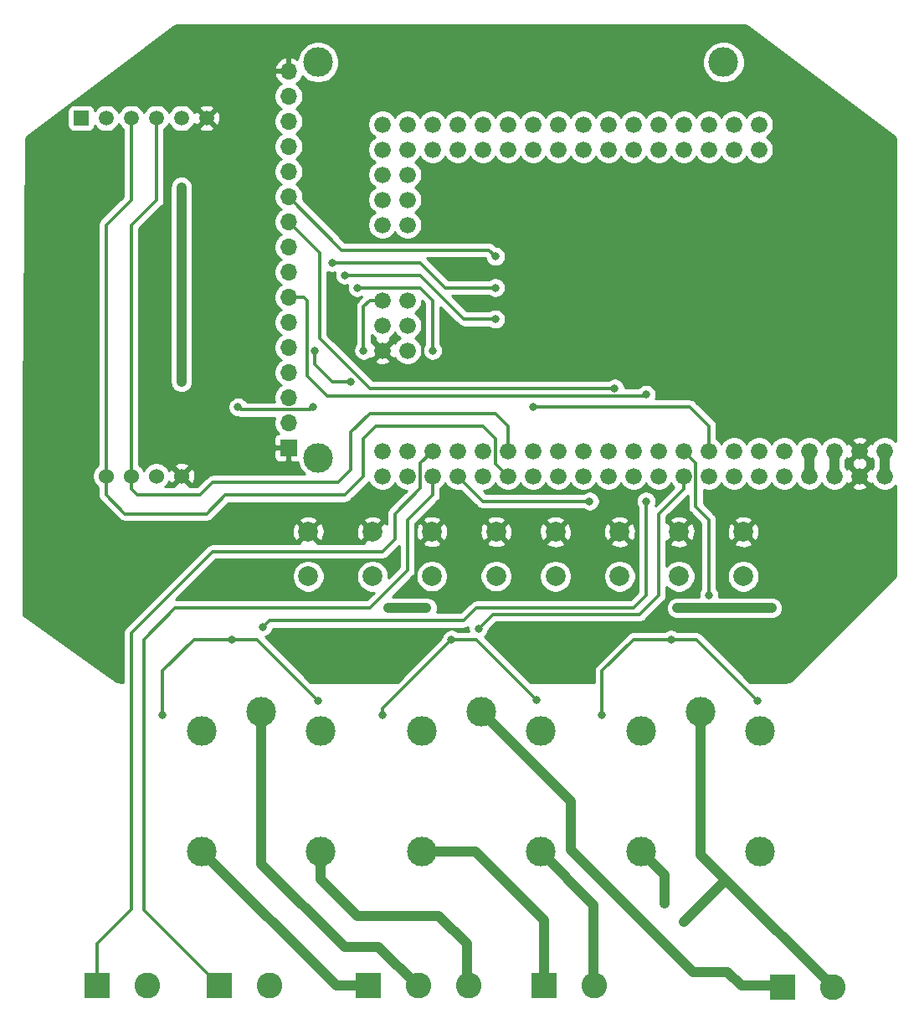
<source format=gbr>
%TF.GenerationSoftware,KiCad,Pcbnew,5.1.10*%
%TF.CreationDate,2022-03-18T21:46:21+01:00*%
%TF.ProjectId,ChickenDoor_V1,43686963-6b65-46e4-946f-6f725f56312e,V1*%
%TF.SameCoordinates,Original*%
%TF.FileFunction,Copper,L2,Bot*%
%TF.FilePolarity,Positive*%
%FSLAX46Y46*%
G04 Gerber Fmt 4.6, Leading zero omitted, Abs format (unit mm)*
G04 Created by KiCad (PCBNEW 5.1.10) date 2022-03-18 21:46:21*
%MOMM*%
%LPD*%
G01*
G04 APERTURE LIST*
%TA.AperFunction,ComponentPad*%
%ADD10C,3.000000*%
%TD*%
%TA.AperFunction,ComponentPad*%
%ADD11O,1.700000X1.700000*%
%TD*%
%TA.AperFunction,ComponentPad*%
%ADD12R,1.700000X1.700000*%
%TD*%
%TA.AperFunction,ComponentPad*%
%ADD13C,2.600000*%
%TD*%
%TA.AperFunction,ComponentPad*%
%ADD14R,2.600000X2.600000*%
%TD*%
%TA.AperFunction,ComponentPad*%
%ADD15C,1.676400*%
%TD*%
%TA.AperFunction,ComponentPad*%
%ADD16C,1.524000*%
%TD*%
%TA.AperFunction,ComponentPad*%
%ADD17C,1.508000*%
%TD*%
%TA.AperFunction,ComponentPad*%
%ADD18R,1.508000X1.508000*%
%TD*%
%TA.AperFunction,ComponentPad*%
%ADD19C,2.000000*%
%TD*%
%TA.AperFunction,ViaPad*%
%ADD20C,0.800000*%
%TD*%
%TA.AperFunction,Conductor*%
%ADD21C,0.350000*%
%TD*%
%TA.AperFunction,Conductor*%
%ADD22C,1.000000*%
%TD*%
%TA.AperFunction,Conductor*%
%ADD23C,0.254000*%
%TD*%
%TA.AperFunction,Conductor*%
%ADD24C,0.100000*%
%TD*%
G04 APERTURE END LIST*
D10*
%TO.P,J6,17*%
%TO.N,N/C*%
X121500000Y-68000000D03*
X80500000Y-68000000D03*
X80500000Y-108000000D03*
D11*
%TO.P,J6,16*%
%TO.N,GND*%
X77500000Y-68900000D03*
%TO.P,J6,15*%
%TO.N,Net-(J6-Pad15)*%
X77500000Y-71440000D03*
%TO.P,J6,14*%
%TO.N,Net-(J6-Pad14)*%
X77500000Y-73980000D03*
%TO.P,J6,13*%
%TO.N,Net-(J6-Pad13)*%
X77500000Y-76520000D03*
%TO.P,J6,12*%
%TO.N,Net-(J6-Pad12)*%
X77500000Y-79060000D03*
%TO.P,J6,11*%
%TO.N,Net-(J6-Pad11)*%
X77500000Y-81600000D03*
%TO.P,J6,10*%
%TO.N,/TFT_CS*%
X77500000Y-84140000D03*
%TO.P,J6,9*%
%TO.N,/SD_SCK*%
X77500000Y-86680000D03*
%TO.P,J6,8*%
%TO.N,/SD_MOSI*%
X77500000Y-89220000D03*
%TO.P,J6,7*%
%TO.N,/TFT_DataOrCommand*%
X77500000Y-91760000D03*
%TO.P,J6,6*%
%TO.N,/TFT_reset*%
X77500000Y-94300000D03*
%TO.P,J6,5*%
%TO.N,N/C*%
X77500000Y-96840000D03*
%TO.P,J6,4*%
X77500000Y-99380000D03*
%TO.P,J6,3*%
X77500000Y-101920000D03*
%TO.P,J6,2*%
%TO.N,+5V*%
X77500000Y-104460000D03*
D12*
%TO.P,J6,1*%
%TO.N,GND*%
X77500000Y-107000000D03*
%TD*%
D13*
%TO.P,J7,2*%
%TO.N,Net-(D10-Pad1)*%
X132580000Y-161500000D03*
D14*
%TO.P,J7,1*%
%TO.N,Net-(D7-Pad2)*%
X127500000Y-161500000D03*
%TD*%
D13*
%TO.P,J4,2*%
%TO.N,GND*%
X75565000Y-161410000D03*
D14*
%TO.P,J4,1*%
%TO.N,/DoorPositionDown*%
X70485000Y-161410000D03*
%TD*%
D13*
%TO.P,J3,2*%
%TO.N,GND*%
X63180000Y-161360000D03*
D14*
%TO.P,J3,1*%
%TO.N,/DoorPositionUp*%
X58100000Y-161360000D03*
%TD*%
D13*
%TO.P,J2,2*%
%TO.N,Net-(D10-Pad2)*%
X108420000Y-161410000D03*
D14*
%TO.P,J2,1*%
%TO.N,Net-(D7-Pad1)*%
X103340000Y-161410000D03*
%TD*%
D13*
%TO.P,J1,3*%
%TO.N,Net-(J1-Pad3)*%
X95720000Y-161410000D03*
%TO.P,J1,2*%
%TO.N,Net-(J1-Pad2)*%
X90640000Y-161410000D03*
D14*
%TO.P,J1,1*%
%TO.N,Net-(J1-Pad1)*%
X85560000Y-161410000D03*
%TD*%
D15*
%TO.P,U1,MOSI*%
%TO.N,/SD_MOSI*%
X86995000Y-94615000D03*
%TO.P,U1,5V_3*%
%TO.N,+5V*%
X86995000Y-92075000D03*
%TO.P,U1,MISO*%
%TO.N,/SD_MISO*%
X89535000Y-92075000D03*
%TO.P,U1,SCK*%
%TO.N,/SD_SCK*%
X89535000Y-94615000D03*
%TO.P,U1,GND_3*%
%TO.N,GND*%
X86995000Y-97155000D03*
%TO.P,U1,RESET*%
%TO.N,N/C*%
X89535000Y-97155000D03*
%TO.P,U1,D53*%
X89535000Y-84455000D03*
%TO.P,U1,D52*%
X86995000Y-84455000D03*
%TO.P,U1,D50*%
X86995000Y-81915000D03*
%TO.P,U1,D51*%
X89535000Y-81915000D03*
%TO.P,U1,D49*%
X89535000Y-79375000D03*
%TO.P,U1,D48*%
X86995000Y-79375000D03*
%TO.P,U1,D47*%
X86995000Y-76835000D03*
%TO.P,U1,D46*%
X86995000Y-74295000D03*
%TO.P,U1,D45*%
X89535000Y-76835000D03*
%TO.P,U1,D44*%
X89535000Y-74295000D03*
%TO.P,U1,D43*%
X92075000Y-76835000D03*
%TO.P,U1,D42*%
X92075000Y-74295000D03*
%TO.P,U1,D41*%
X94615000Y-76835000D03*
%TO.P,U1,D40*%
X94615000Y-74295000D03*
%TO.P,U1,D39*%
X97155000Y-76835000D03*
%TO.P,U1,D38*%
X97155000Y-74295000D03*
%TO.P,U1,D37*%
X99695000Y-76835000D03*
%TO.P,U1,D36*%
X99695000Y-74295000D03*
%TO.P,U1,D35*%
X102235000Y-76835000D03*
%TO.P,U1,D34*%
X102235000Y-74295000D03*
%TO.P,U1,D33*%
X104775000Y-76835000D03*
%TO.P,U1,D32*%
X104775000Y-74295000D03*
%TO.P,U1,A15*%
X107315000Y-76835000D03*
%TO.P,U1,A14*%
X107315000Y-74295000D03*
%TO.P,U1,A13*%
X109855000Y-76835000D03*
%TO.P,U1,A12*%
X109855000Y-74295000D03*
%TO.P,U1,A11*%
X112395000Y-76835000D03*
%TO.P,U1,A10*%
X112395000Y-74295000D03*
%TO.P,U1,A9*%
X114935000Y-76835000D03*
%TO.P,U1,A8*%
X114935000Y-74295000D03*
%TO.P,U1,A7*%
X117475000Y-76835000D03*
%TO.P,U1,A6*%
X117475000Y-74295000D03*
%TO.P,U1,A4*%
X120015000Y-74295000D03*
%TO.P,U1,A5*%
X120015000Y-76835000D03*
%TO.P,U1,A3*%
X122555000Y-76835000D03*
%TO.P,U1,A2*%
X122555000Y-74295000D03*
%TO.P,U1,A0*%
X125095000Y-74295000D03*
%TO.P,U1,A1*%
X125095000Y-76835000D03*
%TO.P,U1,D22*%
%TO.N,/SW_BackButton*%
X97155000Y-107315000D03*
%TO.P,U1,D24*%
%TO.N,/SW_UpButton*%
X94615000Y-107315000D03*
%TO.P,U1,D26*%
%TO.N,/DoorPositionUp*%
X92075000Y-107315000D03*
%TO.P,U1,D28*%
%TO.N,N/C*%
X89535000Y-107315000D03*
%TO.P,U1,D30*%
X86995000Y-107315000D03*
%TO.P,U1,D31*%
X86995000Y-109855000D03*
%TO.P,U1,D29*%
X89535000Y-109855000D03*
%TO.P,U1,D27*%
%TO.N,/DoorPositionDown*%
X92075000Y-109855000D03*
%TO.P,U1,D25*%
%TO.N,/SW_DownButton*%
X94615000Y-109855000D03*
%TO.P,U1,D23*%
%TO.N,/SW_EnterButton*%
X97155000Y-109855000D03*
%TO.P,U1,D20*%
%TO.N,/RTC_SDA*%
X99695000Y-107315000D03*
%TO.P,U1,D18*%
%TO.N,N/C*%
X102235000Y-107315000D03*
%TO.P,U1,D16*%
X104775000Y-107315000D03*
%TO.P,U1,D14*%
X107315000Y-107315000D03*
%TO.P,U1,D12*%
%TO.N,/SD_CS*%
X109855000Y-107315000D03*
%TO.P,U1,D10*%
%TO.N,/TFT_CS*%
X112395000Y-107315000D03*
%TO.P,U1,D8*%
%TO.N,/TFT_DataOrCommand*%
X114935000Y-107315000D03*
%TO.P,U1,D6*%
%TO.N,/Motor_Down*%
X117475000Y-107315000D03*
%TO.P,U1,D4*%
%TO.N,/TFT_Dimming*%
X120015000Y-107315000D03*
%TO.P,U1,D2*%
%TO.N,N/C*%
X122555000Y-107315000D03*
%TO.P,U1,D21*%
%TO.N,/RTC_SCL*%
X99695000Y-109855000D03*
%TO.P,U1,D19*%
%TO.N,N/C*%
X102235000Y-109855000D03*
%TO.P,U1,D17*%
X104775000Y-109855000D03*
%TO.P,U1,D15*%
X107315000Y-109855000D03*
%TO.P,U1,D13*%
X109855000Y-109855000D03*
%TO.P,U1,D11*%
X112395000Y-109855000D03*
%TO.P,U1,D9*%
%TO.N,/TFT_reset*%
X114935000Y-109855000D03*
%TO.P,U1,D7*%
%TO.N,/Motor_Up*%
X117475000Y-109855000D03*
%TO.P,U1,D5*%
%TO.N,/IndoorLighting*%
X120015000Y-109855000D03*
%TO.P,U1,D3*%
%TO.N,N/C*%
X122555000Y-109855000D03*
%TO.P,U1,TX*%
X125095000Y-109855000D03*
%TO.P,U1,RX*%
X125095000Y-107315000D03*
%TO.P,U1,AREF*%
X127635000Y-107315000D03*
%TO.P,U1,RST*%
X127635000Y-109855000D03*
%TO.P,U1,3V3_1*%
%TO.N,+3V3*%
X130175000Y-109855000D03*
%TO.P,U1,3V3_2*%
X130175000Y-107315000D03*
%TO.P,U1,5V_2*%
%TO.N,+5V*%
X132715000Y-107315000D03*
%TO.P,U1,5V_1*%
X132715000Y-109855000D03*
%TO.P,U1,GND_1*%
%TO.N,GND*%
X135255000Y-109855000D03*
%TO.P,U1,GND_2*%
X135255000Y-107315000D03*
%TO.P,U1,VIN_1*%
%TO.N,Net-(U1-PadVIN_1)*%
X137795000Y-109855000D03*
%TO.P,U1,VIN_2*%
X137795000Y-107315000D03*
%TD*%
D16*
%TO.P,U2,6*%
%TO.N,GND*%
X66675000Y-109855000D03*
%TO.P,U2,5*%
%TO.N,+5V*%
X64135000Y-109855000D03*
%TO.P,U2,4*%
%TO.N,/RTC_SDA*%
X61595000Y-109855000D03*
%TO.P,U2,3*%
%TO.N,/RTC_SCL*%
X59055000Y-109855000D03*
D17*
%TO.P,U2,6*%
%TO.N,GND*%
X69215000Y-73660000D03*
%TO.P,U2,5*%
%TO.N,+5V*%
X66675000Y-73660000D03*
%TO.P,U2,4*%
%TO.N,/RTC_SDA*%
X64135000Y-73660000D03*
%TO.P,U2,3*%
%TO.N,/RTC_SCL*%
X61595000Y-73660000D03*
%TO.P,U2,2*%
%TO.N,N/C*%
X59055000Y-73660000D03*
D18*
%TO.P,U2,1*%
X56515000Y-73660000D03*
%TD*%
D10*
%TO.P,K3,11*%
%TO.N,Net-(D10-Pad1)*%
X119215000Y-133660000D03*
%TO.P,K3,A2*%
%TO.N,Net-(D6-Pad2)*%
X125215000Y-135660000D03*
%TO.P,K3,12*%
%TO.N,Net-(D10-Pad2)*%
X125215000Y-147860000D03*
%TO.P,K3,14*%
%TO.N,Net-(D7-Pad1)*%
X113215000Y-147860000D03*
%TO.P,K3,A1*%
%TO.N,+5V*%
X113215000Y-135660000D03*
%TD*%
%TO.P,K2,11*%
%TO.N,Net-(D7-Pad2)*%
X96990000Y-133660000D03*
%TO.P,K2,A2*%
%TO.N,Net-(D5-Pad2)*%
X102990000Y-135660000D03*
%TO.P,K2,12*%
%TO.N,Net-(D10-Pad2)*%
X102990000Y-147860000D03*
%TO.P,K2,14*%
%TO.N,Net-(D7-Pad1)*%
X90990000Y-147860000D03*
%TO.P,K2,A1*%
%TO.N,+5V*%
X90990000Y-135660000D03*
%TD*%
%TO.P,K1,11*%
%TO.N,Net-(J1-Pad2)*%
X74765000Y-133660000D03*
%TO.P,K1,A2*%
%TO.N,Net-(D2-Pad2)*%
X80765000Y-135660000D03*
%TO.P,K1,12*%
%TO.N,Net-(J1-Pad3)*%
X80765000Y-147860000D03*
%TO.P,K1,14*%
%TO.N,Net-(J1-Pad1)*%
X68765000Y-147860000D03*
%TO.P,K1,A1*%
%TO.N,+5V*%
X68765000Y-135660000D03*
%TD*%
D19*
%TO.P,SW4,1*%
%TO.N,/SW_DownButton*%
X117000000Y-120000000D03*
%TO.P,SW4,2*%
%TO.N,GND*%
X117000000Y-115500000D03*
%TO.P,SW4,1*%
%TO.N,/SW_DownButton*%
X123500000Y-120000000D03*
%TO.P,SW4,2*%
%TO.N,GND*%
X123500000Y-115500000D03*
%TD*%
%TO.P,SW3,1*%
%TO.N,/SW_UpButton*%
X104500000Y-120000000D03*
%TO.P,SW3,2*%
%TO.N,GND*%
X104500000Y-115500000D03*
%TO.P,SW3,1*%
%TO.N,/SW_UpButton*%
X111000000Y-120000000D03*
%TO.P,SW3,2*%
%TO.N,GND*%
X111000000Y-115500000D03*
%TD*%
%TO.P,SW2,1*%
%TO.N,/SW_EnterButton*%
X92000000Y-119985000D03*
%TO.P,SW2,2*%
%TO.N,GND*%
X92000000Y-115485000D03*
%TO.P,SW2,1*%
%TO.N,/SW_EnterButton*%
X98500000Y-119985000D03*
%TO.P,SW2,2*%
%TO.N,GND*%
X98500000Y-115485000D03*
%TD*%
%TO.P,SW1,1*%
%TO.N,/SW_BackButton*%
X79500000Y-120000000D03*
%TO.P,SW1,2*%
%TO.N,GND*%
X79500000Y-115500000D03*
%TO.P,SW1,1*%
%TO.N,/SW_BackButton*%
X86000000Y-120000000D03*
%TO.P,SW1,2*%
%TO.N,GND*%
X86000000Y-115500000D03*
%TD*%
D20*
%TO.N,Net-(D2-Pad2)*%
X80480000Y-132550000D03*
X71755000Y-126365000D03*
X64770000Y-133985000D03*
%TO.N,+5V*%
X66675000Y-80645000D03*
X66675000Y-100330000D03*
X116840000Y-123190000D03*
X126365000Y-123190000D03*
X85090000Y-97155000D03*
X87630000Y-123190000D03*
X91440000Y-123190000D03*
%TO.N,Net-(D6-Pad2)*%
X124930000Y-132550000D03*
X116205000Y-126365000D03*
X109220000Y-133985000D03*
%TO.N,Net-(D7-Pad2)*%
X121920000Y-160020000D03*
%TO.N,Net-(D7-Pad1)*%
X103340000Y-154775000D03*
X115570000Y-153035000D03*
%TO.N,Net-(D10-Pad2)*%
X108340000Y-153210000D03*
%TO.N,Net-(D10-Pad1)*%
X117475000Y-154940000D03*
%TO.N,GND*%
X101755000Y-125885000D03*
X79530000Y-125885000D03*
X123980000Y-125885000D03*
X76200000Y-120015000D03*
X89535000Y-121285000D03*
X89535000Y-125730000D03*
%TO.N,Net-(Q4-Pad1)*%
X80010000Y-102870000D03*
X72390000Y-102870000D03*
%TO.N,/IndoorLighting*%
X74930000Y-125095000D03*
X113665000Y-112395000D03*
%TO.N,/Motor_Up*%
X96712500Y-125287500D03*
%TO.N,/Motor_Down*%
X120015000Y-121920000D03*
%TO.N,/TFT_reset*%
X80150000Y-97155000D03*
X83820000Y-100330000D03*
%TO.N,/TFT_Dimming*%
X102235000Y-102870000D03*
%TO.N,/SW_DownButton*%
X107950000Y-112395000D03*
%TO.N,/TFT_CS*%
X110490000Y-100965000D03*
%TO.N,/TFT_DataOrCommand*%
X113665000Y-101600000D03*
%TO.N,Net-(D5-Pad2)*%
X102629990Y-132474990D03*
X93980000Y-126365000D03*
X86995000Y-133985000D03*
%TO.N,Net-(J6-Pad14)*%
X92075000Y-97155000D03*
X84455000Y-90805000D03*
%TO.N,Net-(J6-Pad13)*%
X98425000Y-93980000D03*
X83185000Y-89535000D03*
%TO.N,Net-(J6-Pad12)*%
X98425000Y-90805000D03*
X81915000Y-88265000D03*
%TO.N,Net-(J6-Pad11)*%
X98425000Y-87630000D03*
%TD*%
D21*
%TO.N,Net-(D2-Pad2)*%
X80480000Y-132550000D02*
X74295000Y-126365000D01*
X74295000Y-126365000D02*
X71755000Y-126365000D01*
X71755000Y-126365000D02*
X71755000Y-126365000D01*
X67945000Y-126365000D02*
X71755000Y-126365000D01*
X64770000Y-129540000D02*
X67945000Y-126365000D01*
X64770000Y-133985000D02*
X64770000Y-129540000D01*
D22*
%TO.N,+5V*%
X66675000Y-80645000D02*
X66675000Y-100330000D01*
X132715000Y-109855000D02*
X132715000Y-107315000D01*
X116840000Y-123190000D02*
X126365000Y-123190000D01*
D21*
X85090000Y-97155000D02*
X85090000Y-92710000D01*
X85090000Y-92710000D02*
X85725000Y-92075000D01*
X85725000Y-92075000D02*
X86995000Y-92075000D01*
D22*
X87630000Y-123190000D02*
X91440000Y-123190000D01*
D21*
%TO.N,Net-(D6-Pad2)*%
X124930000Y-132550000D02*
X118745000Y-126365000D01*
X118745000Y-126365000D02*
X116205000Y-126365000D01*
X116205000Y-126365000D02*
X116205000Y-126365000D01*
X112395000Y-126365000D02*
X116205000Y-126365000D01*
X109220000Y-129540000D02*
X112395000Y-126365000D01*
X109220000Y-133985000D02*
X109220000Y-129540000D01*
D22*
%TO.N,Net-(D7-Pad2)*%
X123310000Y-161410000D02*
X121920000Y-160020000D01*
X127470000Y-161410000D02*
X123310000Y-161410000D01*
X121920000Y-160020000D02*
X118406002Y-160020000D01*
X96990000Y-133660000D02*
X106045000Y-142715000D01*
X106045000Y-147658998D02*
X118406002Y-160020000D01*
X106045000Y-142715000D02*
X106045000Y-147658998D01*
%TO.N,Net-(D7-Pad1)*%
X90990000Y-147860000D02*
X96425000Y-147860000D01*
X103340000Y-154775000D02*
X103340000Y-154775000D01*
X96425000Y-147860000D02*
X103340000Y-154775000D01*
X103340000Y-154775000D02*
X103340000Y-161410000D01*
X115570000Y-150215000D02*
X113215000Y-147860000D01*
X115570000Y-153035000D02*
X115570000Y-150215000D01*
%TO.N,Net-(D10-Pad2)*%
X108340000Y-153210000D02*
X108340000Y-153210000D01*
X108340000Y-161410000D02*
X108340000Y-153210000D01*
X108340000Y-153210000D02*
X102990000Y-147860000D01*
%TO.N,Net-(D10-Pad1)*%
X119215000Y-133660000D02*
X119215000Y-148155000D01*
X117475000Y-154940000D02*
X121737500Y-150677500D01*
X121737500Y-150677500D02*
X132470000Y-161410000D01*
X119215000Y-148155000D02*
X121737500Y-150677500D01*
%TO.N,Net-(J1-Pad1)*%
X82315000Y-161410000D02*
X68765000Y-147860000D01*
X85560000Y-161410000D02*
X82315000Y-161410000D01*
%TO.N,Net-(J1-Pad2)*%
X74765000Y-149060000D02*
X74765000Y-133660000D01*
X83185000Y-157480000D02*
X74765000Y-149060000D01*
X86630000Y-157480000D02*
X83185000Y-157480000D01*
X90560000Y-161410000D02*
X86630000Y-157480000D01*
D21*
%TO.N,Net-(Q4-Pad1)*%
X72665001Y-103145001D02*
X72390000Y-102870000D01*
X79734999Y-103145001D02*
X72665001Y-103145001D01*
X80010000Y-102870000D02*
X79734999Y-103145001D01*
D22*
%TO.N,Net-(J1-Pad3)*%
X95560000Y-161410000D02*
X95560000Y-157155000D01*
X95560000Y-157155000D02*
X92710000Y-154305000D01*
X80765000Y-147860000D02*
X80765000Y-150615000D01*
X84455000Y-154305000D02*
X92710000Y-154305000D01*
X80765000Y-150615000D02*
X84455000Y-154305000D01*
D21*
%TO.N,/DoorPositionUp*%
X61595000Y-153670000D02*
X58100000Y-157165000D01*
X58100000Y-157165000D02*
X58100000Y-161360000D01*
X61595000Y-125730000D02*
X61595000Y-153670000D01*
X69850000Y-117475000D02*
X61595000Y-125730000D01*
X86995000Y-117475000D02*
X69850000Y-117475000D01*
X88265000Y-116205000D02*
X86995000Y-117475000D01*
X88265000Y-116205000D02*
X88265000Y-113665000D01*
X90861799Y-108528201D02*
X92075000Y-107315000D01*
X90861799Y-111068201D02*
X90861799Y-108528201D01*
X88265000Y-113665000D02*
X90861799Y-111068201D01*
%TO.N,/DoorPositionDown*%
X70485000Y-161410000D02*
X62865000Y-153790000D01*
X62865000Y-153790000D02*
X62865000Y-126365000D01*
X92075000Y-109855000D02*
X92075000Y-111760000D01*
X62865000Y-126365000D02*
X66040000Y-123190000D01*
X89535000Y-115914998D02*
X89535000Y-114300000D01*
X89535000Y-114300000D02*
X92075000Y-111760000D01*
X89535000Y-119380000D02*
X85725000Y-123190000D01*
X89535000Y-119380000D02*
X89535000Y-115914998D01*
X66040000Y-123190000D02*
X85725000Y-123190000D01*
%TO.N,/IndoorLighting*%
X74930000Y-125095000D02*
X75565000Y-124460000D01*
X75565000Y-124460000D02*
X95250000Y-124460000D01*
X95250000Y-124460000D02*
X96520000Y-123190000D01*
X96520000Y-123190000D02*
X112395000Y-123190000D01*
X112395000Y-123190000D02*
X113665000Y-121920000D01*
X113665000Y-121920000D02*
X113665000Y-113030000D01*
X113665000Y-113030000D02*
X113665000Y-112395000D01*
%TO.N,/Motor_Up*%
X114935000Y-121920000D02*
X114935000Y-113665000D01*
X117475000Y-111125000D02*
X117475000Y-109855000D01*
X114935000Y-113665000D02*
X117475000Y-111125000D01*
X113030000Y-123825000D02*
X114935000Y-121920000D01*
X98175000Y-123825000D02*
X113030000Y-123825000D01*
X96712500Y-125287500D02*
X98175000Y-123825000D01*
%TO.N,/Motor_Down*%
X120015000Y-121920000D02*
X120015000Y-114300000D01*
X118688201Y-108528201D02*
X117475000Y-107315000D01*
X118688201Y-112973201D02*
X118688201Y-108528201D01*
X120015000Y-114300000D02*
X118688201Y-112973201D01*
%TO.N,/TFT_reset*%
X83820000Y-100330000D02*
X81915000Y-100330000D01*
X80150000Y-98565000D02*
X80150000Y-97155000D01*
X81915000Y-100330000D02*
X80150000Y-98565000D01*
%TO.N,/TFT_Dimming*%
X120015000Y-104775000D02*
X120015000Y-107315000D01*
X118110000Y-102870000D02*
X120015000Y-104775000D01*
X118110000Y-102870000D02*
X102235000Y-102870000D01*
%TO.N,/SW_DownButton*%
X94615000Y-109855000D02*
X97155000Y-112395000D01*
X97155000Y-112395000D02*
X107950000Y-112395000D01*
%TO.N,/TFT_CS*%
X77500000Y-84140000D02*
X80645000Y-87285000D01*
X80645000Y-87285000D02*
X80645000Y-92075000D01*
X80645000Y-92075000D02*
X80645000Y-92600538D01*
X80645000Y-92600538D02*
X80645000Y-95885000D01*
X80645000Y-95885000D02*
X85725000Y-100965000D01*
X85725000Y-100965000D02*
X110490000Y-100965000D01*
%TO.N,/TFT_DataOrCommand*%
X79375000Y-92075000D02*
X79060000Y-91760000D01*
X79375000Y-99695000D02*
X79375000Y-92075000D01*
X81420001Y-101740001D02*
X79375000Y-99695000D01*
X79060000Y-91760000D02*
X77500000Y-91760000D01*
X113524999Y-101740001D02*
X81420001Y-101740001D01*
X113665000Y-101600000D02*
X113524999Y-101740001D01*
%TO.N,/RTC_SDA*%
X64135000Y-81947549D02*
X64135000Y-73660000D01*
X61595000Y-84487549D02*
X64135000Y-81947549D01*
X61595000Y-109855000D02*
X61595000Y-84487549D01*
X83820000Y-105410000D02*
X85725000Y-103505000D01*
X83820000Y-109220000D02*
X83820000Y-105410000D01*
X82550000Y-110490000D02*
X83820000Y-109220000D01*
X98425000Y-103505000D02*
X99695000Y-104775000D01*
X69850000Y-110490000D02*
X82550000Y-110490000D01*
X68580000Y-111760000D02*
X69850000Y-110490000D01*
X62230000Y-111760000D02*
X68580000Y-111760000D01*
X85725000Y-103505000D02*
X98425000Y-103505000D01*
X61595000Y-111125000D02*
X62230000Y-111760000D01*
X99695000Y-104775000D02*
X99695000Y-107315000D01*
X61595000Y-109855000D02*
X61595000Y-111125000D01*
%TO.N,/RTC_SCL*%
X59055000Y-109855000D02*
X59055000Y-84455000D01*
X59055000Y-84455000D02*
X61595000Y-81915000D01*
X61595000Y-81915000D02*
X61595000Y-73660000D01*
X97155000Y-104775000D02*
X98481799Y-106101799D01*
X85090000Y-109855000D02*
X85090000Y-106045000D01*
X98481799Y-106101799D02*
X98481799Y-108641799D01*
X86360000Y-104775000D02*
X97155000Y-104775000D01*
X71120000Y-111760000D02*
X83185000Y-111760000D01*
X98481799Y-108641799D02*
X99695000Y-109855000D01*
X85090000Y-106045000D02*
X86360000Y-104775000D01*
X69215000Y-113665000D02*
X71120000Y-111760000D01*
X83185000Y-111760000D02*
X85090000Y-109855000D01*
X60960000Y-113665000D02*
X69215000Y-113665000D01*
X59055000Y-111760000D02*
X60960000Y-113665000D01*
X59055000Y-109855000D02*
X59055000Y-111760000D01*
D22*
%TO.N,+3V3*%
X130175000Y-109855000D02*
X130175000Y-107315000D01*
D21*
%TO.N,Net-(D5-Pad2)*%
X102629990Y-132474990D02*
X96520000Y-126365000D01*
X96520000Y-126365000D02*
X93980000Y-126365000D01*
X93980000Y-126365000D02*
X93980000Y-126365000D01*
X86995000Y-133350000D02*
X93980000Y-126365000D01*
X86995000Y-133985000D02*
X86995000Y-133350000D01*
D22*
%TO.N,Net-(U1-PadVIN_1)*%
X137795000Y-109855000D02*
X137795000Y-107315000D01*
D21*
%TO.N,Net-(J6-Pad14)*%
X92075000Y-97155000D02*
X92075000Y-92075000D01*
X92075000Y-92075000D02*
X90805000Y-90805000D01*
X90805000Y-90805000D02*
X84455000Y-90805000D01*
%TO.N,Net-(J6-Pad13)*%
X83185000Y-89535000D02*
X90805000Y-89535000D01*
X95250000Y-93980000D02*
X98425000Y-93980000D01*
X90805000Y-89535000D02*
X95250000Y-93980000D01*
%TO.N,Net-(J6-Pad12)*%
X98425000Y-90805000D02*
X93345000Y-90805000D01*
X93345000Y-90805000D02*
X90805000Y-88265000D01*
X90805000Y-88265000D02*
X81915000Y-88265000D01*
%TO.N,Net-(J6-Pad11)*%
X98425000Y-87630000D02*
X97790000Y-86995000D01*
X82895000Y-86995000D02*
X77500000Y-81600000D01*
X97790000Y-86995000D02*
X82895000Y-86995000D01*
%TD*%
D23*
%TO.N,GND*%
X123677334Y-64282723D02*
X123854499Y-64341778D01*
X124020919Y-64440689D01*
X138584086Y-75363065D01*
X138708198Y-75475535D01*
X138805864Y-75604246D01*
X138878122Y-75748762D01*
X138922492Y-75904121D01*
X138938000Y-76070889D01*
X138938000Y-106374581D01*
X138734110Y-106170691D01*
X138492822Y-106009467D01*
X138224717Y-105898414D01*
X137940098Y-105841800D01*
X137649902Y-105841800D01*
X137365283Y-105898414D01*
X137097178Y-106009467D01*
X136855890Y-106170691D01*
X136650691Y-106375890D01*
X136527711Y-106559943D01*
X136522844Y-106550838D01*
X136274975Y-106474630D01*
X135434605Y-107315000D01*
X136274975Y-108155370D01*
X136522844Y-108079162D01*
X136527399Y-108069592D01*
X136650691Y-108254110D01*
X136660001Y-108263420D01*
X136660000Y-108906581D01*
X136650691Y-108915890D01*
X136527711Y-109099943D01*
X136522844Y-109090838D01*
X136274975Y-109014630D01*
X135434605Y-109855000D01*
X136274975Y-110695370D01*
X136522844Y-110619162D01*
X136527399Y-110609592D01*
X136650691Y-110794110D01*
X136855890Y-110999309D01*
X137097178Y-111160533D01*
X137365283Y-111271586D01*
X137649902Y-111328200D01*
X137940098Y-111328200D01*
X138224717Y-111271586D01*
X138492822Y-111160533D01*
X138734110Y-110999309D01*
X138938000Y-110795419D01*
X138938000Y-119594552D01*
X138920624Y-119770976D01*
X138870978Y-119934637D01*
X138790363Y-120085458D01*
X138677898Y-120222496D01*
X128477496Y-130422898D01*
X128340458Y-130535363D01*
X128189637Y-130615978D01*
X128025976Y-130665624D01*
X127849552Y-130683000D01*
X124208513Y-130683000D01*
X119345900Y-125820388D01*
X119320528Y-125789472D01*
X119197189Y-125688251D01*
X119056473Y-125613037D01*
X118903788Y-125566720D01*
X118784791Y-125555000D01*
X118784788Y-125555000D01*
X118745000Y-125551081D01*
X118705212Y-125555000D01*
X116855700Y-125555000D01*
X116695256Y-125447795D01*
X116506898Y-125369774D01*
X116306939Y-125330000D01*
X116103061Y-125330000D01*
X115903102Y-125369774D01*
X115714744Y-125447795D01*
X115554300Y-125555000D01*
X112434787Y-125555000D01*
X112394999Y-125551081D01*
X112355211Y-125555000D01*
X112355209Y-125555000D01*
X112236212Y-125566720D01*
X112083527Y-125613037D01*
X112018024Y-125648049D01*
X111942810Y-125688251D01*
X111891939Y-125730000D01*
X111819472Y-125789472D01*
X111794107Y-125820380D01*
X108675383Y-128939105D01*
X108644473Y-128964472D01*
X108619108Y-128995380D01*
X108543251Y-129087811D01*
X108468038Y-129228527D01*
X108421721Y-129381213D01*
X108406081Y-129540000D01*
X108410001Y-129579798D01*
X108410001Y-130683000D01*
X101983513Y-130683000D01*
X97382112Y-126081599D01*
X97516437Y-125947274D01*
X97629705Y-125777756D01*
X97707726Y-125589398D01*
X97745371Y-125400141D01*
X98510513Y-124635000D01*
X112990212Y-124635000D01*
X113030000Y-124638919D01*
X113069788Y-124635000D01*
X113069791Y-124635000D01*
X113188788Y-124623280D01*
X113341473Y-124576963D01*
X113482189Y-124501749D01*
X113605528Y-124400528D01*
X113630899Y-124369613D01*
X115479619Y-122520894D01*
X115510528Y-122495528D01*
X115559214Y-122436204D01*
X115611749Y-122372190D01*
X115686962Y-122231474D01*
X115686963Y-122231473D01*
X115733280Y-122078788D01*
X115745000Y-121959791D01*
X115745000Y-121959788D01*
X115748919Y-121920000D01*
X115745000Y-121880212D01*
X115745000Y-121057239D01*
X115957748Y-121269987D01*
X116225537Y-121448918D01*
X116523088Y-121572168D01*
X116838967Y-121635000D01*
X117161033Y-121635000D01*
X117476912Y-121572168D01*
X117774463Y-121448918D01*
X118042252Y-121269987D01*
X118269987Y-121042252D01*
X118448918Y-120774463D01*
X118572168Y-120476912D01*
X118635000Y-120161033D01*
X118635000Y-119838967D01*
X118572168Y-119523088D01*
X118448918Y-119225537D01*
X118269987Y-118957748D01*
X118042252Y-118730013D01*
X117774463Y-118551082D01*
X117476912Y-118427832D01*
X117161033Y-118365000D01*
X116838967Y-118365000D01*
X116523088Y-118427832D01*
X116225537Y-118551082D01*
X115957748Y-118730013D01*
X115745000Y-118942761D01*
X115745000Y-116635413D01*
X116044192Y-116635413D01*
X116139956Y-116899814D01*
X116429571Y-117040704D01*
X116741108Y-117122384D01*
X117062595Y-117141718D01*
X117381675Y-117097961D01*
X117686088Y-116992795D01*
X117860044Y-116899814D01*
X117955808Y-116635413D01*
X117000000Y-115679605D01*
X116044192Y-116635413D01*
X115745000Y-116635413D01*
X115745000Y-116412495D01*
X115864587Y-116455808D01*
X116820395Y-115500000D01*
X117179605Y-115500000D01*
X118135413Y-116455808D01*
X118399814Y-116360044D01*
X118540704Y-116070429D01*
X118622384Y-115758892D01*
X118641718Y-115437405D01*
X118597961Y-115118325D01*
X118492795Y-114813912D01*
X118399814Y-114639956D01*
X118135413Y-114544192D01*
X117179605Y-115500000D01*
X116820395Y-115500000D01*
X115864587Y-114544192D01*
X115745000Y-114587505D01*
X115745000Y-114364587D01*
X116044192Y-114364587D01*
X117000000Y-115320395D01*
X117955808Y-114364587D01*
X117860044Y-114100186D01*
X117570429Y-113959296D01*
X117258892Y-113877616D01*
X116937405Y-113858282D01*
X116618325Y-113902039D01*
X116313912Y-114007205D01*
X116139956Y-114100186D01*
X116044192Y-114364587D01*
X115745000Y-114364587D01*
X115745000Y-114000512D01*
X117878201Y-111867312D01*
X117878201Y-112933413D01*
X117874282Y-112973201D01*
X117878201Y-113012989D01*
X117878201Y-113012991D01*
X117889921Y-113131988D01*
X117936238Y-113284673D01*
X117936239Y-113284674D01*
X118011452Y-113425390D01*
X118042904Y-113463714D01*
X118112673Y-113548729D01*
X118143588Y-113574100D01*
X119205001Y-114635514D01*
X119205000Y-121269300D01*
X119097795Y-121429744D01*
X119019774Y-121618102D01*
X118980000Y-121818061D01*
X118980000Y-122021939D01*
X118986576Y-122055000D01*
X116784248Y-122055000D01*
X116617501Y-122071423D01*
X116403553Y-122136324D01*
X116206377Y-122241716D01*
X116033551Y-122383551D01*
X115891716Y-122556377D01*
X115786324Y-122753553D01*
X115721423Y-122967501D01*
X115699509Y-123190000D01*
X115721423Y-123412499D01*
X115786324Y-123626447D01*
X115891716Y-123823623D01*
X116033551Y-123996449D01*
X116206377Y-124138284D01*
X116403553Y-124243676D01*
X116617501Y-124308577D01*
X116784248Y-124325000D01*
X126420752Y-124325000D01*
X126587499Y-124308577D01*
X126801447Y-124243676D01*
X126998623Y-124138284D01*
X127171449Y-123996449D01*
X127313284Y-123823623D01*
X127418676Y-123626447D01*
X127483577Y-123412499D01*
X127505491Y-123190000D01*
X127483577Y-122967501D01*
X127418676Y-122753553D01*
X127313284Y-122556377D01*
X127171449Y-122383551D01*
X126998623Y-122241716D01*
X126801447Y-122136324D01*
X126587499Y-122071423D01*
X126420752Y-122055000D01*
X121043424Y-122055000D01*
X121050000Y-122021939D01*
X121050000Y-121818061D01*
X121010226Y-121618102D01*
X120932205Y-121429744D01*
X120825000Y-121269300D01*
X120825000Y-119838967D01*
X121865000Y-119838967D01*
X121865000Y-120161033D01*
X121927832Y-120476912D01*
X122051082Y-120774463D01*
X122230013Y-121042252D01*
X122457748Y-121269987D01*
X122725537Y-121448918D01*
X123023088Y-121572168D01*
X123338967Y-121635000D01*
X123661033Y-121635000D01*
X123976912Y-121572168D01*
X124274463Y-121448918D01*
X124542252Y-121269987D01*
X124769987Y-121042252D01*
X124948918Y-120774463D01*
X125072168Y-120476912D01*
X125135000Y-120161033D01*
X125135000Y-119838967D01*
X125072168Y-119523088D01*
X124948918Y-119225537D01*
X124769987Y-118957748D01*
X124542252Y-118730013D01*
X124274463Y-118551082D01*
X123976912Y-118427832D01*
X123661033Y-118365000D01*
X123338967Y-118365000D01*
X123023088Y-118427832D01*
X122725537Y-118551082D01*
X122457748Y-118730013D01*
X122230013Y-118957748D01*
X122051082Y-119225537D01*
X121927832Y-119523088D01*
X121865000Y-119838967D01*
X120825000Y-119838967D01*
X120825000Y-116635413D01*
X122544192Y-116635413D01*
X122639956Y-116899814D01*
X122929571Y-117040704D01*
X123241108Y-117122384D01*
X123562595Y-117141718D01*
X123881675Y-117097961D01*
X124186088Y-116992795D01*
X124360044Y-116899814D01*
X124455808Y-116635413D01*
X123500000Y-115679605D01*
X122544192Y-116635413D01*
X120825000Y-116635413D01*
X120825000Y-115562595D01*
X121858282Y-115562595D01*
X121902039Y-115881675D01*
X122007205Y-116186088D01*
X122100186Y-116360044D01*
X122364587Y-116455808D01*
X123320395Y-115500000D01*
X123679605Y-115500000D01*
X124635413Y-116455808D01*
X124899814Y-116360044D01*
X125040704Y-116070429D01*
X125122384Y-115758892D01*
X125141718Y-115437405D01*
X125097961Y-115118325D01*
X124992795Y-114813912D01*
X124899814Y-114639956D01*
X124635413Y-114544192D01*
X123679605Y-115500000D01*
X123320395Y-115500000D01*
X122364587Y-114544192D01*
X122100186Y-114639956D01*
X121959296Y-114929571D01*
X121877616Y-115241108D01*
X121858282Y-115562595D01*
X120825000Y-115562595D01*
X120825000Y-114364587D01*
X122544192Y-114364587D01*
X123500000Y-115320395D01*
X124455808Y-114364587D01*
X124360044Y-114100186D01*
X124070429Y-113959296D01*
X123758892Y-113877616D01*
X123437405Y-113858282D01*
X123118325Y-113902039D01*
X122813912Y-114007205D01*
X122639956Y-114100186D01*
X122544192Y-114364587D01*
X120825000Y-114364587D01*
X120825000Y-114339787D01*
X120828919Y-114299999D01*
X120825000Y-114260209D01*
X120813280Y-114141212D01*
X120766963Y-113988527D01*
X120731951Y-113923024D01*
X120691749Y-113847810D01*
X120646119Y-113792210D01*
X120590528Y-113724472D01*
X120559618Y-113699105D01*
X119498201Y-112637689D01*
X119498201Y-111235515D01*
X119585283Y-111271586D01*
X119869902Y-111328200D01*
X120160098Y-111328200D01*
X120444717Y-111271586D01*
X120712822Y-111160533D01*
X120954110Y-110999309D01*
X121159309Y-110794110D01*
X121285000Y-110606001D01*
X121410691Y-110794110D01*
X121615890Y-110999309D01*
X121857178Y-111160533D01*
X122125283Y-111271586D01*
X122409902Y-111328200D01*
X122700098Y-111328200D01*
X122984717Y-111271586D01*
X123252822Y-111160533D01*
X123494110Y-110999309D01*
X123699309Y-110794110D01*
X123825000Y-110606001D01*
X123950691Y-110794110D01*
X124155890Y-110999309D01*
X124397178Y-111160533D01*
X124665283Y-111271586D01*
X124949902Y-111328200D01*
X125240098Y-111328200D01*
X125524717Y-111271586D01*
X125792822Y-111160533D01*
X126034110Y-110999309D01*
X126239309Y-110794110D01*
X126365000Y-110606001D01*
X126490691Y-110794110D01*
X126695890Y-110999309D01*
X126937178Y-111160533D01*
X127205283Y-111271586D01*
X127489902Y-111328200D01*
X127780098Y-111328200D01*
X128064717Y-111271586D01*
X128332822Y-111160533D01*
X128574110Y-110999309D01*
X128779309Y-110794110D01*
X128905000Y-110606001D01*
X129030691Y-110794110D01*
X129235890Y-110999309D01*
X129477178Y-111160533D01*
X129745283Y-111271586D01*
X130029902Y-111328200D01*
X130320098Y-111328200D01*
X130604717Y-111271586D01*
X130872822Y-111160533D01*
X131114110Y-110999309D01*
X131319309Y-110794110D01*
X131445000Y-110606001D01*
X131570691Y-110794110D01*
X131775890Y-110999309D01*
X132017178Y-111160533D01*
X132285283Y-111271586D01*
X132569902Y-111328200D01*
X132860098Y-111328200D01*
X133144717Y-111271586D01*
X133412822Y-111160533D01*
X133654110Y-110999309D01*
X133778444Y-110874975D01*
X134414630Y-110874975D01*
X134490838Y-111122844D01*
X134752865Y-111247563D01*
X135034189Y-111318768D01*
X135323999Y-111333719D01*
X135611157Y-111291845D01*
X135884628Y-111194754D01*
X136019162Y-111122844D01*
X136095370Y-110874975D01*
X135255000Y-110034605D01*
X134414630Y-110874975D01*
X133778444Y-110874975D01*
X133859309Y-110794110D01*
X133982289Y-110610057D01*
X133987156Y-110619162D01*
X134235025Y-110695370D01*
X135075395Y-109855000D01*
X134235025Y-109014630D01*
X133987156Y-109090838D01*
X133982601Y-109100408D01*
X133859309Y-108915890D01*
X133850000Y-108906581D01*
X133850000Y-108334975D01*
X134414630Y-108334975D01*
X134490838Y-108582844D01*
X134495105Y-108584875D01*
X134490838Y-108587156D01*
X134414630Y-108835025D01*
X135255000Y-109675395D01*
X136095370Y-108835025D01*
X136019162Y-108587156D01*
X136014895Y-108585125D01*
X136019162Y-108582844D01*
X136095370Y-108334975D01*
X135255000Y-107494605D01*
X134414630Y-108334975D01*
X133850000Y-108334975D01*
X133850000Y-108263419D01*
X133859309Y-108254110D01*
X133982289Y-108070057D01*
X133987156Y-108079162D01*
X134235025Y-108155370D01*
X135075395Y-107315000D01*
X134235025Y-106474630D01*
X133987156Y-106550838D01*
X133982601Y-106560408D01*
X133859309Y-106375890D01*
X133778444Y-106295025D01*
X134414630Y-106295025D01*
X135255000Y-107135395D01*
X136095370Y-106295025D01*
X136019162Y-106047156D01*
X135757135Y-105922437D01*
X135475811Y-105851232D01*
X135186001Y-105836281D01*
X134898843Y-105878155D01*
X134625372Y-105975246D01*
X134490838Y-106047156D01*
X134414630Y-106295025D01*
X133778444Y-106295025D01*
X133654110Y-106170691D01*
X133412822Y-106009467D01*
X133144717Y-105898414D01*
X132860098Y-105841800D01*
X132569902Y-105841800D01*
X132285283Y-105898414D01*
X132017178Y-106009467D01*
X131775890Y-106170691D01*
X131570691Y-106375890D01*
X131445000Y-106563999D01*
X131319309Y-106375890D01*
X131114110Y-106170691D01*
X130872822Y-106009467D01*
X130604717Y-105898414D01*
X130320098Y-105841800D01*
X130029902Y-105841800D01*
X129745283Y-105898414D01*
X129477178Y-106009467D01*
X129235890Y-106170691D01*
X129030691Y-106375890D01*
X128905000Y-106563999D01*
X128779309Y-106375890D01*
X128574110Y-106170691D01*
X128332822Y-106009467D01*
X128064717Y-105898414D01*
X127780098Y-105841800D01*
X127489902Y-105841800D01*
X127205283Y-105898414D01*
X126937178Y-106009467D01*
X126695890Y-106170691D01*
X126490691Y-106375890D01*
X126365000Y-106563999D01*
X126239309Y-106375890D01*
X126034110Y-106170691D01*
X125792822Y-106009467D01*
X125524717Y-105898414D01*
X125240098Y-105841800D01*
X124949902Y-105841800D01*
X124665283Y-105898414D01*
X124397178Y-106009467D01*
X124155890Y-106170691D01*
X123950691Y-106375890D01*
X123825000Y-106563999D01*
X123699309Y-106375890D01*
X123494110Y-106170691D01*
X123252822Y-106009467D01*
X122984717Y-105898414D01*
X122700098Y-105841800D01*
X122409902Y-105841800D01*
X122125283Y-105898414D01*
X121857178Y-106009467D01*
X121615890Y-106170691D01*
X121410691Y-106375890D01*
X121285000Y-106563999D01*
X121159309Y-106375890D01*
X120954110Y-106170691D01*
X120825000Y-106084422D01*
X120825000Y-104814788D01*
X120828919Y-104775000D01*
X120817399Y-104658037D01*
X120813280Y-104616212D01*
X120766963Y-104463527D01*
X120691750Y-104322812D01*
X120691749Y-104322810D01*
X120615893Y-104230380D01*
X120590528Y-104199472D01*
X120559619Y-104174106D01*
X118710899Y-102325387D01*
X118685528Y-102294472D01*
X118562189Y-102193251D01*
X118421473Y-102118037D01*
X118268788Y-102071720D01*
X118149791Y-102060000D01*
X118149788Y-102060000D01*
X118110000Y-102056081D01*
X118070212Y-102060000D01*
X114594738Y-102060000D01*
X114660226Y-101901898D01*
X114700000Y-101701939D01*
X114700000Y-101498061D01*
X114660226Y-101298102D01*
X114582205Y-101109744D01*
X114468937Y-100940226D01*
X114324774Y-100796063D01*
X114155256Y-100682795D01*
X113966898Y-100604774D01*
X113766939Y-100565000D01*
X113563061Y-100565000D01*
X113363102Y-100604774D01*
X113174744Y-100682795D01*
X113005226Y-100796063D01*
X112871288Y-100930001D01*
X111525000Y-100930001D01*
X111525000Y-100863061D01*
X111485226Y-100663102D01*
X111407205Y-100474744D01*
X111293937Y-100305226D01*
X111149774Y-100161063D01*
X110980256Y-100047795D01*
X110791898Y-99969774D01*
X110591939Y-99930000D01*
X110388061Y-99930000D01*
X110188102Y-99969774D01*
X109999744Y-100047795D01*
X109839300Y-100155000D01*
X86060513Y-100155000D01*
X81455000Y-95549488D01*
X81455000Y-89194738D01*
X81613102Y-89260226D01*
X81813061Y-89300000D01*
X82016939Y-89300000D01*
X82183039Y-89266961D01*
X82150000Y-89433061D01*
X82150000Y-89636939D01*
X82189774Y-89836898D01*
X82267795Y-90025256D01*
X82381063Y-90194774D01*
X82525226Y-90338937D01*
X82694744Y-90452205D01*
X82883102Y-90530226D01*
X83083061Y-90570000D01*
X83286939Y-90570000D01*
X83453039Y-90536961D01*
X83420000Y-90703061D01*
X83420000Y-90906939D01*
X83459774Y-91106898D01*
X83537795Y-91295256D01*
X83651063Y-91464774D01*
X83795226Y-91608937D01*
X83964744Y-91722205D01*
X84153102Y-91800226D01*
X84353061Y-91840000D01*
X84556939Y-91840000D01*
X84756898Y-91800226D01*
X84923109Y-91731379D01*
X84545383Y-92109105D01*
X84514473Y-92134472D01*
X84489108Y-92165380D01*
X84413251Y-92257811D01*
X84344481Y-92386473D01*
X84338038Y-92398527D01*
X84299009Y-92527189D01*
X84291721Y-92551213D01*
X84276081Y-92710000D01*
X84280001Y-92749798D01*
X84280000Y-96504300D01*
X84172795Y-96664744D01*
X84094774Y-96853102D01*
X84055000Y-97053061D01*
X84055000Y-97256939D01*
X84094774Y-97456898D01*
X84172795Y-97645256D01*
X84286063Y-97814774D01*
X84430226Y-97958937D01*
X84599744Y-98072205D01*
X84788102Y-98150226D01*
X84988061Y-98190000D01*
X85191939Y-98190000D01*
X85267475Y-98174975D01*
X86154630Y-98174975D01*
X86230838Y-98422844D01*
X86492865Y-98547563D01*
X86774189Y-98618768D01*
X87063999Y-98633719D01*
X87351157Y-98591845D01*
X87624628Y-98494754D01*
X87759162Y-98422844D01*
X87835370Y-98174975D01*
X86995000Y-97334605D01*
X86154630Y-98174975D01*
X85267475Y-98174975D01*
X85391898Y-98150226D01*
X85580256Y-98072205D01*
X85749774Y-97958937D01*
X85774877Y-97933834D01*
X85975025Y-97995370D01*
X86815395Y-97155000D01*
X85975025Y-96314630D01*
X85900000Y-96337697D01*
X85900000Y-95603419D01*
X86055890Y-95759309D01*
X86239943Y-95882289D01*
X86230838Y-95887156D01*
X86154630Y-96135025D01*
X86995000Y-96975395D01*
X87835370Y-96135025D01*
X87759162Y-95887156D01*
X87749592Y-95882601D01*
X87934110Y-95759309D01*
X88139309Y-95554110D01*
X88265000Y-95366001D01*
X88390691Y-95554110D01*
X88595890Y-95759309D01*
X88783999Y-95885000D01*
X88595890Y-96010691D01*
X88390691Y-96215890D01*
X88267711Y-96399943D01*
X88262844Y-96390838D01*
X88014975Y-96314630D01*
X87174605Y-97155000D01*
X88014975Y-97995370D01*
X88262844Y-97919162D01*
X88267399Y-97909592D01*
X88390691Y-98094110D01*
X88595890Y-98299309D01*
X88837178Y-98460533D01*
X89105283Y-98571586D01*
X89389902Y-98628200D01*
X89680098Y-98628200D01*
X89964717Y-98571586D01*
X90232822Y-98460533D01*
X90474110Y-98299309D01*
X90679309Y-98094110D01*
X90840533Y-97852822D01*
X90951586Y-97584717D01*
X91008200Y-97300098D01*
X91008200Y-97009902D01*
X90951586Y-96725283D01*
X90840533Y-96457178D01*
X90679309Y-96215890D01*
X90474110Y-96010691D01*
X90286001Y-95885000D01*
X90474110Y-95759309D01*
X90679309Y-95554110D01*
X90840533Y-95312822D01*
X90951586Y-95044717D01*
X91008200Y-94760098D01*
X91008200Y-94469902D01*
X90951586Y-94185283D01*
X90840533Y-93917178D01*
X90679309Y-93675890D01*
X90474110Y-93470691D01*
X90286001Y-93345000D01*
X90474110Y-93219309D01*
X90679309Y-93014110D01*
X90840533Y-92772822D01*
X90951586Y-92504717D01*
X91008200Y-92220098D01*
X91008200Y-92153713D01*
X91265001Y-92410514D01*
X91265000Y-96504300D01*
X91157795Y-96664744D01*
X91079774Y-96853102D01*
X91040000Y-97053061D01*
X91040000Y-97256939D01*
X91079774Y-97456898D01*
X91157795Y-97645256D01*
X91271063Y-97814774D01*
X91415226Y-97958937D01*
X91584744Y-98072205D01*
X91773102Y-98150226D01*
X91973061Y-98190000D01*
X92176939Y-98190000D01*
X92376898Y-98150226D01*
X92565256Y-98072205D01*
X92734774Y-97958937D01*
X92878937Y-97814774D01*
X92992205Y-97645256D01*
X93070226Y-97456898D01*
X93110000Y-97256939D01*
X93110000Y-97053061D01*
X93070226Y-96853102D01*
X92992205Y-96664744D01*
X92885000Y-96504300D01*
X92885000Y-92760513D01*
X94649105Y-94524618D01*
X94674472Y-94555528D01*
X94742210Y-94611119D01*
X94797810Y-94656749D01*
X94873024Y-94696951D01*
X94938527Y-94731963D01*
X95091212Y-94778280D01*
X95210209Y-94790000D01*
X95210211Y-94790000D01*
X95249999Y-94793919D01*
X95289787Y-94790000D01*
X97774300Y-94790000D01*
X97934744Y-94897205D01*
X98123102Y-94975226D01*
X98323061Y-95015000D01*
X98526939Y-95015000D01*
X98726898Y-94975226D01*
X98915256Y-94897205D01*
X99084774Y-94783937D01*
X99228937Y-94639774D01*
X99342205Y-94470256D01*
X99420226Y-94281898D01*
X99460000Y-94081939D01*
X99460000Y-93878061D01*
X99420226Y-93678102D01*
X99342205Y-93489744D01*
X99228937Y-93320226D01*
X99084774Y-93176063D01*
X98915256Y-93062795D01*
X98726898Y-92984774D01*
X98526939Y-92945000D01*
X98323061Y-92945000D01*
X98123102Y-92984774D01*
X97934744Y-93062795D01*
X97774300Y-93170000D01*
X95585513Y-93170000D01*
X94030513Y-91615000D01*
X97774300Y-91615000D01*
X97934744Y-91722205D01*
X98123102Y-91800226D01*
X98323061Y-91840000D01*
X98526939Y-91840000D01*
X98726898Y-91800226D01*
X98915256Y-91722205D01*
X99084774Y-91608937D01*
X99228937Y-91464774D01*
X99342205Y-91295256D01*
X99420226Y-91106898D01*
X99460000Y-90906939D01*
X99460000Y-90703061D01*
X99420226Y-90503102D01*
X99342205Y-90314744D01*
X99228937Y-90145226D01*
X99084774Y-90001063D01*
X98915256Y-89887795D01*
X98726898Y-89809774D01*
X98526939Y-89770000D01*
X98323061Y-89770000D01*
X98123102Y-89809774D01*
X97934744Y-89887795D01*
X97774300Y-89995000D01*
X93680513Y-89995000D01*
X91490512Y-87805000D01*
X97404533Y-87805000D01*
X97429774Y-87931898D01*
X97507795Y-88120256D01*
X97621063Y-88289774D01*
X97765226Y-88433937D01*
X97934744Y-88547205D01*
X98123102Y-88625226D01*
X98323061Y-88665000D01*
X98526939Y-88665000D01*
X98726898Y-88625226D01*
X98915256Y-88547205D01*
X99084774Y-88433937D01*
X99228937Y-88289774D01*
X99342205Y-88120256D01*
X99420226Y-87931898D01*
X99460000Y-87731939D01*
X99460000Y-87528061D01*
X99420226Y-87328102D01*
X99342205Y-87139744D01*
X99228937Y-86970226D01*
X99084774Y-86826063D01*
X98915256Y-86712795D01*
X98726898Y-86634774D01*
X98537641Y-86597129D01*
X98390899Y-86450387D01*
X98365528Y-86419472D01*
X98242189Y-86318251D01*
X98101473Y-86243037D01*
X97948788Y-86196720D01*
X97829791Y-86185000D01*
X97829788Y-86185000D01*
X97790000Y-86181081D01*
X97750212Y-86185000D01*
X83230513Y-86185000D01*
X78952941Y-81907429D01*
X78985000Y-81746260D01*
X78985000Y-81453740D01*
X78927932Y-81166842D01*
X78815990Y-80896589D01*
X78653475Y-80653368D01*
X78446632Y-80446525D01*
X78272240Y-80330000D01*
X78446632Y-80213475D01*
X78653475Y-80006632D01*
X78815990Y-79763411D01*
X78927932Y-79493158D01*
X78985000Y-79206260D01*
X78985000Y-78913740D01*
X78927932Y-78626842D01*
X78815990Y-78356589D01*
X78653475Y-78113368D01*
X78446632Y-77906525D01*
X78272240Y-77790000D01*
X78446632Y-77673475D01*
X78653475Y-77466632D01*
X78815990Y-77223411D01*
X78927932Y-76953158D01*
X78985000Y-76666260D01*
X78985000Y-76373740D01*
X78927932Y-76086842D01*
X78815990Y-75816589D01*
X78653475Y-75573368D01*
X78446632Y-75366525D01*
X78272240Y-75250000D01*
X78446632Y-75133475D01*
X78653475Y-74926632D01*
X78815990Y-74683411D01*
X78927932Y-74413158D01*
X78980297Y-74149902D01*
X85521800Y-74149902D01*
X85521800Y-74440098D01*
X85578414Y-74724717D01*
X85689467Y-74992822D01*
X85850691Y-75234110D01*
X86055890Y-75439309D01*
X86243999Y-75565000D01*
X86055890Y-75690691D01*
X85850691Y-75895890D01*
X85689467Y-76137178D01*
X85578414Y-76405283D01*
X85521800Y-76689902D01*
X85521800Y-76980098D01*
X85578414Y-77264717D01*
X85689467Y-77532822D01*
X85850691Y-77774110D01*
X86055890Y-77979309D01*
X86243999Y-78105000D01*
X86055890Y-78230691D01*
X85850691Y-78435890D01*
X85689467Y-78677178D01*
X85578414Y-78945283D01*
X85521800Y-79229902D01*
X85521800Y-79520098D01*
X85578414Y-79804717D01*
X85689467Y-80072822D01*
X85850691Y-80314110D01*
X86055890Y-80519309D01*
X86243999Y-80645000D01*
X86055890Y-80770691D01*
X85850691Y-80975890D01*
X85689467Y-81217178D01*
X85578414Y-81485283D01*
X85521800Y-81769902D01*
X85521800Y-82060098D01*
X85578414Y-82344717D01*
X85689467Y-82612822D01*
X85850691Y-82854110D01*
X86055890Y-83059309D01*
X86243999Y-83185000D01*
X86055890Y-83310691D01*
X85850691Y-83515890D01*
X85689467Y-83757178D01*
X85578414Y-84025283D01*
X85521800Y-84309902D01*
X85521800Y-84600098D01*
X85578414Y-84884717D01*
X85689467Y-85152822D01*
X85850691Y-85394110D01*
X86055890Y-85599309D01*
X86297178Y-85760533D01*
X86565283Y-85871586D01*
X86849902Y-85928200D01*
X87140098Y-85928200D01*
X87424717Y-85871586D01*
X87692822Y-85760533D01*
X87934110Y-85599309D01*
X88139309Y-85394110D01*
X88265000Y-85206001D01*
X88390691Y-85394110D01*
X88595890Y-85599309D01*
X88837178Y-85760533D01*
X89105283Y-85871586D01*
X89389902Y-85928200D01*
X89680098Y-85928200D01*
X89964717Y-85871586D01*
X90232822Y-85760533D01*
X90474110Y-85599309D01*
X90679309Y-85394110D01*
X90840533Y-85152822D01*
X90951586Y-84884717D01*
X91008200Y-84600098D01*
X91008200Y-84309902D01*
X90951586Y-84025283D01*
X90840533Y-83757178D01*
X90679309Y-83515890D01*
X90474110Y-83310691D01*
X90286001Y-83185000D01*
X90474110Y-83059309D01*
X90679309Y-82854110D01*
X90840533Y-82612822D01*
X90951586Y-82344717D01*
X91008200Y-82060098D01*
X91008200Y-81769902D01*
X90951586Y-81485283D01*
X90840533Y-81217178D01*
X90679309Y-80975890D01*
X90474110Y-80770691D01*
X90286001Y-80645000D01*
X90474110Y-80519309D01*
X90679309Y-80314110D01*
X90840533Y-80072822D01*
X90951586Y-79804717D01*
X91008200Y-79520098D01*
X91008200Y-79229902D01*
X90951586Y-78945283D01*
X90840533Y-78677178D01*
X90679309Y-78435890D01*
X90474110Y-78230691D01*
X90286001Y-78105000D01*
X90474110Y-77979309D01*
X90679309Y-77774110D01*
X90805000Y-77586001D01*
X90930691Y-77774110D01*
X91135890Y-77979309D01*
X91377178Y-78140533D01*
X91645283Y-78251586D01*
X91929902Y-78308200D01*
X92220098Y-78308200D01*
X92504717Y-78251586D01*
X92772822Y-78140533D01*
X93014110Y-77979309D01*
X93219309Y-77774110D01*
X93345000Y-77586001D01*
X93470691Y-77774110D01*
X93675890Y-77979309D01*
X93917178Y-78140533D01*
X94185283Y-78251586D01*
X94469902Y-78308200D01*
X94760098Y-78308200D01*
X95044717Y-78251586D01*
X95312822Y-78140533D01*
X95554110Y-77979309D01*
X95759309Y-77774110D01*
X95885000Y-77586001D01*
X96010691Y-77774110D01*
X96215890Y-77979309D01*
X96457178Y-78140533D01*
X96725283Y-78251586D01*
X97009902Y-78308200D01*
X97300098Y-78308200D01*
X97584717Y-78251586D01*
X97852822Y-78140533D01*
X98094110Y-77979309D01*
X98299309Y-77774110D01*
X98425000Y-77586001D01*
X98550691Y-77774110D01*
X98755890Y-77979309D01*
X98997178Y-78140533D01*
X99265283Y-78251586D01*
X99549902Y-78308200D01*
X99840098Y-78308200D01*
X100124717Y-78251586D01*
X100392822Y-78140533D01*
X100634110Y-77979309D01*
X100839309Y-77774110D01*
X100965000Y-77586001D01*
X101090691Y-77774110D01*
X101295890Y-77979309D01*
X101537178Y-78140533D01*
X101805283Y-78251586D01*
X102089902Y-78308200D01*
X102380098Y-78308200D01*
X102664717Y-78251586D01*
X102932822Y-78140533D01*
X103174110Y-77979309D01*
X103379309Y-77774110D01*
X103505000Y-77586001D01*
X103630691Y-77774110D01*
X103835890Y-77979309D01*
X104077178Y-78140533D01*
X104345283Y-78251586D01*
X104629902Y-78308200D01*
X104920098Y-78308200D01*
X105204717Y-78251586D01*
X105472822Y-78140533D01*
X105714110Y-77979309D01*
X105919309Y-77774110D01*
X106045000Y-77586001D01*
X106170691Y-77774110D01*
X106375890Y-77979309D01*
X106617178Y-78140533D01*
X106885283Y-78251586D01*
X107169902Y-78308200D01*
X107460098Y-78308200D01*
X107744717Y-78251586D01*
X108012822Y-78140533D01*
X108254110Y-77979309D01*
X108459309Y-77774110D01*
X108585000Y-77586001D01*
X108710691Y-77774110D01*
X108915890Y-77979309D01*
X109157178Y-78140533D01*
X109425283Y-78251586D01*
X109709902Y-78308200D01*
X110000098Y-78308200D01*
X110284717Y-78251586D01*
X110552822Y-78140533D01*
X110794110Y-77979309D01*
X110999309Y-77774110D01*
X111125000Y-77586001D01*
X111250691Y-77774110D01*
X111455890Y-77979309D01*
X111697178Y-78140533D01*
X111965283Y-78251586D01*
X112249902Y-78308200D01*
X112540098Y-78308200D01*
X112824717Y-78251586D01*
X113092822Y-78140533D01*
X113334110Y-77979309D01*
X113539309Y-77774110D01*
X113665000Y-77586001D01*
X113790691Y-77774110D01*
X113995890Y-77979309D01*
X114237178Y-78140533D01*
X114505283Y-78251586D01*
X114789902Y-78308200D01*
X115080098Y-78308200D01*
X115364717Y-78251586D01*
X115632822Y-78140533D01*
X115874110Y-77979309D01*
X116079309Y-77774110D01*
X116205000Y-77586001D01*
X116330691Y-77774110D01*
X116535890Y-77979309D01*
X116777178Y-78140533D01*
X117045283Y-78251586D01*
X117329902Y-78308200D01*
X117620098Y-78308200D01*
X117904717Y-78251586D01*
X118172822Y-78140533D01*
X118414110Y-77979309D01*
X118619309Y-77774110D01*
X118745000Y-77586001D01*
X118870691Y-77774110D01*
X119075890Y-77979309D01*
X119317178Y-78140533D01*
X119585283Y-78251586D01*
X119869902Y-78308200D01*
X120160098Y-78308200D01*
X120444717Y-78251586D01*
X120712822Y-78140533D01*
X120954110Y-77979309D01*
X121159309Y-77774110D01*
X121285000Y-77586001D01*
X121410691Y-77774110D01*
X121615890Y-77979309D01*
X121857178Y-78140533D01*
X122125283Y-78251586D01*
X122409902Y-78308200D01*
X122700098Y-78308200D01*
X122984717Y-78251586D01*
X123252822Y-78140533D01*
X123494110Y-77979309D01*
X123699309Y-77774110D01*
X123825000Y-77586001D01*
X123950691Y-77774110D01*
X124155890Y-77979309D01*
X124397178Y-78140533D01*
X124665283Y-78251586D01*
X124949902Y-78308200D01*
X125240098Y-78308200D01*
X125524717Y-78251586D01*
X125792822Y-78140533D01*
X126034110Y-77979309D01*
X126239309Y-77774110D01*
X126400533Y-77532822D01*
X126511586Y-77264717D01*
X126568200Y-76980098D01*
X126568200Y-76689902D01*
X126511586Y-76405283D01*
X126400533Y-76137178D01*
X126239309Y-75895890D01*
X126034110Y-75690691D01*
X125846001Y-75565000D01*
X126034110Y-75439309D01*
X126239309Y-75234110D01*
X126400533Y-74992822D01*
X126511586Y-74724717D01*
X126568200Y-74440098D01*
X126568200Y-74149902D01*
X126511586Y-73865283D01*
X126400533Y-73597178D01*
X126239309Y-73355890D01*
X126034110Y-73150691D01*
X125792822Y-72989467D01*
X125524717Y-72878414D01*
X125240098Y-72821800D01*
X124949902Y-72821800D01*
X124665283Y-72878414D01*
X124397178Y-72989467D01*
X124155890Y-73150691D01*
X123950691Y-73355890D01*
X123825000Y-73543999D01*
X123699309Y-73355890D01*
X123494110Y-73150691D01*
X123252822Y-72989467D01*
X122984717Y-72878414D01*
X122700098Y-72821800D01*
X122409902Y-72821800D01*
X122125283Y-72878414D01*
X121857178Y-72989467D01*
X121615890Y-73150691D01*
X121410691Y-73355890D01*
X121285000Y-73543999D01*
X121159309Y-73355890D01*
X120954110Y-73150691D01*
X120712822Y-72989467D01*
X120444717Y-72878414D01*
X120160098Y-72821800D01*
X119869902Y-72821800D01*
X119585283Y-72878414D01*
X119317178Y-72989467D01*
X119075890Y-73150691D01*
X118870691Y-73355890D01*
X118745000Y-73543999D01*
X118619309Y-73355890D01*
X118414110Y-73150691D01*
X118172822Y-72989467D01*
X117904717Y-72878414D01*
X117620098Y-72821800D01*
X117329902Y-72821800D01*
X117045283Y-72878414D01*
X116777178Y-72989467D01*
X116535890Y-73150691D01*
X116330691Y-73355890D01*
X116205000Y-73543999D01*
X116079309Y-73355890D01*
X115874110Y-73150691D01*
X115632822Y-72989467D01*
X115364717Y-72878414D01*
X115080098Y-72821800D01*
X114789902Y-72821800D01*
X114505283Y-72878414D01*
X114237178Y-72989467D01*
X113995890Y-73150691D01*
X113790691Y-73355890D01*
X113665000Y-73543999D01*
X113539309Y-73355890D01*
X113334110Y-73150691D01*
X113092822Y-72989467D01*
X112824717Y-72878414D01*
X112540098Y-72821800D01*
X112249902Y-72821800D01*
X111965283Y-72878414D01*
X111697178Y-72989467D01*
X111455890Y-73150691D01*
X111250691Y-73355890D01*
X111125000Y-73543999D01*
X110999309Y-73355890D01*
X110794110Y-73150691D01*
X110552822Y-72989467D01*
X110284717Y-72878414D01*
X110000098Y-72821800D01*
X109709902Y-72821800D01*
X109425283Y-72878414D01*
X109157178Y-72989467D01*
X108915890Y-73150691D01*
X108710691Y-73355890D01*
X108585000Y-73543999D01*
X108459309Y-73355890D01*
X108254110Y-73150691D01*
X108012822Y-72989467D01*
X107744717Y-72878414D01*
X107460098Y-72821800D01*
X107169902Y-72821800D01*
X106885283Y-72878414D01*
X106617178Y-72989467D01*
X106375890Y-73150691D01*
X106170691Y-73355890D01*
X106045000Y-73543999D01*
X105919309Y-73355890D01*
X105714110Y-73150691D01*
X105472822Y-72989467D01*
X105204717Y-72878414D01*
X104920098Y-72821800D01*
X104629902Y-72821800D01*
X104345283Y-72878414D01*
X104077178Y-72989467D01*
X103835890Y-73150691D01*
X103630691Y-73355890D01*
X103505000Y-73543999D01*
X103379309Y-73355890D01*
X103174110Y-73150691D01*
X102932822Y-72989467D01*
X102664717Y-72878414D01*
X102380098Y-72821800D01*
X102089902Y-72821800D01*
X101805283Y-72878414D01*
X101537178Y-72989467D01*
X101295890Y-73150691D01*
X101090691Y-73355890D01*
X100965000Y-73543999D01*
X100839309Y-73355890D01*
X100634110Y-73150691D01*
X100392822Y-72989467D01*
X100124717Y-72878414D01*
X99840098Y-72821800D01*
X99549902Y-72821800D01*
X99265283Y-72878414D01*
X98997178Y-72989467D01*
X98755890Y-73150691D01*
X98550691Y-73355890D01*
X98425000Y-73543999D01*
X98299309Y-73355890D01*
X98094110Y-73150691D01*
X97852822Y-72989467D01*
X97584717Y-72878414D01*
X97300098Y-72821800D01*
X97009902Y-72821800D01*
X96725283Y-72878414D01*
X96457178Y-72989467D01*
X96215890Y-73150691D01*
X96010691Y-73355890D01*
X95885000Y-73543999D01*
X95759309Y-73355890D01*
X95554110Y-73150691D01*
X95312822Y-72989467D01*
X95044717Y-72878414D01*
X94760098Y-72821800D01*
X94469902Y-72821800D01*
X94185283Y-72878414D01*
X93917178Y-72989467D01*
X93675890Y-73150691D01*
X93470691Y-73355890D01*
X93345000Y-73543999D01*
X93219309Y-73355890D01*
X93014110Y-73150691D01*
X92772822Y-72989467D01*
X92504717Y-72878414D01*
X92220098Y-72821800D01*
X91929902Y-72821800D01*
X91645283Y-72878414D01*
X91377178Y-72989467D01*
X91135890Y-73150691D01*
X90930691Y-73355890D01*
X90805000Y-73543999D01*
X90679309Y-73355890D01*
X90474110Y-73150691D01*
X90232822Y-72989467D01*
X89964717Y-72878414D01*
X89680098Y-72821800D01*
X89389902Y-72821800D01*
X89105283Y-72878414D01*
X88837178Y-72989467D01*
X88595890Y-73150691D01*
X88390691Y-73355890D01*
X88265000Y-73543999D01*
X88139309Y-73355890D01*
X87934110Y-73150691D01*
X87692822Y-72989467D01*
X87424717Y-72878414D01*
X87140098Y-72821800D01*
X86849902Y-72821800D01*
X86565283Y-72878414D01*
X86297178Y-72989467D01*
X86055890Y-73150691D01*
X85850691Y-73355890D01*
X85689467Y-73597178D01*
X85578414Y-73865283D01*
X85521800Y-74149902D01*
X78980297Y-74149902D01*
X78985000Y-74126260D01*
X78985000Y-73833740D01*
X78927932Y-73546842D01*
X78815990Y-73276589D01*
X78653475Y-73033368D01*
X78446632Y-72826525D01*
X78272240Y-72710000D01*
X78446632Y-72593475D01*
X78653475Y-72386632D01*
X78815990Y-72143411D01*
X78927932Y-71873158D01*
X78985000Y-71586260D01*
X78985000Y-71293740D01*
X78927932Y-71006842D01*
X78815990Y-70736589D01*
X78653475Y-70493368D01*
X78446632Y-70286525D01*
X78264466Y-70164805D01*
X78381355Y-70095178D01*
X78597588Y-69900269D01*
X78771641Y-69666920D01*
X78892930Y-69412276D01*
X79139017Y-69658363D01*
X79488698Y-69892012D01*
X79877244Y-70052953D01*
X80289721Y-70135000D01*
X80710279Y-70135000D01*
X81122756Y-70052953D01*
X81511302Y-69892012D01*
X81860983Y-69658363D01*
X82158363Y-69360983D01*
X82392012Y-69011302D01*
X82552953Y-68622756D01*
X82635000Y-68210279D01*
X82635000Y-67789721D01*
X119365000Y-67789721D01*
X119365000Y-68210279D01*
X119447047Y-68622756D01*
X119607988Y-69011302D01*
X119841637Y-69360983D01*
X120139017Y-69658363D01*
X120488698Y-69892012D01*
X120877244Y-70052953D01*
X121289721Y-70135000D01*
X121710279Y-70135000D01*
X122122756Y-70052953D01*
X122511302Y-69892012D01*
X122860983Y-69658363D01*
X123158363Y-69360983D01*
X123392012Y-69011302D01*
X123552953Y-68622756D01*
X123635000Y-68210279D01*
X123635000Y-67789721D01*
X123552953Y-67377244D01*
X123392012Y-66988698D01*
X123158363Y-66639017D01*
X122860983Y-66341637D01*
X122511302Y-66107988D01*
X122122756Y-65947047D01*
X121710279Y-65865000D01*
X121289721Y-65865000D01*
X120877244Y-65947047D01*
X120488698Y-66107988D01*
X120139017Y-66341637D01*
X119841637Y-66639017D01*
X119607988Y-66988698D01*
X119447047Y-67377244D01*
X119365000Y-67789721D01*
X82635000Y-67789721D01*
X82552953Y-67377244D01*
X82392012Y-66988698D01*
X82158363Y-66639017D01*
X81860983Y-66341637D01*
X81511302Y-66107988D01*
X81122756Y-65947047D01*
X80710279Y-65865000D01*
X80289721Y-65865000D01*
X79877244Y-65947047D01*
X79488698Y-66107988D01*
X79139017Y-66341637D01*
X78841637Y-66639017D01*
X78607988Y-66988698D01*
X78447047Y-67377244D01*
X78381807Y-67705229D01*
X78381355Y-67704822D01*
X78131252Y-67555843D01*
X77856891Y-67458519D01*
X77627000Y-67579186D01*
X77627000Y-68773000D01*
X77647000Y-68773000D01*
X77647000Y-69027000D01*
X77627000Y-69027000D01*
X77627000Y-69047000D01*
X77373000Y-69047000D01*
X77373000Y-69027000D01*
X76179845Y-69027000D01*
X76058524Y-69256890D01*
X76103175Y-69404099D01*
X76228359Y-69666920D01*
X76402412Y-69900269D01*
X76618645Y-70095178D01*
X76735534Y-70164805D01*
X76553368Y-70286525D01*
X76346525Y-70493368D01*
X76184010Y-70736589D01*
X76072068Y-71006842D01*
X76015000Y-71293740D01*
X76015000Y-71586260D01*
X76072068Y-71873158D01*
X76184010Y-72143411D01*
X76346525Y-72386632D01*
X76553368Y-72593475D01*
X76727760Y-72710000D01*
X76553368Y-72826525D01*
X76346525Y-73033368D01*
X76184010Y-73276589D01*
X76072068Y-73546842D01*
X76015000Y-73833740D01*
X76015000Y-74126260D01*
X76072068Y-74413158D01*
X76184010Y-74683411D01*
X76346525Y-74926632D01*
X76553368Y-75133475D01*
X76727760Y-75250000D01*
X76553368Y-75366525D01*
X76346525Y-75573368D01*
X76184010Y-75816589D01*
X76072068Y-76086842D01*
X76015000Y-76373740D01*
X76015000Y-76666260D01*
X76072068Y-76953158D01*
X76184010Y-77223411D01*
X76346525Y-77466632D01*
X76553368Y-77673475D01*
X76727760Y-77790000D01*
X76553368Y-77906525D01*
X76346525Y-78113368D01*
X76184010Y-78356589D01*
X76072068Y-78626842D01*
X76015000Y-78913740D01*
X76015000Y-79206260D01*
X76072068Y-79493158D01*
X76184010Y-79763411D01*
X76346525Y-80006632D01*
X76553368Y-80213475D01*
X76727760Y-80330000D01*
X76553368Y-80446525D01*
X76346525Y-80653368D01*
X76184010Y-80896589D01*
X76072068Y-81166842D01*
X76015000Y-81453740D01*
X76015000Y-81746260D01*
X76072068Y-82033158D01*
X76184010Y-82303411D01*
X76346525Y-82546632D01*
X76553368Y-82753475D01*
X76727760Y-82870000D01*
X76553368Y-82986525D01*
X76346525Y-83193368D01*
X76184010Y-83436589D01*
X76072068Y-83706842D01*
X76015000Y-83993740D01*
X76015000Y-84286260D01*
X76072068Y-84573158D01*
X76184010Y-84843411D01*
X76346525Y-85086632D01*
X76553368Y-85293475D01*
X76727760Y-85410000D01*
X76553368Y-85526525D01*
X76346525Y-85733368D01*
X76184010Y-85976589D01*
X76072068Y-86246842D01*
X76015000Y-86533740D01*
X76015000Y-86826260D01*
X76072068Y-87113158D01*
X76184010Y-87383411D01*
X76346525Y-87626632D01*
X76553368Y-87833475D01*
X76727760Y-87950000D01*
X76553368Y-88066525D01*
X76346525Y-88273368D01*
X76184010Y-88516589D01*
X76072068Y-88786842D01*
X76015000Y-89073740D01*
X76015000Y-89366260D01*
X76072068Y-89653158D01*
X76184010Y-89923411D01*
X76346525Y-90166632D01*
X76553368Y-90373475D01*
X76727760Y-90490000D01*
X76553368Y-90606525D01*
X76346525Y-90813368D01*
X76184010Y-91056589D01*
X76072068Y-91326842D01*
X76015000Y-91613740D01*
X76015000Y-91906260D01*
X76072068Y-92193158D01*
X76184010Y-92463411D01*
X76346525Y-92706632D01*
X76553368Y-92913475D01*
X76727760Y-93030000D01*
X76553368Y-93146525D01*
X76346525Y-93353368D01*
X76184010Y-93596589D01*
X76072068Y-93866842D01*
X76015000Y-94153740D01*
X76015000Y-94446260D01*
X76072068Y-94733158D01*
X76184010Y-95003411D01*
X76346525Y-95246632D01*
X76553368Y-95453475D01*
X76727760Y-95570000D01*
X76553368Y-95686525D01*
X76346525Y-95893368D01*
X76184010Y-96136589D01*
X76072068Y-96406842D01*
X76015000Y-96693740D01*
X76015000Y-96986260D01*
X76072068Y-97273158D01*
X76184010Y-97543411D01*
X76346525Y-97786632D01*
X76553368Y-97993475D01*
X76727760Y-98110000D01*
X76553368Y-98226525D01*
X76346525Y-98433368D01*
X76184010Y-98676589D01*
X76072068Y-98946842D01*
X76015000Y-99233740D01*
X76015000Y-99526260D01*
X76072068Y-99813158D01*
X76184010Y-100083411D01*
X76346525Y-100326632D01*
X76553368Y-100533475D01*
X76727760Y-100650000D01*
X76553368Y-100766525D01*
X76346525Y-100973368D01*
X76184010Y-101216589D01*
X76072068Y-101486842D01*
X76015000Y-101773740D01*
X76015000Y-102066260D01*
X76068456Y-102335001D01*
X73277309Y-102335001D01*
X73193937Y-102210226D01*
X73049774Y-102066063D01*
X72880256Y-101952795D01*
X72691898Y-101874774D01*
X72491939Y-101835000D01*
X72288061Y-101835000D01*
X72088102Y-101874774D01*
X71899744Y-101952795D01*
X71730226Y-102066063D01*
X71586063Y-102210226D01*
X71472795Y-102379744D01*
X71394774Y-102568102D01*
X71355000Y-102768061D01*
X71355000Y-102971939D01*
X71394774Y-103171898D01*
X71472795Y-103360256D01*
X71586063Y-103529774D01*
X71730226Y-103673937D01*
X71899744Y-103787205D01*
X72088102Y-103865226D01*
X72288061Y-103905000D01*
X72380019Y-103905000D01*
X72506213Y-103943281D01*
X72625210Y-103955001D01*
X72625212Y-103955001D01*
X72665000Y-103958920D01*
X72704788Y-103955001D01*
X76101825Y-103955001D01*
X76072068Y-104026842D01*
X76015000Y-104313740D01*
X76015000Y-104606260D01*
X76072068Y-104893158D01*
X76184010Y-105163411D01*
X76346525Y-105406632D01*
X76478380Y-105538487D01*
X76405820Y-105560498D01*
X76295506Y-105619463D01*
X76198815Y-105698815D01*
X76119463Y-105795506D01*
X76060498Y-105905820D01*
X76024188Y-106025518D01*
X76011928Y-106150000D01*
X76015000Y-106714250D01*
X76173750Y-106873000D01*
X77373000Y-106873000D01*
X77373000Y-106853000D01*
X77627000Y-106853000D01*
X77627000Y-106873000D01*
X77647000Y-106873000D01*
X77647000Y-107127000D01*
X77627000Y-107127000D01*
X77627000Y-108326250D01*
X77785750Y-108485000D01*
X78350000Y-108488072D01*
X78418907Y-108481286D01*
X78447047Y-108622756D01*
X78607988Y-109011302D01*
X78841637Y-109360983D01*
X79139017Y-109658363D01*
X79171399Y-109680000D01*
X69889787Y-109680000D01*
X69849999Y-109676081D01*
X69810211Y-109680000D01*
X69810209Y-109680000D01*
X69691212Y-109691720D01*
X69538527Y-109738037D01*
X69488792Y-109764621D01*
X69397810Y-109813251D01*
X69346939Y-109855000D01*
X69274472Y-109914472D01*
X69249107Y-109945380D01*
X68244488Y-110950000D01*
X67424851Y-110950000D01*
X67460960Y-110820565D01*
X66675000Y-110034605D01*
X65889040Y-110820565D01*
X65925149Y-110950000D01*
X65010749Y-110950000D01*
X65025535Y-110940120D01*
X65220120Y-110745535D01*
X65373005Y-110516727D01*
X65402692Y-110445057D01*
X65407364Y-110458023D01*
X65469344Y-110573980D01*
X65709435Y-110640960D01*
X66495395Y-109855000D01*
X66854605Y-109855000D01*
X67640565Y-110640960D01*
X67880656Y-110573980D01*
X67997756Y-110324952D01*
X68064023Y-110057865D01*
X68076910Y-109782983D01*
X68035922Y-109510867D01*
X67942636Y-109251977D01*
X67880656Y-109136020D01*
X67640565Y-109069040D01*
X66854605Y-109855000D01*
X66495395Y-109855000D01*
X65709435Y-109069040D01*
X65469344Y-109136020D01*
X65405515Y-109271760D01*
X65373005Y-109193273D01*
X65220120Y-108964465D01*
X65145090Y-108889435D01*
X65889040Y-108889435D01*
X66675000Y-109675395D01*
X67460960Y-108889435D01*
X67393980Y-108649344D01*
X67144952Y-108532244D01*
X66877865Y-108465977D01*
X66602983Y-108453090D01*
X66330867Y-108494078D01*
X66071977Y-108587364D01*
X65956020Y-108649344D01*
X65889040Y-108889435D01*
X65145090Y-108889435D01*
X65025535Y-108769880D01*
X64796727Y-108616995D01*
X64542490Y-108511686D01*
X64272592Y-108458000D01*
X63997408Y-108458000D01*
X63727510Y-108511686D01*
X63473273Y-108616995D01*
X63244465Y-108769880D01*
X63049880Y-108964465D01*
X62896995Y-109193273D01*
X62865000Y-109270515D01*
X62833005Y-109193273D01*
X62680120Y-108964465D01*
X62485535Y-108769880D01*
X62405000Y-108716068D01*
X62405000Y-107850000D01*
X76011928Y-107850000D01*
X76024188Y-107974482D01*
X76060498Y-108094180D01*
X76119463Y-108204494D01*
X76198815Y-108301185D01*
X76295506Y-108380537D01*
X76405820Y-108439502D01*
X76525518Y-108475812D01*
X76650000Y-108488072D01*
X77214250Y-108485000D01*
X77373000Y-108326250D01*
X77373000Y-107127000D01*
X76173750Y-107127000D01*
X76015000Y-107285750D01*
X76011928Y-107850000D01*
X62405000Y-107850000D01*
X62405000Y-84823061D01*
X64679619Y-82548443D01*
X64710528Y-82523077D01*
X64811749Y-82399738D01*
X64886963Y-82259022D01*
X64933280Y-82106337D01*
X64945000Y-81987340D01*
X64945000Y-81987338D01*
X64948919Y-81947550D01*
X64945000Y-81907762D01*
X64945000Y-80589249D01*
X65540000Y-80589249D01*
X65540001Y-100385752D01*
X65556424Y-100552499D01*
X65621325Y-100766447D01*
X65726717Y-100963623D01*
X65868552Y-101136449D01*
X66041378Y-101278284D01*
X66238554Y-101383676D01*
X66452502Y-101448577D01*
X66675000Y-101470491D01*
X66897499Y-101448577D01*
X67111447Y-101383676D01*
X67308623Y-101278284D01*
X67481449Y-101136449D01*
X67623284Y-100963623D01*
X67728676Y-100766447D01*
X67793577Y-100552499D01*
X67810000Y-100385752D01*
X67810000Y-80589248D01*
X67793577Y-80422501D01*
X67728676Y-80208553D01*
X67623284Y-80011377D01*
X67481449Y-79838551D01*
X67308623Y-79696716D01*
X67111446Y-79591324D01*
X66897498Y-79526423D01*
X66675000Y-79504509D01*
X66452501Y-79526423D01*
X66238553Y-79591324D01*
X66041377Y-79696716D01*
X65868551Y-79838551D01*
X65726716Y-80011377D01*
X65621324Y-80208554D01*
X65556423Y-80422502D01*
X65540000Y-80589249D01*
X64945000Y-80589249D01*
X64945000Y-74789312D01*
X65020436Y-74738907D01*
X65213907Y-74545436D01*
X65365916Y-74317938D01*
X65405000Y-74223581D01*
X65444084Y-74317938D01*
X65596093Y-74545436D01*
X65789564Y-74738907D01*
X66017062Y-74890916D01*
X66269844Y-74995622D01*
X66538195Y-75049000D01*
X66811805Y-75049000D01*
X67080156Y-74995622D01*
X67332938Y-74890916D01*
X67560436Y-74738907D01*
X67679492Y-74619851D01*
X68434754Y-74619851D01*
X68500765Y-74859127D01*
X68748426Y-74975426D01*
X69014018Y-75041174D01*
X69287334Y-75053845D01*
X69557870Y-75012951D01*
X69815229Y-74920063D01*
X69929235Y-74859127D01*
X69995246Y-74619851D01*
X69215000Y-73839605D01*
X68434754Y-74619851D01*
X67679492Y-74619851D01*
X67753907Y-74545436D01*
X67905916Y-74317938D01*
X67943242Y-74227826D01*
X67954937Y-74260229D01*
X68015873Y-74374235D01*
X68255149Y-74440246D01*
X69035395Y-73660000D01*
X69394605Y-73660000D01*
X70174851Y-74440246D01*
X70414127Y-74374235D01*
X70530426Y-74126574D01*
X70596174Y-73860982D01*
X70608845Y-73587666D01*
X70567951Y-73317130D01*
X70475063Y-73059771D01*
X70414127Y-72945765D01*
X70174851Y-72879754D01*
X69394605Y-73660000D01*
X69035395Y-73660000D01*
X68255149Y-72879754D01*
X68015873Y-72945765D01*
X67945060Y-73096563D01*
X67905916Y-73002062D01*
X67753907Y-72774564D01*
X67679492Y-72700149D01*
X68434754Y-72700149D01*
X69215000Y-73480395D01*
X69995246Y-72700149D01*
X69929235Y-72460873D01*
X69681574Y-72344574D01*
X69415982Y-72278826D01*
X69142666Y-72266155D01*
X68872130Y-72307049D01*
X68614771Y-72399937D01*
X68500765Y-72460873D01*
X68434754Y-72700149D01*
X67679492Y-72700149D01*
X67560436Y-72581093D01*
X67332938Y-72429084D01*
X67080156Y-72324378D01*
X66811805Y-72271000D01*
X66538195Y-72271000D01*
X66269844Y-72324378D01*
X66017062Y-72429084D01*
X65789564Y-72581093D01*
X65596093Y-72774564D01*
X65444084Y-73002062D01*
X65405000Y-73096419D01*
X65365916Y-73002062D01*
X65213907Y-72774564D01*
X65020436Y-72581093D01*
X64792938Y-72429084D01*
X64540156Y-72324378D01*
X64271805Y-72271000D01*
X63998195Y-72271000D01*
X63729844Y-72324378D01*
X63477062Y-72429084D01*
X63249564Y-72581093D01*
X63056093Y-72774564D01*
X62904084Y-73002062D01*
X62865000Y-73096419D01*
X62825916Y-73002062D01*
X62673907Y-72774564D01*
X62480436Y-72581093D01*
X62252938Y-72429084D01*
X62000156Y-72324378D01*
X61731805Y-72271000D01*
X61458195Y-72271000D01*
X61189844Y-72324378D01*
X60937062Y-72429084D01*
X60709564Y-72581093D01*
X60516093Y-72774564D01*
X60364084Y-73002062D01*
X60325000Y-73096419D01*
X60285916Y-73002062D01*
X60133907Y-72774564D01*
X59940436Y-72581093D01*
X59712938Y-72429084D01*
X59460156Y-72324378D01*
X59191805Y-72271000D01*
X58918195Y-72271000D01*
X58649844Y-72324378D01*
X58397062Y-72429084D01*
X58169564Y-72581093D01*
X57976093Y-72774564D01*
X57904657Y-72881476D01*
X57894812Y-72781518D01*
X57858502Y-72661820D01*
X57799537Y-72551506D01*
X57720185Y-72454815D01*
X57623494Y-72375463D01*
X57513180Y-72316498D01*
X57393482Y-72280188D01*
X57269000Y-72267928D01*
X55761000Y-72267928D01*
X55636518Y-72280188D01*
X55516820Y-72316498D01*
X55406506Y-72375463D01*
X55309815Y-72454815D01*
X55230463Y-72551506D01*
X55171498Y-72661820D01*
X55135188Y-72781518D01*
X55122928Y-72906000D01*
X55122928Y-74414000D01*
X55135188Y-74538482D01*
X55171498Y-74658180D01*
X55230463Y-74768494D01*
X55309815Y-74865185D01*
X55406506Y-74944537D01*
X55516820Y-75003502D01*
X55636518Y-75039812D01*
X55761000Y-75052072D01*
X57269000Y-75052072D01*
X57393482Y-75039812D01*
X57513180Y-75003502D01*
X57623494Y-74944537D01*
X57720185Y-74865185D01*
X57799537Y-74768494D01*
X57858502Y-74658180D01*
X57894812Y-74538482D01*
X57904657Y-74438524D01*
X57976093Y-74545436D01*
X58169564Y-74738907D01*
X58397062Y-74890916D01*
X58649844Y-74995622D01*
X58918195Y-75049000D01*
X59191805Y-75049000D01*
X59460156Y-74995622D01*
X59712938Y-74890916D01*
X59940436Y-74738907D01*
X60133907Y-74545436D01*
X60285916Y-74317938D01*
X60325000Y-74223581D01*
X60364084Y-74317938D01*
X60516093Y-74545436D01*
X60709564Y-74738907D01*
X60785001Y-74789312D01*
X60785000Y-81579487D01*
X58510383Y-83854105D01*
X58479473Y-83879472D01*
X58454108Y-83910380D01*
X58378251Y-84002811D01*
X58303038Y-84143527D01*
X58256721Y-84296213D01*
X58241081Y-84455000D01*
X58245001Y-84494798D01*
X58245000Y-108716068D01*
X58164465Y-108769880D01*
X57969880Y-108964465D01*
X57816995Y-109193273D01*
X57711686Y-109447510D01*
X57658000Y-109717408D01*
X57658000Y-109992592D01*
X57711686Y-110262490D01*
X57816995Y-110516727D01*
X57969880Y-110745535D01*
X58164465Y-110940120D01*
X58245001Y-110993932D01*
X58245001Y-111720202D01*
X58241081Y-111760000D01*
X58255305Y-111904410D01*
X58256721Y-111918788D01*
X58303038Y-112071473D01*
X58378251Y-112212189D01*
X58432292Y-112278037D01*
X58479473Y-112335528D01*
X58510381Y-112360893D01*
X60359105Y-114209618D01*
X60384472Y-114240528D01*
X60415380Y-114265893D01*
X60507810Y-114341749D01*
X60550538Y-114364587D01*
X60648527Y-114416963D01*
X60801212Y-114463280D01*
X60920209Y-114475000D01*
X60920212Y-114475000D01*
X60960000Y-114478919D01*
X60999788Y-114475000D01*
X69175212Y-114475000D01*
X69215000Y-114478919D01*
X69254788Y-114475000D01*
X69254791Y-114475000D01*
X69373788Y-114463280D01*
X69526473Y-114416963D01*
X69624461Y-114364587D01*
X78544192Y-114364587D01*
X79500000Y-115320395D01*
X80455808Y-114364587D01*
X85044192Y-114364587D01*
X86000000Y-115320395D01*
X86955808Y-114364587D01*
X86860044Y-114100186D01*
X86570429Y-113959296D01*
X86258892Y-113877616D01*
X85937405Y-113858282D01*
X85618325Y-113902039D01*
X85313912Y-114007205D01*
X85139956Y-114100186D01*
X85044192Y-114364587D01*
X80455808Y-114364587D01*
X80360044Y-114100186D01*
X80070429Y-113959296D01*
X79758892Y-113877616D01*
X79437405Y-113858282D01*
X79118325Y-113902039D01*
X78813912Y-114007205D01*
X78639956Y-114100186D01*
X78544192Y-114364587D01*
X69624461Y-114364587D01*
X69667189Y-114341749D01*
X69790528Y-114240528D01*
X69815899Y-114209613D01*
X71455513Y-112570000D01*
X83145212Y-112570000D01*
X83185000Y-112573919D01*
X83224788Y-112570000D01*
X83224791Y-112570000D01*
X83343788Y-112558280D01*
X83496473Y-112511963D01*
X83637189Y-112436749D01*
X83760528Y-112335528D01*
X83785899Y-112304613D01*
X85634621Y-110455892D01*
X85645589Y-110446891D01*
X85689467Y-110552822D01*
X85850691Y-110794110D01*
X86055890Y-110999309D01*
X86297178Y-111160533D01*
X86565283Y-111271586D01*
X86849902Y-111328200D01*
X87140098Y-111328200D01*
X87424717Y-111271586D01*
X87692822Y-111160533D01*
X87934110Y-110999309D01*
X88139309Y-110794110D01*
X88265000Y-110606001D01*
X88390691Y-110794110D01*
X88595890Y-110999309D01*
X88837178Y-111160533D01*
X89105283Y-111271586D01*
X89389902Y-111328200D01*
X89456287Y-111328200D01*
X87720383Y-113064105D01*
X87689473Y-113089472D01*
X87643852Y-113145061D01*
X87588251Y-113212811D01*
X87519481Y-113341473D01*
X87513038Y-113353527D01*
X87474009Y-113482189D01*
X87466721Y-113506213D01*
X87451081Y-113665000D01*
X87455001Y-113704798D01*
X87455001Y-114743203D01*
X87399814Y-114639956D01*
X87135413Y-114544192D01*
X86179605Y-115500000D01*
X86193748Y-115514143D01*
X86014143Y-115693748D01*
X86000000Y-115679605D01*
X85044192Y-116635413D01*
X85054908Y-116665000D01*
X80445092Y-116665000D01*
X80455808Y-116635413D01*
X79500000Y-115679605D01*
X78544192Y-116635413D01*
X78554908Y-116665000D01*
X69889788Y-116665000D01*
X69850000Y-116661081D01*
X69810212Y-116665000D01*
X69810209Y-116665000D01*
X69691212Y-116676720D01*
X69538527Y-116723037D01*
X69488792Y-116749621D01*
X69397810Y-116798251D01*
X69333796Y-116850786D01*
X69274472Y-116899472D01*
X69249107Y-116930380D01*
X61050388Y-125129100D01*
X61019472Y-125154472D01*
X60949703Y-125239487D01*
X60918251Y-125277811D01*
X60890356Y-125330000D01*
X60843037Y-125418528D01*
X60796720Y-125571213D01*
X60792601Y-125613037D01*
X60781081Y-125730000D01*
X60785000Y-125769788D01*
X60785000Y-130683000D01*
X60491571Y-130683000D01*
X60306829Y-130663929D01*
X60136144Y-130609519D01*
X59974450Y-130518153D01*
X50828611Y-124027558D01*
X50697056Y-123913670D01*
X50660000Y-123866371D01*
X50660000Y-115562595D01*
X77858282Y-115562595D01*
X77902039Y-115881675D01*
X78007205Y-116186088D01*
X78100186Y-116360044D01*
X78364587Y-116455808D01*
X79320395Y-115500000D01*
X79679605Y-115500000D01*
X80635413Y-116455808D01*
X80899814Y-116360044D01*
X81040704Y-116070429D01*
X81122384Y-115758892D01*
X81134189Y-115562595D01*
X84358282Y-115562595D01*
X84402039Y-115881675D01*
X84507205Y-116186088D01*
X84600186Y-116360044D01*
X84864587Y-116455808D01*
X85820395Y-115500000D01*
X84864587Y-114544192D01*
X84600186Y-114639956D01*
X84459296Y-114929571D01*
X84377616Y-115241108D01*
X84358282Y-115562595D01*
X81134189Y-115562595D01*
X81141718Y-115437405D01*
X81097961Y-115118325D01*
X80992795Y-114813912D01*
X80899814Y-114639956D01*
X80635413Y-114544192D01*
X79679605Y-115500000D01*
X79320395Y-115500000D01*
X78364587Y-114544192D01*
X78100186Y-114639956D01*
X77959296Y-114929571D01*
X77877616Y-115241108D01*
X77858282Y-115562595D01*
X50660000Y-115562595D01*
X50660000Y-102621606D01*
X50922063Y-76065905D01*
X50938873Y-75901049D01*
X50983835Y-75747636D01*
X51056029Y-75605010D01*
X51153037Y-75477949D01*
X51275940Y-75366795D01*
X60374186Y-68543110D01*
X76058524Y-68543110D01*
X76179845Y-68773000D01*
X77373000Y-68773000D01*
X77373000Y-67579186D01*
X77143109Y-67458519D01*
X76868748Y-67555843D01*
X76618645Y-67704822D01*
X76402412Y-67899731D01*
X76228359Y-68133080D01*
X76103175Y-68395901D01*
X76058524Y-68543110D01*
X60374186Y-68543110D01*
X65844081Y-64440689D01*
X66010501Y-64341778D01*
X66187666Y-64282723D01*
X66380148Y-64262000D01*
X123484852Y-64262000D01*
X123677334Y-64282723D01*
%TA.AperFunction,Conductor*%
D24*
G36*
X123677334Y-64282723D02*
G01*
X123854499Y-64341778D01*
X124020919Y-64440689D01*
X138584086Y-75363065D01*
X138708198Y-75475535D01*
X138805864Y-75604246D01*
X138878122Y-75748762D01*
X138922492Y-75904121D01*
X138938000Y-76070889D01*
X138938000Y-106374581D01*
X138734110Y-106170691D01*
X138492822Y-106009467D01*
X138224717Y-105898414D01*
X137940098Y-105841800D01*
X137649902Y-105841800D01*
X137365283Y-105898414D01*
X137097178Y-106009467D01*
X136855890Y-106170691D01*
X136650691Y-106375890D01*
X136527711Y-106559943D01*
X136522844Y-106550838D01*
X136274975Y-106474630D01*
X135434605Y-107315000D01*
X136274975Y-108155370D01*
X136522844Y-108079162D01*
X136527399Y-108069592D01*
X136650691Y-108254110D01*
X136660001Y-108263420D01*
X136660000Y-108906581D01*
X136650691Y-108915890D01*
X136527711Y-109099943D01*
X136522844Y-109090838D01*
X136274975Y-109014630D01*
X135434605Y-109855000D01*
X136274975Y-110695370D01*
X136522844Y-110619162D01*
X136527399Y-110609592D01*
X136650691Y-110794110D01*
X136855890Y-110999309D01*
X137097178Y-111160533D01*
X137365283Y-111271586D01*
X137649902Y-111328200D01*
X137940098Y-111328200D01*
X138224717Y-111271586D01*
X138492822Y-111160533D01*
X138734110Y-110999309D01*
X138938000Y-110795419D01*
X138938000Y-119594552D01*
X138920624Y-119770976D01*
X138870978Y-119934637D01*
X138790363Y-120085458D01*
X138677898Y-120222496D01*
X128477496Y-130422898D01*
X128340458Y-130535363D01*
X128189637Y-130615978D01*
X128025976Y-130665624D01*
X127849552Y-130683000D01*
X124208513Y-130683000D01*
X119345900Y-125820388D01*
X119320528Y-125789472D01*
X119197189Y-125688251D01*
X119056473Y-125613037D01*
X118903788Y-125566720D01*
X118784791Y-125555000D01*
X118784788Y-125555000D01*
X118745000Y-125551081D01*
X118705212Y-125555000D01*
X116855700Y-125555000D01*
X116695256Y-125447795D01*
X116506898Y-125369774D01*
X116306939Y-125330000D01*
X116103061Y-125330000D01*
X115903102Y-125369774D01*
X115714744Y-125447795D01*
X115554300Y-125555000D01*
X112434787Y-125555000D01*
X112394999Y-125551081D01*
X112355211Y-125555000D01*
X112355209Y-125555000D01*
X112236212Y-125566720D01*
X112083527Y-125613037D01*
X112018024Y-125648049D01*
X111942810Y-125688251D01*
X111891939Y-125730000D01*
X111819472Y-125789472D01*
X111794107Y-125820380D01*
X108675383Y-128939105D01*
X108644473Y-128964472D01*
X108619108Y-128995380D01*
X108543251Y-129087811D01*
X108468038Y-129228527D01*
X108421721Y-129381213D01*
X108406081Y-129540000D01*
X108410001Y-129579798D01*
X108410001Y-130683000D01*
X101983513Y-130683000D01*
X97382112Y-126081599D01*
X97516437Y-125947274D01*
X97629705Y-125777756D01*
X97707726Y-125589398D01*
X97745371Y-125400141D01*
X98510513Y-124635000D01*
X112990212Y-124635000D01*
X113030000Y-124638919D01*
X113069788Y-124635000D01*
X113069791Y-124635000D01*
X113188788Y-124623280D01*
X113341473Y-124576963D01*
X113482189Y-124501749D01*
X113605528Y-124400528D01*
X113630899Y-124369613D01*
X115479619Y-122520894D01*
X115510528Y-122495528D01*
X115559214Y-122436204D01*
X115611749Y-122372190D01*
X115686962Y-122231474D01*
X115686963Y-122231473D01*
X115733280Y-122078788D01*
X115745000Y-121959791D01*
X115745000Y-121959788D01*
X115748919Y-121920000D01*
X115745000Y-121880212D01*
X115745000Y-121057239D01*
X115957748Y-121269987D01*
X116225537Y-121448918D01*
X116523088Y-121572168D01*
X116838967Y-121635000D01*
X117161033Y-121635000D01*
X117476912Y-121572168D01*
X117774463Y-121448918D01*
X118042252Y-121269987D01*
X118269987Y-121042252D01*
X118448918Y-120774463D01*
X118572168Y-120476912D01*
X118635000Y-120161033D01*
X118635000Y-119838967D01*
X118572168Y-119523088D01*
X118448918Y-119225537D01*
X118269987Y-118957748D01*
X118042252Y-118730013D01*
X117774463Y-118551082D01*
X117476912Y-118427832D01*
X117161033Y-118365000D01*
X116838967Y-118365000D01*
X116523088Y-118427832D01*
X116225537Y-118551082D01*
X115957748Y-118730013D01*
X115745000Y-118942761D01*
X115745000Y-116635413D01*
X116044192Y-116635413D01*
X116139956Y-116899814D01*
X116429571Y-117040704D01*
X116741108Y-117122384D01*
X117062595Y-117141718D01*
X117381675Y-117097961D01*
X117686088Y-116992795D01*
X117860044Y-116899814D01*
X117955808Y-116635413D01*
X117000000Y-115679605D01*
X116044192Y-116635413D01*
X115745000Y-116635413D01*
X115745000Y-116412495D01*
X115864587Y-116455808D01*
X116820395Y-115500000D01*
X117179605Y-115500000D01*
X118135413Y-116455808D01*
X118399814Y-116360044D01*
X118540704Y-116070429D01*
X118622384Y-115758892D01*
X118641718Y-115437405D01*
X118597961Y-115118325D01*
X118492795Y-114813912D01*
X118399814Y-114639956D01*
X118135413Y-114544192D01*
X117179605Y-115500000D01*
X116820395Y-115500000D01*
X115864587Y-114544192D01*
X115745000Y-114587505D01*
X115745000Y-114364587D01*
X116044192Y-114364587D01*
X117000000Y-115320395D01*
X117955808Y-114364587D01*
X117860044Y-114100186D01*
X117570429Y-113959296D01*
X117258892Y-113877616D01*
X116937405Y-113858282D01*
X116618325Y-113902039D01*
X116313912Y-114007205D01*
X116139956Y-114100186D01*
X116044192Y-114364587D01*
X115745000Y-114364587D01*
X115745000Y-114000512D01*
X117878201Y-111867312D01*
X117878201Y-112933413D01*
X117874282Y-112973201D01*
X117878201Y-113012989D01*
X117878201Y-113012991D01*
X117889921Y-113131988D01*
X117936238Y-113284673D01*
X117936239Y-113284674D01*
X118011452Y-113425390D01*
X118042904Y-113463714D01*
X118112673Y-113548729D01*
X118143588Y-113574100D01*
X119205001Y-114635514D01*
X119205000Y-121269300D01*
X119097795Y-121429744D01*
X119019774Y-121618102D01*
X118980000Y-121818061D01*
X118980000Y-122021939D01*
X118986576Y-122055000D01*
X116784248Y-122055000D01*
X116617501Y-122071423D01*
X116403553Y-122136324D01*
X116206377Y-122241716D01*
X116033551Y-122383551D01*
X115891716Y-122556377D01*
X115786324Y-122753553D01*
X115721423Y-122967501D01*
X115699509Y-123190000D01*
X115721423Y-123412499D01*
X115786324Y-123626447D01*
X115891716Y-123823623D01*
X116033551Y-123996449D01*
X116206377Y-124138284D01*
X116403553Y-124243676D01*
X116617501Y-124308577D01*
X116784248Y-124325000D01*
X126420752Y-124325000D01*
X126587499Y-124308577D01*
X126801447Y-124243676D01*
X126998623Y-124138284D01*
X127171449Y-123996449D01*
X127313284Y-123823623D01*
X127418676Y-123626447D01*
X127483577Y-123412499D01*
X127505491Y-123190000D01*
X127483577Y-122967501D01*
X127418676Y-122753553D01*
X127313284Y-122556377D01*
X127171449Y-122383551D01*
X126998623Y-122241716D01*
X126801447Y-122136324D01*
X126587499Y-122071423D01*
X126420752Y-122055000D01*
X121043424Y-122055000D01*
X121050000Y-122021939D01*
X121050000Y-121818061D01*
X121010226Y-121618102D01*
X120932205Y-121429744D01*
X120825000Y-121269300D01*
X120825000Y-119838967D01*
X121865000Y-119838967D01*
X121865000Y-120161033D01*
X121927832Y-120476912D01*
X122051082Y-120774463D01*
X122230013Y-121042252D01*
X122457748Y-121269987D01*
X122725537Y-121448918D01*
X123023088Y-121572168D01*
X123338967Y-121635000D01*
X123661033Y-121635000D01*
X123976912Y-121572168D01*
X124274463Y-121448918D01*
X124542252Y-121269987D01*
X124769987Y-121042252D01*
X124948918Y-120774463D01*
X125072168Y-120476912D01*
X125135000Y-120161033D01*
X125135000Y-119838967D01*
X125072168Y-119523088D01*
X124948918Y-119225537D01*
X124769987Y-118957748D01*
X124542252Y-118730013D01*
X124274463Y-118551082D01*
X123976912Y-118427832D01*
X123661033Y-118365000D01*
X123338967Y-118365000D01*
X123023088Y-118427832D01*
X122725537Y-118551082D01*
X122457748Y-118730013D01*
X122230013Y-118957748D01*
X122051082Y-119225537D01*
X121927832Y-119523088D01*
X121865000Y-119838967D01*
X120825000Y-119838967D01*
X120825000Y-116635413D01*
X122544192Y-116635413D01*
X122639956Y-116899814D01*
X122929571Y-117040704D01*
X123241108Y-117122384D01*
X123562595Y-117141718D01*
X123881675Y-117097961D01*
X124186088Y-116992795D01*
X124360044Y-116899814D01*
X124455808Y-116635413D01*
X123500000Y-115679605D01*
X122544192Y-116635413D01*
X120825000Y-116635413D01*
X120825000Y-115562595D01*
X121858282Y-115562595D01*
X121902039Y-115881675D01*
X122007205Y-116186088D01*
X122100186Y-116360044D01*
X122364587Y-116455808D01*
X123320395Y-115500000D01*
X123679605Y-115500000D01*
X124635413Y-116455808D01*
X124899814Y-116360044D01*
X125040704Y-116070429D01*
X125122384Y-115758892D01*
X125141718Y-115437405D01*
X125097961Y-115118325D01*
X124992795Y-114813912D01*
X124899814Y-114639956D01*
X124635413Y-114544192D01*
X123679605Y-115500000D01*
X123320395Y-115500000D01*
X122364587Y-114544192D01*
X122100186Y-114639956D01*
X121959296Y-114929571D01*
X121877616Y-115241108D01*
X121858282Y-115562595D01*
X120825000Y-115562595D01*
X120825000Y-114364587D01*
X122544192Y-114364587D01*
X123500000Y-115320395D01*
X124455808Y-114364587D01*
X124360044Y-114100186D01*
X124070429Y-113959296D01*
X123758892Y-113877616D01*
X123437405Y-113858282D01*
X123118325Y-113902039D01*
X122813912Y-114007205D01*
X122639956Y-114100186D01*
X122544192Y-114364587D01*
X120825000Y-114364587D01*
X120825000Y-114339787D01*
X120828919Y-114299999D01*
X120825000Y-114260209D01*
X120813280Y-114141212D01*
X120766963Y-113988527D01*
X120731951Y-113923024D01*
X120691749Y-113847810D01*
X120646119Y-113792210D01*
X120590528Y-113724472D01*
X120559618Y-113699105D01*
X119498201Y-112637689D01*
X119498201Y-111235515D01*
X119585283Y-111271586D01*
X119869902Y-111328200D01*
X120160098Y-111328200D01*
X120444717Y-111271586D01*
X120712822Y-111160533D01*
X120954110Y-110999309D01*
X121159309Y-110794110D01*
X121285000Y-110606001D01*
X121410691Y-110794110D01*
X121615890Y-110999309D01*
X121857178Y-111160533D01*
X122125283Y-111271586D01*
X122409902Y-111328200D01*
X122700098Y-111328200D01*
X122984717Y-111271586D01*
X123252822Y-111160533D01*
X123494110Y-110999309D01*
X123699309Y-110794110D01*
X123825000Y-110606001D01*
X123950691Y-110794110D01*
X124155890Y-110999309D01*
X124397178Y-111160533D01*
X124665283Y-111271586D01*
X124949902Y-111328200D01*
X125240098Y-111328200D01*
X125524717Y-111271586D01*
X125792822Y-111160533D01*
X126034110Y-110999309D01*
X126239309Y-110794110D01*
X126365000Y-110606001D01*
X126490691Y-110794110D01*
X126695890Y-110999309D01*
X126937178Y-111160533D01*
X127205283Y-111271586D01*
X127489902Y-111328200D01*
X127780098Y-111328200D01*
X128064717Y-111271586D01*
X128332822Y-111160533D01*
X128574110Y-110999309D01*
X128779309Y-110794110D01*
X128905000Y-110606001D01*
X129030691Y-110794110D01*
X129235890Y-110999309D01*
X129477178Y-111160533D01*
X129745283Y-111271586D01*
X130029902Y-111328200D01*
X130320098Y-111328200D01*
X130604717Y-111271586D01*
X130872822Y-111160533D01*
X131114110Y-110999309D01*
X131319309Y-110794110D01*
X131445000Y-110606001D01*
X131570691Y-110794110D01*
X131775890Y-110999309D01*
X132017178Y-111160533D01*
X132285283Y-111271586D01*
X132569902Y-111328200D01*
X132860098Y-111328200D01*
X133144717Y-111271586D01*
X133412822Y-111160533D01*
X133654110Y-110999309D01*
X133778444Y-110874975D01*
X134414630Y-110874975D01*
X134490838Y-111122844D01*
X134752865Y-111247563D01*
X135034189Y-111318768D01*
X135323999Y-111333719D01*
X135611157Y-111291845D01*
X135884628Y-111194754D01*
X136019162Y-111122844D01*
X136095370Y-110874975D01*
X135255000Y-110034605D01*
X134414630Y-110874975D01*
X133778444Y-110874975D01*
X133859309Y-110794110D01*
X133982289Y-110610057D01*
X133987156Y-110619162D01*
X134235025Y-110695370D01*
X135075395Y-109855000D01*
X134235025Y-109014630D01*
X133987156Y-109090838D01*
X133982601Y-109100408D01*
X133859309Y-108915890D01*
X133850000Y-108906581D01*
X133850000Y-108334975D01*
X134414630Y-108334975D01*
X134490838Y-108582844D01*
X134495105Y-108584875D01*
X134490838Y-108587156D01*
X134414630Y-108835025D01*
X135255000Y-109675395D01*
X136095370Y-108835025D01*
X136019162Y-108587156D01*
X136014895Y-108585125D01*
X136019162Y-108582844D01*
X136095370Y-108334975D01*
X135255000Y-107494605D01*
X134414630Y-108334975D01*
X133850000Y-108334975D01*
X133850000Y-108263419D01*
X133859309Y-108254110D01*
X133982289Y-108070057D01*
X133987156Y-108079162D01*
X134235025Y-108155370D01*
X135075395Y-107315000D01*
X134235025Y-106474630D01*
X133987156Y-106550838D01*
X133982601Y-106560408D01*
X133859309Y-106375890D01*
X133778444Y-106295025D01*
X134414630Y-106295025D01*
X135255000Y-107135395D01*
X136095370Y-106295025D01*
X136019162Y-106047156D01*
X135757135Y-105922437D01*
X135475811Y-105851232D01*
X135186001Y-105836281D01*
X134898843Y-105878155D01*
X134625372Y-105975246D01*
X134490838Y-106047156D01*
X134414630Y-106295025D01*
X133778444Y-106295025D01*
X133654110Y-106170691D01*
X133412822Y-106009467D01*
X133144717Y-105898414D01*
X132860098Y-105841800D01*
X132569902Y-105841800D01*
X132285283Y-105898414D01*
X132017178Y-106009467D01*
X131775890Y-106170691D01*
X131570691Y-106375890D01*
X131445000Y-106563999D01*
X131319309Y-106375890D01*
X131114110Y-106170691D01*
X130872822Y-106009467D01*
X130604717Y-105898414D01*
X130320098Y-105841800D01*
X130029902Y-105841800D01*
X129745283Y-105898414D01*
X129477178Y-106009467D01*
X129235890Y-106170691D01*
X129030691Y-106375890D01*
X128905000Y-106563999D01*
X128779309Y-106375890D01*
X128574110Y-106170691D01*
X128332822Y-106009467D01*
X128064717Y-105898414D01*
X127780098Y-105841800D01*
X127489902Y-105841800D01*
X127205283Y-105898414D01*
X126937178Y-106009467D01*
X126695890Y-106170691D01*
X126490691Y-106375890D01*
X126365000Y-106563999D01*
X126239309Y-106375890D01*
X126034110Y-106170691D01*
X125792822Y-106009467D01*
X125524717Y-105898414D01*
X125240098Y-105841800D01*
X124949902Y-105841800D01*
X124665283Y-105898414D01*
X124397178Y-106009467D01*
X124155890Y-106170691D01*
X123950691Y-106375890D01*
X123825000Y-106563999D01*
X123699309Y-106375890D01*
X123494110Y-106170691D01*
X123252822Y-106009467D01*
X122984717Y-105898414D01*
X122700098Y-105841800D01*
X122409902Y-105841800D01*
X122125283Y-105898414D01*
X121857178Y-106009467D01*
X121615890Y-106170691D01*
X121410691Y-106375890D01*
X121285000Y-106563999D01*
X121159309Y-106375890D01*
X120954110Y-106170691D01*
X120825000Y-106084422D01*
X120825000Y-104814788D01*
X120828919Y-104775000D01*
X120817399Y-104658037D01*
X120813280Y-104616212D01*
X120766963Y-104463527D01*
X120691750Y-104322812D01*
X120691749Y-104322810D01*
X120615893Y-104230380D01*
X120590528Y-104199472D01*
X120559619Y-104174106D01*
X118710899Y-102325387D01*
X118685528Y-102294472D01*
X118562189Y-102193251D01*
X118421473Y-102118037D01*
X118268788Y-102071720D01*
X118149791Y-102060000D01*
X118149788Y-102060000D01*
X118110000Y-102056081D01*
X118070212Y-102060000D01*
X114594738Y-102060000D01*
X114660226Y-101901898D01*
X114700000Y-101701939D01*
X114700000Y-101498061D01*
X114660226Y-101298102D01*
X114582205Y-101109744D01*
X114468937Y-100940226D01*
X114324774Y-100796063D01*
X114155256Y-100682795D01*
X113966898Y-100604774D01*
X113766939Y-100565000D01*
X113563061Y-100565000D01*
X113363102Y-100604774D01*
X113174744Y-100682795D01*
X113005226Y-100796063D01*
X112871288Y-100930001D01*
X111525000Y-100930001D01*
X111525000Y-100863061D01*
X111485226Y-100663102D01*
X111407205Y-100474744D01*
X111293937Y-100305226D01*
X111149774Y-100161063D01*
X110980256Y-100047795D01*
X110791898Y-99969774D01*
X110591939Y-99930000D01*
X110388061Y-99930000D01*
X110188102Y-99969774D01*
X109999744Y-100047795D01*
X109839300Y-100155000D01*
X86060513Y-100155000D01*
X81455000Y-95549488D01*
X81455000Y-89194738D01*
X81613102Y-89260226D01*
X81813061Y-89300000D01*
X82016939Y-89300000D01*
X82183039Y-89266961D01*
X82150000Y-89433061D01*
X82150000Y-89636939D01*
X82189774Y-89836898D01*
X82267795Y-90025256D01*
X82381063Y-90194774D01*
X82525226Y-90338937D01*
X82694744Y-90452205D01*
X82883102Y-90530226D01*
X83083061Y-90570000D01*
X83286939Y-90570000D01*
X83453039Y-90536961D01*
X83420000Y-90703061D01*
X83420000Y-90906939D01*
X83459774Y-91106898D01*
X83537795Y-91295256D01*
X83651063Y-91464774D01*
X83795226Y-91608937D01*
X83964744Y-91722205D01*
X84153102Y-91800226D01*
X84353061Y-91840000D01*
X84556939Y-91840000D01*
X84756898Y-91800226D01*
X84923109Y-91731379D01*
X84545383Y-92109105D01*
X84514473Y-92134472D01*
X84489108Y-92165380D01*
X84413251Y-92257811D01*
X84344481Y-92386473D01*
X84338038Y-92398527D01*
X84299009Y-92527189D01*
X84291721Y-92551213D01*
X84276081Y-92710000D01*
X84280001Y-92749798D01*
X84280000Y-96504300D01*
X84172795Y-96664744D01*
X84094774Y-96853102D01*
X84055000Y-97053061D01*
X84055000Y-97256939D01*
X84094774Y-97456898D01*
X84172795Y-97645256D01*
X84286063Y-97814774D01*
X84430226Y-97958937D01*
X84599744Y-98072205D01*
X84788102Y-98150226D01*
X84988061Y-98190000D01*
X85191939Y-98190000D01*
X85267475Y-98174975D01*
X86154630Y-98174975D01*
X86230838Y-98422844D01*
X86492865Y-98547563D01*
X86774189Y-98618768D01*
X87063999Y-98633719D01*
X87351157Y-98591845D01*
X87624628Y-98494754D01*
X87759162Y-98422844D01*
X87835370Y-98174975D01*
X86995000Y-97334605D01*
X86154630Y-98174975D01*
X85267475Y-98174975D01*
X85391898Y-98150226D01*
X85580256Y-98072205D01*
X85749774Y-97958937D01*
X85774877Y-97933834D01*
X85975025Y-97995370D01*
X86815395Y-97155000D01*
X85975025Y-96314630D01*
X85900000Y-96337697D01*
X85900000Y-95603419D01*
X86055890Y-95759309D01*
X86239943Y-95882289D01*
X86230838Y-95887156D01*
X86154630Y-96135025D01*
X86995000Y-96975395D01*
X87835370Y-96135025D01*
X87759162Y-95887156D01*
X87749592Y-95882601D01*
X87934110Y-95759309D01*
X88139309Y-95554110D01*
X88265000Y-95366001D01*
X88390691Y-95554110D01*
X88595890Y-95759309D01*
X88783999Y-95885000D01*
X88595890Y-96010691D01*
X88390691Y-96215890D01*
X88267711Y-96399943D01*
X88262844Y-96390838D01*
X88014975Y-96314630D01*
X87174605Y-97155000D01*
X88014975Y-97995370D01*
X88262844Y-97919162D01*
X88267399Y-97909592D01*
X88390691Y-98094110D01*
X88595890Y-98299309D01*
X88837178Y-98460533D01*
X89105283Y-98571586D01*
X89389902Y-98628200D01*
X89680098Y-98628200D01*
X89964717Y-98571586D01*
X90232822Y-98460533D01*
X90474110Y-98299309D01*
X90679309Y-98094110D01*
X90840533Y-97852822D01*
X90951586Y-97584717D01*
X91008200Y-97300098D01*
X91008200Y-97009902D01*
X90951586Y-96725283D01*
X90840533Y-96457178D01*
X90679309Y-96215890D01*
X90474110Y-96010691D01*
X90286001Y-95885000D01*
X90474110Y-95759309D01*
X90679309Y-95554110D01*
X90840533Y-95312822D01*
X90951586Y-95044717D01*
X91008200Y-94760098D01*
X91008200Y-94469902D01*
X90951586Y-94185283D01*
X90840533Y-93917178D01*
X90679309Y-93675890D01*
X90474110Y-93470691D01*
X90286001Y-93345000D01*
X90474110Y-93219309D01*
X90679309Y-93014110D01*
X90840533Y-92772822D01*
X90951586Y-92504717D01*
X91008200Y-92220098D01*
X91008200Y-92153713D01*
X91265001Y-92410514D01*
X91265000Y-96504300D01*
X91157795Y-96664744D01*
X91079774Y-96853102D01*
X91040000Y-97053061D01*
X91040000Y-97256939D01*
X91079774Y-97456898D01*
X91157795Y-97645256D01*
X91271063Y-97814774D01*
X91415226Y-97958937D01*
X91584744Y-98072205D01*
X91773102Y-98150226D01*
X91973061Y-98190000D01*
X92176939Y-98190000D01*
X92376898Y-98150226D01*
X92565256Y-98072205D01*
X92734774Y-97958937D01*
X92878937Y-97814774D01*
X92992205Y-97645256D01*
X93070226Y-97456898D01*
X93110000Y-97256939D01*
X93110000Y-97053061D01*
X93070226Y-96853102D01*
X92992205Y-96664744D01*
X92885000Y-96504300D01*
X92885000Y-92760513D01*
X94649105Y-94524618D01*
X94674472Y-94555528D01*
X94742210Y-94611119D01*
X94797810Y-94656749D01*
X94873024Y-94696951D01*
X94938527Y-94731963D01*
X95091212Y-94778280D01*
X95210209Y-94790000D01*
X95210211Y-94790000D01*
X95249999Y-94793919D01*
X95289787Y-94790000D01*
X97774300Y-94790000D01*
X97934744Y-94897205D01*
X98123102Y-94975226D01*
X98323061Y-95015000D01*
X98526939Y-95015000D01*
X98726898Y-94975226D01*
X98915256Y-94897205D01*
X99084774Y-94783937D01*
X99228937Y-94639774D01*
X99342205Y-94470256D01*
X99420226Y-94281898D01*
X99460000Y-94081939D01*
X99460000Y-93878061D01*
X99420226Y-93678102D01*
X99342205Y-93489744D01*
X99228937Y-93320226D01*
X99084774Y-93176063D01*
X98915256Y-93062795D01*
X98726898Y-92984774D01*
X98526939Y-92945000D01*
X98323061Y-92945000D01*
X98123102Y-92984774D01*
X97934744Y-93062795D01*
X97774300Y-93170000D01*
X95585513Y-93170000D01*
X94030513Y-91615000D01*
X97774300Y-91615000D01*
X97934744Y-91722205D01*
X98123102Y-91800226D01*
X98323061Y-91840000D01*
X98526939Y-91840000D01*
X98726898Y-91800226D01*
X98915256Y-91722205D01*
X99084774Y-91608937D01*
X99228937Y-91464774D01*
X99342205Y-91295256D01*
X99420226Y-91106898D01*
X99460000Y-90906939D01*
X99460000Y-90703061D01*
X99420226Y-90503102D01*
X99342205Y-90314744D01*
X99228937Y-90145226D01*
X99084774Y-90001063D01*
X98915256Y-89887795D01*
X98726898Y-89809774D01*
X98526939Y-89770000D01*
X98323061Y-89770000D01*
X98123102Y-89809774D01*
X97934744Y-89887795D01*
X97774300Y-89995000D01*
X93680513Y-89995000D01*
X91490512Y-87805000D01*
X97404533Y-87805000D01*
X97429774Y-87931898D01*
X97507795Y-88120256D01*
X97621063Y-88289774D01*
X97765226Y-88433937D01*
X97934744Y-88547205D01*
X98123102Y-88625226D01*
X98323061Y-88665000D01*
X98526939Y-88665000D01*
X98726898Y-88625226D01*
X98915256Y-88547205D01*
X99084774Y-88433937D01*
X99228937Y-88289774D01*
X99342205Y-88120256D01*
X99420226Y-87931898D01*
X99460000Y-87731939D01*
X99460000Y-87528061D01*
X99420226Y-87328102D01*
X99342205Y-87139744D01*
X99228937Y-86970226D01*
X99084774Y-86826063D01*
X98915256Y-86712795D01*
X98726898Y-86634774D01*
X98537641Y-86597129D01*
X98390899Y-86450387D01*
X98365528Y-86419472D01*
X98242189Y-86318251D01*
X98101473Y-86243037D01*
X97948788Y-86196720D01*
X97829791Y-86185000D01*
X97829788Y-86185000D01*
X97790000Y-86181081D01*
X97750212Y-86185000D01*
X83230513Y-86185000D01*
X78952941Y-81907429D01*
X78985000Y-81746260D01*
X78985000Y-81453740D01*
X78927932Y-81166842D01*
X78815990Y-80896589D01*
X78653475Y-80653368D01*
X78446632Y-80446525D01*
X78272240Y-80330000D01*
X78446632Y-80213475D01*
X78653475Y-80006632D01*
X78815990Y-79763411D01*
X78927932Y-79493158D01*
X78985000Y-79206260D01*
X78985000Y-78913740D01*
X78927932Y-78626842D01*
X78815990Y-78356589D01*
X78653475Y-78113368D01*
X78446632Y-77906525D01*
X78272240Y-77790000D01*
X78446632Y-77673475D01*
X78653475Y-77466632D01*
X78815990Y-77223411D01*
X78927932Y-76953158D01*
X78985000Y-76666260D01*
X78985000Y-76373740D01*
X78927932Y-76086842D01*
X78815990Y-75816589D01*
X78653475Y-75573368D01*
X78446632Y-75366525D01*
X78272240Y-75250000D01*
X78446632Y-75133475D01*
X78653475Y-74926632D01*
X78815990Y-74683411D01*
X78927932Y-74413158D01*
X78980297Y-74149902D01*
X85521800Y-74149902D01*
X85521800Y-74440098D01*
X85578414Y-74724717D01*
X85689467Y-74992822D01*
X85850691Y-75234110D01*
X86055890Y-75439309D01*
X86243999Y-75565000D01*
X86055890Y-75690691D01*
X85850691Y-75895890D01*
X85689467Y-76137178D01*
X85578414Y-76405283D01*
X85521800Y-76689902D01*
X85521800Y-76980098D01*
X85578414Y-77264717D01*
X85689467Y-77532822D01*
X85850691Y-77774110D01*
X86055890Y-77979309D01*
X86243999Y-78105000D01*
X86055890Y-78230691D01*
X85850691Y-78435890D01*
X85689467Y-78677178D01*
X85578414Y-78945283D01*
X85521800Y-79229902D01*
X85521800Y-79520098D01*
X85578414Y-79804717D01*
X85689467Y-80072822D01*
X85850691Y-80314110D01*
X86055890Y-80519309D01*
X86243999Y-80645000D01*
X86055890Y-80770691D01*
X85850691Y-80975890D01*
X85689467Y-81217178D01*
X85578414Y-81485283D01*
X85521800Y-81769902D01*
X85521800Y-82060098D01*
X85578414Y-82344717D01*
X85689467Y-82612822D01*
X85850691Y-82854110D01*
X86055890Y-83059309D01*
X86243999Y-83185000D01*
X86055890Y-83310691D01*
X85850691Y-83515890D01*
X85689467Y-83757178D01*
X85578414Y-84025283D01*
X85521800Y-84309902D01*
X85521800Y-84600098D01*
X85578414Y-84884717D01*
X85689467Y-85152822D01*
X85850691Y-85394110D01*
X86055890Y-85599309D01*
X86297178Y-85760533D01*
X86565283Y-85871586D01*
X86849902Y-85928200D01*
X87140098Y-85928200D01*
X87424717Y-85871586D01*
X87692822Y-85760533D01*
X87934110Y-85599309D01*
X88139309Y-85394110D01*
X88265000Y-85206001D01*
X88390691Y-85394110D01*
X88595890Y-85599309D01*
X88837178Y-85760533D01*
X89105283Y-85871586D01*
X89389902Y-85928200D01*
X89680098Y-85928200D01*
X89964717Y-85871586D01*
X90232822Y-85760533D01*
X90474110Y-85599309D01*
X90679309Y-85394110D01*
X90840533Y-85152822D01*
X90951586Y-84884717D01*
X91008200Y-84600098D01*
X91008200Y-84309902D01*
X90951586Y-84025283D01*
X90840533Y-83757178D01*
X90679309Y-83515890D01*
X90474110Y-83310691D01*
X90286001Y-83185000D01*
X90474110Y-83059309D01*
X90679309Y-82854110D01*
X90840533Y-82612822D01*
X90951586Y-82344717D01*
X91008200Y-82060098D01*
X91008200Y-81769902D01*
X90951586Y-81485283D01*
X90840533Y-81217178D01*
X90679309Y-80975890D01*
X90474110Y-80770691D01*
X90286001Y-80645000D01*
X90474110Y-80519309D01*
X90679309Y-80314110D01*
X90840533Y-80072822D01*
X90951586Y-79804717D01*
X91008200Y-79520098D01*
X91008200Y-79229902D01*
X90951586Y-78945283D01*
X90840533Y-78677178D01*
X90679309Y-78435890D01*
X90474110Y-78230691D01*
X90286001Y-78105000D01*
X90474110Y-77979309D01*
X90679309Y-77774110D01*
X90805000Y-77586001D01*
X90930691Y-77774110D01*
X91135890Y-77979309D01*
X91377178Y-78140533D01*
X91645283Y-78251586D01*
X91929902Y-78308200D01*
X92220098Y-78308200D01*
X92504717Y-78251586D01*
X92772822Y-78140533D01*
X93014110Y-77979309D01*
X93219309Y-77774110D01*
X93345000Y-77586001D01*
X93470691Y-77774110D01*
X93675890Y-77979309D01*
X93917178Y-78140533D01*
X94185283Y-78251586D01*
X94469902Y-78308200D01*
X94760098Y-78308200D01*
X95044717Y-78251586D01*
X95312822Y-78140533D01*
X95554110Y-77979309D01*
X95759309Y-77774110D01*
X95885000Y-77586001D01*
X96010691Y-77774110D01*
X96215890Y-77979309D01*
X96457178Y-78140533D01*
X96725283Y-78251586D01*
X97009902Y-78308200D01*
X97300098Y-78308200D01*
X97584717Y-78251586D01*
X97852822Y-78140533D01*
X98094110Y-77979309D01*
X98299309Y-77774110D01*
X98425000Y-77586001D01*
X98550691Y-77774110D01*
X98755890Y-77979309D01*
X98997178Y-78140533D01*
X99265283Y-78251586D01*
X99549902Y-78308200D01*
X99840098Y-78308200D01*
X100124717Y-78251586D01*
X100392822Y-78140533D01*
X100634110Y-77979309D01*
X100839309Y-77774110D01*
X100965000Y-77586001D01*
X101090691Y-77774110D01*
X101295890Y-77979309D01*
X101537178Y-78140533D01*
X101805283Y-78251586D01*
X102089902Y-78308200D01*
X102380098Y-78308200D01*
X102664717Y-78251586D01*
X102932822Y-78140533D01*
X103174110Y-77979309D01*
X103379309Y-77774110D01*
X103505000Y-77586001D01*
X103630691Y-77774110D01*
X103835890Y-77979309D01*
X104077178Y-78140533D01*
X104345283Y-78251586D01*
X104629902Y-78308200D01*
X104920098Y-78308200D01*
X105204717Y-78251586D01*
X105472822Y-78140533D01*
X105714110Y-77979309D01*
X105919309Y-77774110D01*
X106045000Y-77586001D01*
X106170691Y-77774110D01*
X106375890Y-77979309D01*
X106617178Y-78140533D01*
X106885283Y-78251586D01*
X107169902Y-78308200D01*
X107460098Y-78308200D01*
X107744717Y-78251586D01*
X108012822Y-78140533D01*
X108254110Y-77979309D01*
X108459309Y-77774110D01*
X108585000Y-77586001D01*
X108710691Y-77774110D01*
X108915890Y-77979309D01*
X109157178Y-78140533D01*
X109425283Y-78251586D01*
X109709902Y-78308200D01*
X110000098Y-78308200D01*
X110284717Y-78251586D01*
X110552822Y-78140533D01*
X110794110Y-77979309D01*
X110999309Y-77774110D01*
X111125000Y-77586001D01*
X111250691Y-77774110D01*
X111455890Y-77979309D01*
X111697178Y-78140533D01*
X111965283Y-78251586D01*
X112249902Y-78308200D01*
X112540098Y-78308200D01*
X112824717Y-78251586D01*
X113092822Y-78140533D01*
X113334110Y-77979309D01*
X113539309Y-77774110D01*
X113665000Y-77586001D01*
X113790691Y-77774110D01*
X113995890Y-77979309D01*
X114237178Y-78140533D01*
X114505283Y-78251586D01*
X114789902Y-78308200D01*
X115080098Y-78308200D01*
X115364717Y-78251586D01*
X115632822Y-78140533D01*
X115874110Y-77979309D01*
X116079309Y-77774110D01*
X116205000Y-77586001D01*
X116330691Y-77774110D01*
X116535890Y-77979309D01*
X116777178Y-78140533D01*
X117045283Y-78251586D01*
X117329902Y-78308200D01*
X117620098Y-78308200D01*
X117904717Y-78251586D01*
X118172822Y-78140533D01*
X118414110Y-77979309D01*
X118619309Y-77774110D01*
X118745000Y-77586001D01*
X118870691Y-77774110D01*
X119075890Y-77979309D01*
X119317178Y-78140533D01*
X119585283Y-78251586D01*
X119869902Y-78308200D01*
X120160098Y-78308200D01*
X120444717Y-78251586D01*
X120712822Y-78140533D01*
X120954110Y-77979309D01*
X121159309Y-77774110D01*
X121285000Y-77586001D01*
X121410691Y-77774110D01*
X121615890Y-77979309D01*
X121857178Y-78140533D01*
X122125283Y-78251586D01*
X122409902Y-78308200D01*
X122700098Y-78308200D01*
X122984717Y-78251586D01*
X123252822Y-78140533D01*
X123494110Y-77979309D01*
X123699309Y-77774110D01*
X123825000Y-77586001D01*
X123950691Y-77774110D01*
X124155890Y-77979309D01*
X124397178Y-78140533D01*
X124665283Y-78251586D01*
X124949902Y-78308200D01*
X125240098Y-78308200D01*
X125524717Y-78251586D01*
X125792822Y-78140533D01*
X126034110Y-77979309D01*
X126239309Y-77774110D01*
X126400533Y-77532822D01*
X126511586Y-77264717D01*
X126568200Y-76980098D01*
X126568200Y-76689902D01*
X126511586Y-76405283D01*
X126400533Y-76137178D01*
X126239309Y-75895890D01*
X126034110Y-75690691D01*
X125846001Y-75565000D01*
X126034110Y-75439309D01*
X126239309Y-75234110D01*
X126400533Y-74992822D01*
X126511586Y-74724717D01*
X126568200Y-74440098D01*
X126568200Y-74149902D01*
X126511586Y-73865283D01*
X126400533Y-73597178D01*
X126239309Y-73355890D01*
X126034110Y-73150691D01*
X125792822Y-72989467D01*
X125524717Y-72878414D01*
X125240098Y-72821800D01*
X124949902Y-72821800D01*
X124665283Y-72878414D01*
X124397178Y-72989467D01*
X124155890Y-73150691D01*
X123950691Y-73355890D01*
X123825000Y-73543999D01*
X123699309Y-73355890D01*
X123494110Y-73150691D01*
X123252822Y-72989467D01*
X122984717Y-72878414D01*
X122700098Y-72821800D01*
X122409902Y-72821800D01*
X122125283Y-72878414D01*
X121857178Y-72989467D01*
X121615890Y-73150691D01*
X121410691Y-73355890D01*
X121285000Y-73543999D01*
X121159309Y-73355890D01*
X120954110Y-73150691D01*
X120712822Y-72989467D01*
X120444717Y-72878414D01*
X120160098Y-72821800D01*
X119869902Y-72821800D01*
X119585283Y-72878414D01*
X119317178Y-72989467D01*
X119075890Y-73150691D01*
X118870691Y-73355890D01*
X118745000Y-73543999D01*
X118619309Y-73355890D01*
X118414110Y-73150691D01*
X118172822Y-72989467D01*
X117904717Y-72878414D01*
X117620098Y-72821800D01*
X117329902Y-72821800D01*
X117045283Y-72878414D01*
X116777178Y-72989467D01*
X116535890Y-73150691D01*
X116330691Y-73355890D01*
X116205000Y-73543999D01*
X116079309Y-73355890D01*
X115874110Y-73150691D01*
X115632822Y-72989467D01*
X115364717Y-72878414D01*
X115080098Y-72821800D01*
X114789902Y-72821800D01*
X114505283Y-72878414D01*
X114237178Y-72989467D01*
X113995890Y-73150691D01*
X113790691Y-73355890D01*
X113665000Y-73543999D01*
X113539309Y-73355890D01*
X113334110Y-73150691D01*
X113092822Y-72989467D01*
X112824717Y-72878414D01*
X112540098Y-72821800D01*
X112249902Y-72821800D01*
X111965283Y-72878414D01*
X111697178Y-72989467D01*
X111455890Y-73150691D01*
X111250691Y-73355890D01*
X111125000Y-73543999D01*
X110999309Y-73355890D01*
X110794110Y-73150691D01*
X110552822Y-72989467D01*
X110284717Y-72878414D01*
X110000098Y-72821800D01*
X109709902Y-72821800D01*
X109425283Y-72878414D01*
X109157178Y-72989467D01*
X108915890Y-73150691D01*
X108710691Y-73355890D01*
X108585000Y-73543999D01*
X108459309Y-73355890D01*
X108254110Y-73150691D01*
X108012822Y-72989467D01*
X107744717Y-72878414D01*
X107460098Y-72821800D01*
X107169902Y-72821800D01*
X106885283Y-72878414D01*
X106617178Y-72989467D01*
X106375890Y-73150691D01*
X106170691Y-73355890D01*
X106045000Y-73543999D01*
X105919309Y-73355890D01*
X105714110Y-73150691D01*
X105472822Y-72989467D01*
X105204717Y-72878414D01*
X104920098Y-72821800D01*
X104629902Y-72821800D01*
X104345283Y-72878414D01*
X104077178Y-72989467D01*
X103835890Y-73150691D01*
X103630691Y-73355890D01*
X103505000Y-73543999D01*
X103379309Y-73355890D01*
X103174110Y-73150691D01*
X102932822Y-72989467D01*
X102664717Y-72878414D01*
X102380098Y-72821800D01*
X102089902Y-72821800D01*
X101805283Y-72878414D01*
X101537178Y-72989467D01*
X101295890Y-73150691D01*
X101090691Y-73355890D01*
X100965000Y-73543999D01*
X100839309Y-73355890D01*
X100634110Y-73150691D01*
X100392822Y-72989467D01*
X100124717Y-72878414D01*
X99840098Y-72821800D01*
X99549902Y-72821800D01*
X99265283Y-72878414D01*
X98997178Y-72989467D01*
X98755890Y-73150691D01*
X98550691Y-73355890D01*
X98425000Y-73543999D01*
X98299309Y-73355890D01*
X98094110Y-73150691D01*
X97852822Y-72989467D01*
X97584717Y-72878414D01*
X97300098Y-72821800D01*
X97009902Y-72821800D01*
X96725283Y-72878414D01*
X96457178Y-72989467D01*
X96215890Y-73150691D01*
X96010691Y-73355890D01*
X95885000Y-73543999D01*
X95759309Y-73355890D01*
X95554110Y-73150691D01*
X95312822Y-72989467D01*
X95044717Y-72878414D01*
X94760098Y-72821800D01*
X94469902Y-72821800D01*
X94185283Y-72878414D01*
X93917178Y-72989467D01*
X93675890Y-73150691D01*
X93470691Y-73355890D01*
X93345000Y-73543999D01*
X93219309Y-73355890D01*
X93014110Y-73150691D01*
X92772822Y-72989467D01*
X92504717Y-72878414D01*
X92220098Y-72821800D01*
X91929902Y-72821800D01*
X91645283Y-72878414D01*
X91377178Y-72989467D01*
X91135890Y-73150691D01*
X90930691Y-73355890D01*
X90805000Y-73543999D01*
X90679309Y-73355890D01*
X90474110Y-73150691D01*
X90232822Y-72989467D01*
X89964717Y-72878414D01*
X89680098Y-72821800D01*
X89389902Y-72821800D01*
X89105283Y-72878414D01*
X88837178Y-72989467D01*
X88595890Y-73150691D01*
X88390691Y-73355890D01*
X88265000Y-73543999D01*
X88139309Y-73355890D01*
X87934110Y-73150691D01*
X87692822Y-72989467D01*
X87424717Y-72878414D01*
X87140098Y-72821800D01*
X86849902Y-72821800D01*
X86565283Y-72878414D01*
X86297178Y-72989467D01*
X86055890Y-73150691D01*
X85850691Y-73355890D01*
X85689467Y-73597178D01*
X85578414Y-73865283D01*
X85521800Y-74149902D01*
X78980297Y-74149902D01*
X78985000Y-74126260D01*
X78985000Y-73833740D01*
X78927932Y-73546842D01*
X78815990Y-73276589D01*
X78653475Y-73033368D01*
X78446632Y-72826525D01*
X78272240Y-72710000D01*
X78446632Y-72593475D01*
X78653475Y-72386632D01*
X78815990Y-72143411D01*
X78927932Y-71873158D01*
X78985000Y-71586260D01*
X78985000Y-71293740D01*
X78927932Y-71006842D01*
X78815990Y-70736589D01*
X78653475Y-70493368D01*
X78446632Y-70286525D01*
X78264466Y-70164805D01*
X78381355Y-70095178D01*
X78597588Y-69900269D01*
X78771641Y-69666920D01*
X78892930Y-69412276D01*
X79139017Y-69658363D01*
X79488698Y-69892012D01*
X79877244Y-70052953D01*
X80289721Y-70135000D01*
X80710279Y-70135000D01*
X81122756Y-70052953D01*
X81511302Y-69892012D01*
X81860983Y-69658363D01*
X82158363Y-69360983D01*
X82392012Y-69011302D01*
X82552953Y-68622756D01*
X82635000Y-68210279D01*
X82635000Y-67789721D01*
X119365000Y-67789721D01*
X119365000Y-68210279D01*
X119447047Y-68622756D01*
X119607988Y-69011302D01*
X119841637Y-69360983D01*
X120139017Y-69658363D01*
X120488698Y-69892012D01*
X120877244Y-70052953D01*
X121289721Y-70135000D01*
X121710279Y-70135000D01*
X122122756Y-70052953D01*
X122511302Y-69892012D01*
X122860983Y-69658363D01*
X123158363Y-69360983D01*
X123392012Y-69011302D01*
X123552953Y-68622756D01*
X123635000Y-68210279D01*
X123635000Y-67789721D01*
X123552953Y-67377244D01*
X123392012Y-66988698D01*
X123158363Y-66639017D01*
X122860983Y-66341637D01*
X122511302Y-66107988D01*
X122122756Y-65947047D01*
X121710279Y-65865000D01*
X121289721Y-65865000D01*
X120877244Y-65947047D01*
X120488698Y-66107988D01*
X120139017Y-66341637D01*
X119841637Y-66639017D01*
X119607988Y-66988698D01*
X119447047Y-67377244D01*
X119365000Y-67789721D01*
X82635000Y-67789721D01*
X82552953Y-67377244D01*
X82392012Y-66988698D01*
X82158363Y-66639017D01*
X81860983Y-66341637D01*
X81511302Y-66107988D01*
X81122756Y-65947047D01*
X80710279Y-65865000D01*
X80289721Y-65865000D01*
X79877244Y-65947047D01*
X79488698Y-66107988D01*
X79139017Y-66341637D01*
X78841637Y-66639017D01*
X78607988Y-66988698D01*
X78447047Y-67377244D01*
X78381807Y-67705229D01*
X78381355Y-67704822D01*
X78131252Y-67555843D01*
X77856891Y-67458519D01*
X77627000Y-67579186D01*
X77627000Y-68773000D01*
X77647000Y-68773000D01*
X77647000Y-69027000D01*
X77627000Y-69027000D01*
X77627000Y-69047000D01*
X77373000Y-69047000D01*
X77373000Y-69027000D01*
X76179845Y-69027000D01*
X76058524Y-69256890D01*
X76103175Y-69404099D01*
X76228359Y-69666920D01*
X76402412Y-69900269D01*
X76618645Y-70095178D01*
X76735534Y-70164805D01*
X76553368Y-70286525D01*
X76346525Y-70493368D01*
X76184010Y-70736589D01*
X76072068Y-71006842D01*
X76015000Y-71293740D01*
X76015000Y-71586260D01*
X76072068Y-71873158D01*
X76184010Y-72143411D01*
X76346525Y-72386632D01*
X76553368Y-72593475D01*
X76727760Y-72710000D01*
X76553368Y-72826525D01*
X76346525Y-73033368D01*
X76184010Y-73276589D01*
X76072068Y-73546842D01*
X76015000Y-73833740D01*
X76015000Y-74126260D01*
X76072068Y-74413158D01*
X76184010Y-74683411D01*
X76346525Y-74926632D01*
X76553368Y-75133475D01*
X76727760Y-75250000D01*
X76553368Y-75366525D01*
X76346525Y-75573368D01*
X76184010Y-75816589D01*
X76072068Y-76086842D01*
X76015000Y-76373740D01*
X76015000Y-76666260D01*
X76072068Y-76953158D01*
X76184010Y-77223411D01*
X76346525Y-77466632D01*
X76553368Y-77673475D01*
X76727760Y-77790000D01*
X76553368Y-77906525D01*
X76346525Y-78113368D01*
X76184010Y-78356589D01*
X76072068Y-78626842D01*
X76015000Y-78913740D01*
X76015000Y-79206260D01*
X76072068Y-79493158D01*
X76184010Y-79763411D01*
X76346525Y-80006632D01*
X76553368Y-80213475D01*
X76727760Y-80330000D01*
X76553368Y-80446525D01*
X76346525Y-80653368D01*
X76184010Y-80896589D01*
X76072068Y-81166842D01*
X76015000Y-81453740D01*
X76015000Y-81746260D01*
X76072068Y-82033158D01*
X76184010Y-82303411D01*
X76346525Y-82546632D01*
X76553368Y-82753475D01*
X76727760Y-82870000D01*
X76553368Y-82986525D01*
X76346525Y-83193368D01*
X76184010Y-83436589D01*
X76072068Y-83706842D01*
X76015000Y-83993740D01*
X76015000Y-84286260D01*
X76072068Y-84573158D01*
X76184010Y-84843411D01*
X76346525Y-85086632D01*
X76553368Y-85293475D01*
X76727760Y-85410000D01*
X76553368Y-85526525D01*
X76346525Y-85733368D01*
X76184010Y-85976589D01*
X76072068Y-86246842D01*
X76015000Y-86533740D01*
X76015000Y-86826260D01*
X76072068Y-87113158D01*
X76184010Y-87383411D01*
X76346525Y-87626632D01*
X76553368Y-87833475D01*
X76727760Y-87950000D01*
X76553368Y-88066525D01*
X76346525Y-88273368D01*
X76184010Y-88516589D01*
X76072068Y-88786842D01*
X76015000Y-89073740D01*
X76015000Y-89366260D01*
X76072068Y-89653158D01*
X76184010Y-89923411D01*
X76346525Y-90166632D01*
X76553368Y-90373475D01*
X76727760Y-90490000D01*
X76553368Y-90606525D01*
X76346525Y-90813368D01*
X76184010Y-91056589D01*
X76072068Y-91326842D01*
X76015000Y-91613740D01*
X76015000Y-91906260D01*
X76072068Y-92193158D01*
X76184010Y-92463411D01*
X76346525Y-92706632D01*
X76553368Y-92913475D01*
X76727760Y-93030000D01*
X76553368Y-93146525D01*
X76346525Y-93353368D01*
X76184010Y-93596589D01*
X76072068Y-93866842D01*
X76015000Y-94153740D01*
X76015000Y-94446260D01*
X76072068Y-94733158D01*
X76184010Y-95003411D01*
X76346525Y-95246632D01*
X76553368Y-95453475D01*
X76727760Y-95570000D01*
X76553368Y-95686525D01*
X76346525Y-95893368D01*
X76184010Y-96136589D01*
X76072068Y-96406842D01*
X76015000Y-96693740D01*
X76015000Y-96986260D01*
X76072068Y-97273158D01*
X76184010Y-97543411D01*
X76346525Y-97786632D01*
X76553368Y-97993475D01*
X76727760Y-98110000D01*
X76553368Y-98226525D01*
X76346525Y-98433368D01*
X76184010Y-98676589D01*
X76072068Y-98946842D01*
X76015000Y-99233740D01*
X76015000Y-99526260D01*
X76072068Y-99813158D01*
X76184010Y-100083411D01*
X76346525Y-100326632D01*
X76553368Y-100533475D01*
X76727760Y-100650000D01*
X76553368Y-100766525D01*
X76346525Y-100973368D01*
X76184010Y-101216589D01*
X76072068Y-101486842D01*
X76015000Y-101773740D01*
X76015000Y-102066260D01*
X76068456Y-102335001D01*
X73277309Y-102335001D01*
X73193937Y-102210226D01*
X73049774Y-102066063D01*
X72880256Y-101952795D01*
X72691898Y-101874774D01*
X72491939Y-101835000D01*
X72288061Y-101835000D01*
X72088102Y-101874774D01*
X71899744Y-101952795D01*
X71730226Y-102066063D01*
X71586063Y-102210226D01*
X71472795Y-102379744D01*
X71394774Y-102568102D01*
X71355000Y-102768061D01*
X71355000Y-102971939D01*
X71394774Y-103171898D01*
X71472795Y-103360256D01*
X71586063Y-103529774D01*
X71730226Y-103673937D01*
X71899744Y-103787205D01*
X72088102Y-103865226D01*
X72288061Y-103905000D01*
X72380019Y-103905000D01*
X72506213Y-103943281D01*
X72625210Y-103955001D01*
X72625212Y-103955001D01*
X72665000Y-103958920D01*
X72704788Y-103955001D01*
X76101825Y-103955001D01*
X76072068Y-104026842D01*
X76015000Y-104313740D01*
X76015000Y-104606260D01*
X76072068Y-104893158D01*
X76184010Y-105163411D01*
X76346525Y-105406632D01*
X76478380Y-105538487D01*
X76405820Y-105560498D01*
X76295506Y-105619463D01*
X76198815Y-105698815D01*
X76119463Y-105795506D01*
X76060498Y-105905820D01*
X76024188Y-106025518D01*
X76011928Y-106150000D01*
X76015000Y-106714250D01*
X76173750Y-106873000D01*
X77373000Y-106873000D01*
X77373000Y-106853000D01*
X77627000Y-106853000D01*
X77627000Y-106873000D01*
X77647000Y-106873000D01*
X77647000Y-107127000D01*
X77627000Y-107127000D01*
X77627000Y-108326250D01*
X77785750Y-108485000D01*
X78350000Y-108488072D01*
X78418907Y-108481286D01*
X78447047Y-108622756D01*
X78607988Y-109011302D01*
X78841637Y-109360983D01*
X79139017Y-109658363D01*
X79171399Y-109680000D01*
X69889787Y-109680000D01*
X69849999Y-109676081D01*
X69810211Y-109680000D01*
X69810209Y-109680000D01*
X69691212Y-109691720D01*
X69538527Y-109738037D01*
X69488792Y-109764621D01*
X69397810Y-109813251D01*
X69346939Y-109855000D01*
X69274472Y-109914472D01*
X69249107Y-109945380D01*
X68244488Y-110950000D01*
X67424851Y-110950000D01*
X67460960Y-110820565D01*
X66675000Y-110034605D01*
X65889040Y-110820565D01*
X65925149Y-110950000D01*
X65010749Y-110950000D01*
X65025535Y-110940120D01*
X65220120Y-110745535D01*
X65373005Y-110516727D01*
X65402692Y-110445057D01*
X65407364Y-110458023D01*
X65469344Y-110573980D01*
X65709435Y-110640960D01*
X66495395Y-109855000D01*
X66854605Y-109855000D01*
X67640565Y-110640960D01*
X67880656Y-110573980D01*
X67997756Y-110324952D01*
X68064023Y-110057865D01*
X68076910Y-109782983D01*
X68035922Y-109510867D01*
X67942636Y-109251977D01*
X67880656Y-109136020D01*
X67640565Y-109069040D01*
X66854605Y-109855000D01*
X66495395Y-109855000D01*
X65709435Y-109069040D01*
X65469344Y-109136020D01*
X65405515Y-109271760D01*
X65373005Y-109193273D01*
X65220120Y-108964465D01*
X65145090Y-108889435D01*
X65889040Y-108889435D01*
X66675000Y-109675395D01*
X67460960Y-108889435D01*
X67393980Y-108649344D01*
X67144952Y-108532244D01*
X66877865Y-108465977D01*
X66602983Y-108453090D01*
X66330867Y-108494078D01*
X66071977Y-108587364D01*
X65956020Y-108649344D01*
X65889040Y-108889435D01*
X65145090Y-108889435D01*
X65025535Y-108769880D01*
X64796727Y-108616995D01*
X64542490Y-108511686D01*
X64272592Y-108458000D01*
X63997408Y-108458000D01*
X63727510Y-108511686D01*
X63473273Y-108616995D01*
X63244465Y-108769880D01*
X63049880Y-108964465D01*
X62896995Y-109193273D01*
X62865000Y-109270515D01*
X62833005Y-109193273D01*
X62680120Y-108964465D01*
X62485535Y-108769880D01*
X62405000Y-108716068D01*
X62405000Y-107850000D01*
X76011928Y-107850000D01*
X76024188Y-107974482D01*
X76060498Y-108094180D01*
X76119463Y-108204494D01*
X76198815Y-108301185D01*
X76295506Y-108380537D01*
X76405820Y-108439502D01*
X76525518Y-108475812D01*
X76650000Y-108488072D01*
X77214250Y-108485000D01*
X77373000Y-108326250D01*
X77373000Y-107127000D01*
X76173750Y-107127000D01*
X76015000Y-107285750D01*
X76011928Y-107850000D01*
X62405000Y-107850000D01*
X62405000Y-84823061D01*
X64679619Y-82548443D01*
X64710528Y-82523077D01*
X64811749Y-82399738D01*
X64886963Y-82259022D01*
X64933280Y-82106337D01*
X64945000Y-81987340D01*
X64945000Y-81987338D01*
X64948919Y-81947550D01*
X64945000Y-81907762D01*
X64945000Y-80589249D01*
X65540000Y-80589249D01*
X65540001Y-100385752D01*
X65556424Y-100552499D01*
X65621325Y-100766447D01*
X65726717Y-100963623D01*
X65868552Y-101136449D01*
X66041378Y-101278284D01*
X66238554Y-101383676D01*
X66452502Y-101448577D01*
X66675000Y-101470491D01*
X66897499Y-101448577D01*
X67111447Y-101383676D01*
X67308623Y-101278284D01*
X67481449Y-101136449D01*
X67623284Y-100963623D01*
X67728676Y-100766447D01*
X67793577Y-100552499D01*
X67810000Y-100385752D01*
X67810000Y-80589248D01*
X67793577Y-80422501D01*
X67728676Y-80208553D01*
X67623284Y-80011377D01*
X67481449Y-79838551D01*
X67308623Y-79696716D01*
X67111446Y-79591324D01*
X66897498Y-79526423D01*
X66675000Y-79504509D01*
X66452501Y-79526423D01*
X66238553Y-79591324D01*
X66041377Y-79696716D01*
X65868551Y-79838551D01*
X65726716Y-80011377D01*
X65621324Y-80208554D01*
X65556423Y-80422502D01*
X65540000Y-80589249D01*
X64945000Y-80589249D01*
X64945000Y-74789312D01*
X65020436Y-74738907D01*
X65213907Y-74545436D01*
X65365916Y-74317938D01*
X65405000Y-74223581D01*
X65444084Y-74317938D01*
X65596093Y-74545436D01*
X65789564Y-74738907D01*
X66017062Y-74890916D01*
X66269844Y-74995622D01*
X66538195Y-75049000D01*
X66811805Y-75049000D01*
X67080156Y-74995622D01*
X67332938Y-74890916D01*
X67560436Y-74738907D01*
X67679492Y-74619851D01*
X68434754Y-74619851D01*
X68500765Y-74859127D01*
X68748426Y-74975426D01*
X69014018Y-75041174D01*
X69287334Y-75053845D01*
X69557870Y-75012951D01*
X69815229Y-74920063D01*
X69929235Y-74859127D01*
X69995246Y-74619851D01*
X69215000Y-73839605D01*
X68434754Y-74619851D01*
X67679492Y-74619851D01*
X67753907Y-74545436D01*
X67905916Y-74317938D01*
X67943242Y-74227826D01*
X67954937Y-74260229D01*
X68015873Y-74374235D01*
X68255149Y-74440246D01*
X69035395Y-73660000D01*
X69394605Y-73660000D01*
X70174851Y-74440246D01*
X70414127Y-74374235D01*
X70530426Y-74126574D01*
X70596174Y-73860982D01*
X70608845Y-73587666D01*
X70567951Y-73317130D01*
X70475063Y-73059771D01*
X70414127Y-72945765D01*
X70174851Y-72879754D01*
X69394605Y-73660000D01*
X69035395Y-73660000D01*
X68255149Y-72879754D01*
X68015873Y-72945765D01*
X67945060Y-73096563D01*
X67905916Y-73002062D01*
X67753907Y-72774564D01*
X67679492Y-72700149D01*
X68434754Y-72700149D01*
X69215000Y-73480395D01*
X69995246Y-72700149D01*
X69929235Y-72460873D01*
X69681574Y-72344574D01*
X69415982Y-72278826D01*
X69142666Y-72266155D01*
X68872130Y-72307049D01*
X68614771Y-72399937D01*
X68500765Y-72460873D01*
X68434754Y-72700149D01*
X67679492Y-72700149D01*
X67560436Y-72581093D01*
X67332938Y-72429084D01*
X67080156Y-72324378D01*
X66811805Y-72271000D01*
X66538195Y-72271000D01*
X66269844Y-72324378D01*
X66017062Y-72429084D01*
X65789564Y-72581093D01*
X65596093Y-72774564D01*
X65444084Y-73002062D01*
X65405000Y-73096419D01*
X65365916Y-73002062D01*
X65213907Y-72774564D01*
X65020436Y-72581093D01*
X64792938Y-72429084D01*
X64540156Y-72324378D01*
X64271805Y-72271000D01*
X63998195Y-72271000D01*
X63729844Y-72324378D01*
X63477062Y-72429084D01*
X63249564Y-72581093D01*
X63056093Y-72774564D01*
X62904084Y-73002062D01*
X62865000Y-73096419D01*
X62825916Y-73002062D01*
X62673907Y-72774564D01*
X62480436Y-72581093D01*
X62252938Y-72429084D01*
X62000156Y-72324378D01*
X61731805Y-72271000D01*
X61458195Y-72271000D01*
X61189844Y-72324378D01*
X60937062Y-72429084D01*
X60709564Y-72581093D01*
X60516093Y-72774564D01*
X60364084Y-73002062D01*
X60325000Y-73096419D01*
X60285916Y-73002062D01*
X60133907Y-72774564D01*
X59940436Y-72581093D01*
X59712938Y-72429084D01*
X59460156Y-72324378D01*
X59191805Y-72271000D01*
X58918195Y-72271000D01*
X58649844Y-72324378D01*
X58397062Y-72429084D01*
X58169564Y-72581093D01*
X57976093Y-72774564D01*
X57904657Y-72881476D01*
X57894812Y-72781518D01*
X57858502Y-72661820D01*
X57799537Y-72551506D01*
X57720185Y-72454815D01*
X57623494Y-72375463D01*
X57513180Y-72316498D01*
X57393482Y-72280188D01*
X57269000Y-72267928D01*
X55761000Y-72267928D01*
X55636518Y-72280188D01*
X55516820Y-72316498D01*
X55406506Y-72375463D01*
X55309815Y-72454815D01*
X55230463Y-72551506D01*
X55171498Y-72661820D01*
X55135188Y-72781518D01*
X55122928Y-72906000D01*
X55122928Y-74414000D01*
X55135188Y-74538482D01*
X55171498Y-74658180D01*
X55230463Y-74768494D01*
X55309815Y-74865185D01*
X55406506Y-74944537D01*
X55516820Y-75003502D01*
X55636518Y-75039812D01*
X55761000Y-75052072D01*
X57269000Y-75052072D01*
X57393482Y-75039812D01*
X57513180Y-75003502D01*
X57623494Y-74944537D01*
X57720185Y-74865185D01*
X57799537Y-74768494D01*
X57858502Y-74658180D01*
X57894812Y-74538482D01*
X57904657Y-74438524D01*
X57976093Y-74545436D01*
X58169564Y-74738907D01*
X58397062Y-74890916D01*
X58649844Y-74995622D01*
X58918195Y-75049000D01*
X59191805Y-75049000D01*
X59460156Y-74995622D01*
X59712938Y-74890916D01*
X59940436Y-74738907D01*
X60133907Y-74545436D01*
X60285916Y-74317938D01*
X60325000Y-74223581D01*
X60364084Y-74317938D01*
X60516093Y-74545436D01*
X60709564Y-74738907D01*
X60785001Y-74789312D01*
X60785000Y-81579487D01*
X58510383Y-83854105D01*
X58479473Y-83879472D01*
X58454108Y-83910380D01*
X58378251Y-84002811D01*
X58303038Y-84143527D01*
X58256721Y-84296213D01*
X58241081Y-84455000D01*
X58245001Y-84494798D01*
X58245000Y-108716068D01*
X58164465Y-108769880D01*
X57969880Y-108964465D01*
X57816995Y-109193273D01*
X57711686Y-109447510D01*
X57658000Y-109717408D01*
X57658000Y-109992592D01*
X57711686Y-110262490D01*
X57816995Y-110516727D01*
X57969880Y-110745535D01*
X58164465Y-110940120D01*
X58245001Y-110993932D01*
X58245001Y-111720202D01*
X58241081Y-111760000D01*
X58255305Y-111904410D01*
X58256721Y-111918788D01*
X58303038Y-112071473D01*
X58378251Y-112212189D01*
X58432292Y-112278037D01*
X58479473Y-112335528D01*
X58510381Y-112360893D01*
X60359105Y-114209618D01*
X60384472Y-114240528D01*
X60415380Y-114265893D01*
X60507810Y-114341749D01*
X60550538Y-114364587D01*
X60648527Y-114416963D01*
X60801212Y-114463280D01*
X60920209Y-114475000D01*
X60920212Y-114475000D01*
X60960000Y-114478919D01*
X60999788Y-114475000D01*
X69175212Y-114475000D01*
X69215000Y-114478919D01*
X69254788Y-114475000D01*
X69254791Y-114475000D01*
X69373788Y-114463280D01*
X69526473Y-114416963D01*
X69624461Y-114364587D01*
X78544192Y-114364587D01*
X79500000Y-115320395D01*
X80455808Y-114364587D01*
X85044192Y-114364587D01*
X86000000Y-115320395D01*
X86955808Y-114364587D01*
X86860044Y-114100186D01*
X86570429Y-113959296D01*
X86258892Y-113877616D01*
X85937405Y-113858282D01*
X85618325Y-113902039D01*
X85313912Y-114007205D01*
X85139956Y-114100186D01*
X85044192Y-114364587D01*
X80455808Y-114364587D01*
X80360044Y-114100186D01*
X80070429Y-113959296D01*
X79758892Y-113877616D01*
X79437405Y-113858282D01*
X79118325Y-113902039D01*
X78813912Y-114007205D01*
X78639956Y-114100186D01*
X78544192Y-114364587D01*
X69624461Y-114364587D01*
X69667189Y-114341749D01*
X69790528Y-114240528D01*
X69815899Y-114209613D01*
X71455513Y-112570000D01*
X83145212Y-112570000D01*
X83185000Y-112573919D01*
X83224788Y-112570000D01*
X83224791Y-112570000D01*
X83343788Y-112558280D01*
X83496473Y-112511963D01*
X83637189Y-112436749D01*
X83760528Y-112335528D01*
X83785899Y-112304613D01*
X85634621Y-110455892D01*
X85645589Y-110446891D01*
X85689467Y-110552822D01*
X85850691Y-110794110D01*
X86055890Y-110999309D01*
X86297178Y-111160533D01*
X86565283Y-111271586D01*
X86849902Y-111328200D01*
X87140098Y-111328200D01*
X87424717Y-111271586D01*
X87692822Y-111160533D01*
X87934110Y-110999309D01*
X88139309Y-110794110D01*
X88265000Y-110606001D01*
X88390691Y-110794110D01*
X88595890Y-110999309D01*
X88837178Y-111160533D01*
X89105283Y-111271586D01*
X89389902Y-111328200D01*
X89456287Y-111328200D01*
X87720383Y-113064105D01*
X87689473Y-113089472D01*
X87643852Y-113145061D01*
X87588251Y-113212811D01*
X87519481Y-113341473D01*
X87513038Y-113353527D01*
X87474009Y-113482189D01*
X87466721Y-113506213D01*
X87451081Y-113665000D01*
X87455001Y-113704798D01*
X87455001Y-114743203D01*
X87399814Y-114639956D01*
X87135413Y-114544192D01*
X86179605Y-115500000D01*
X86193748Y-115514143D01*
X86014143Y-115693748D01*
X86000000Y-115679605D01*
X85044192Y-116635413D01*
X85054908Y-116665000D01*
X80445092Y-116665000D01*
X80455808Y-116635413D01*
X79500000Y-115679605D01*
X78544192Y-116635413D01*
X78554908Y-116665000D01*
X69889788Y-116665000D01*
X69850000Y-116661081D01*
X69810212Y-116665000D01*
X69810209Y-116665000D01*
X69691212Y-116676720D01*
X69538527Y-116723037D01*
X69488792Y-116749621D01*
X69397810Y-116798251D01*
X69333796Y-116850786D01*
X69274472Y-116899472D01*
X69249107Y-116930380D01*
X61050388Y-125129100D01*
X61019472Y-125154472D01*
X60949703Y-125239487D01*
X60918251Y-125277811D01*
X60890356Y-125330000D01*
X60843037Y-125418528D01*
X60796720Y-125571213D01*
X60792601Y-125613037D01*
X60781081Y-125730000D01*
X60785000Y-125769788D01*
X60785000Y-130683000D01*
X60491571Y-130683000D01*
X60306829Y-130663929D01*
X60136144Y-130609519D01*
X59974450Y-130518153D01*
X50828611Y-124027558D01*
X50697056Y-123913670D01*
X50660000Y-123866371D01*
X50660000Y-115562595D01*
X77858282Y-115562595D01*
X77902039Y-115881675D01*
X78007205Y-116186088D01*
X78100186Y-116360044D01*
X78364587Y-116455808D01*
X79320395Y-115500000D01*
X79679605Y-115500000D01*
X80635413Y-116455808D01*
X80899814Y-116360044D01*
X81040704Y-116070429D01*
X81122384Y-115758892D01*
X81134189Y-115562595D01*
X84358282Y-115562595D01*
X84402039Y-115881675D01*
X84507205Y-116186088D01*
X84600186Y-116360044D01*
X84864587Y-116455808D01*
X85820395Y-115500000D01*
X84864587Y-114544192D01*
X84600186Y-114639956D01*
X84459296Y-114929571D01*
X84377616Y-115241108D01*
X84358282Y-115562595D01*
X81134189Y-115562595D01*
X81141718Y-115437405D01*
X81097961Y-115118325D01*
X80992795Y-114813912D01*
X80899814Y-114639956D01*
X80635413Y-114544192D01*
X79679605Y-115500000D01*
X79320395Y-115500000D01*
X78364587Y-114544192D01*
X78100186Y-114639956D01*
X77959296Y-114929571D01*
X77877616Y-115241108D01*
X77858282Y-115562595D01*
X50660000Y-115562595D01*
X50660000Y-102621606D01*
X50922063Y-76065905D01*
X50938873Y-75901049D01*
X50983835Y-75747636D01*
X51056029Y-75605010D01*
X51153037Y-75477949D01*
X51275940Y-75366795D01*
X60374186Y-68543110D01*
X76058524Y-68543110D01*
X76179845Y-68773000D01*
X77373000Y-68773000D01*
X77373000Y-67579186D01*
X77143109Y-67458519D01*
X76868748Y-67555843D01*
X76618645Y-67704822D01*
X76402412Y-67899731D01*
X76228359Y-68133080D01*
X76103175Y-68395901D01*
X76058524Y-68543110D01*
X60374186Y-68543110D01*
X65844081Y-64440689D01*
X66010501Y-64341778D01*
X66187666Y-64282723D01*
X66380148Y-64262000D01*
X123484852Y-64262000D01*
X123677334Y-64282723D01*
G37*
%TD.AperFunction*%
D23*
X95677500Y-125185561D02*
X95677500Y-125389439D01*
X95710432Y-125555000D01*
X94630700Y-125555000D01*
X94470256Y-125447795D01*
X94281898Y-125369774D01*
X94081939Y-125330000D01*
X93878061Y-125330000D01*
X93678102Y-125369774D01*
X93489744Y-125447795D01*
X93320226Y-125561063D01*
X93176063Y-125705226D01*
X93062795Y-125874744D01*
X92984774Y-126063102D01*
X92947129Y-126252358D01*
X88516488Y-130683000D01*
X79758513Y-130683000D01*
X75176715Y-126101203D01*
X75231898Y-126090226D01*
X75420256Y-126012205D01*
X75589774Y-125898937D01*
X75733937Y-125754774D01*
X75847205Y-125585256D01*
X75925226Y-125396898D01*
X75950467Y-125270000D01*
X95210212Y-125270000D01*
X95250000Y-125273919D01*
X95289788Y-125270000D01*
X95289791Y-125270000D01*
X95408788Y-125258280D01*
X95561473Y-125211963D01*
X95685427Y-125145708D01*
X95677500Y-125185561D01*
%TA.AperFunction,Conductor*%
D24*
G36*
X95677500Y-125185561D02*
G01*
X95677500Y-125389439D01*
X95710432Y-125555000D01*
X94630700Y-125555000D01*
X94470256Y-125447795D01*
X94281898Y-125369774D01*
X94081939Y-125330000D01*
X93878061Y-125330000D01*
X93678102Y-125369774D01*
X93489744Y-125447795D01*
X93320226Y-125561063D01*
X93176063Y-125705226D01*
X93062795Y-125874744D01*
X92984774Y-126063102D01*
X92947129Y-126252358D01*
X88516488Y-130683000D01*
X79758513Y-130683000D01*
X75176715Y-126101203D01*
X75231898Y-126090226D01*
X75420256Y-126012205D01*
X75589774Y-125898937D01*
X75733937Y-125754774D01*
X75847205Y-125585256D01*
X75925226Y-125396898D01*
X75950467Y-125270000D01*
X95210212Y-125270000D01*
X95250000Y-125273919D01*
X95289788Y-125270000D01*
X95289791Y-125270000D01*
X95408788Y-125258280D01*
X95561473Y-125211963D01*
X95685427Y-125145708D01*
X95677500Y-125185561D01*
G37*
%TD.AperFunction*%
D23*
X116330691Y-110794110D02*
X116495534Y-110958953D01*
X114591378Y-112863109D01*
X114660226Y-112696898D01*
X114700000Y-112496939D01*
X114700000Y-112293061D01*
X114660226Y-112093102D01*
X114582205Y-111904744D01*
X114468937Y-111735226D01*
X114324774Y-111591063D01*
X114155256Y-111477795D01*
X113966898Y-111399774D01*
X113766939Y-111360000D01*
X113563061Y-111360000D01*
X113363102Y-111399774D01*
X113174744Y-111477795D01*
X113005226Y-111591063D01*
X112861063Y-111735226D01*
X112747795Y-111904744D01*
X112669774Y-112093102D01*
X112630000Y-112293061D01*
X112630000Y-112496939D01*
X112669774Y-112696898D01*
X112747795Y-112885256D01*
X112855000Y-113045700D01*
X112855000Y-113069790D01*
X112855001Y-113069800D01*
X112855000Y-121584487D01*
X112059488Y-122380000D01*
X96559787Y-122380000D01*
X96519999Y-122376081D01*
X96480211Y-122380000D01*
X96480209Y-122380000D01*
X96361212Y-122391720D01*
X96208527Y-122438037D01*
X96158794Y-122464620D01*
X96067810Y-122513251D01*
X96015261Y-122556377D01*
X95944472Y-122614472D01*
X95919107Y-122645380D01*
X94914488Y-123650000D01*
X92481087Y-123650000D01*
X92493676Y-123626447D01*
X92558577Y-123412499D01*
X92580491Y-123190000D01*
X92558577Y-122967501D01*
X92493676Y-122753553D01*
X92388284Y-122556377D01*
X92246449Y-122383551D01*
X92073623Y-122241716D01*
X91876447Y-122136324D01*
X91662499Y-122071423D01*
X91495752Y-122055000D01*
X88005512Y-122055000D01*
X90079619Y-119980894D01*
X90110528Y-119955528D01*
X90211749Y-119832189D01*
X90216144Y-119823967D01*
X90365000Y-119823967D01*
X90365000Y-120146033D01*
X90427832Y-120461912D01*
X90551082Y-120759463D01*
X90730013Y-121027252D01*
X90957748Y-121254987D01*
X91225537Y-121433918D01*
X91523088Y-121557168D01*
X91838967Y-121620000D01*
X92161033Y-121620000D01*
X92476912Y-121557168D01*
X92774463Y-121433918D01*
X93042252Y-121254987D01*
X93269987Y-121027252D01*
X93448918Y-120759463D01*
X93572168Y-120461912D01*
X93635000Y-120146033D01*
X93635000Y-119823967D01*
X96865000Y-119823967D01*
X96865000Y-120146033D01*
X96927832Y-120461912D01*
X97051082Y-120759463D01*
X97230013Y-121027252D01*
X97457748Y-121254987D01*
X97725537Y-121433918D01*
X98023088Y-121557168D01*
X98338967Y-121620000D01*
X98661033Y-121620000D01*
X98976912Y-121557168D01*
X99274463Y-121433918D01*
X99542252Y-121254987D01*
X99769987Y-121027252D01*
X99948918Y-120759463D01*
X100072168Y-120461912D01*
X100135000Y-120146033D01*
X100135000Y-119838967D01*
X102865000Y-119838967D01*
X102865000Y-120161033D01*
X102927832Y-120476912D01*
X103051082Y-120774463D01*
X103230013Y-121042252D01*
X103457748Y-121269987D01*
X103725537Y-121448918D01*
X104023088Y-121572168D01*
X104338967Y-121635000D01*
X104661033Y-121635000D01*
X104976912Y-121572168D01*
X105274463Y-121448918D01*
X105542252Y-121269987D01*
X105769987Y-121042252D01*
X105948918Y-120774463D01*
X106072168Y-120476912D01*
X106135000Y-120161033D01*
X106135000Y-119838967D01*
X109365000Y-119838967D01*
X109365000Y-120161033D01*
X109427832Y-120476912D01*
X109551082Y-120774463D01*
X109730013Y-121042252D01*
X109957748Y-121269987D01*
X110225537Y-121448918D01*
X110523088Y-121572168D01*
X110838967Y-121635000D01*
X111161033Y-121635000D01*
X111476912Y-121572168D01*
X111774463Y-121448918D01*
X112042252Y-121269987D01*
X112269987Y-121042252D01*
X112448918Y-120774463D01*
X112572168Y-120476912D01*
X112635000Y-120161033D01*
X112635000Y-119838967D01*
X112572168Y-119523088D01*
X112448918Y-119225537D01*
X112269987Y-118957748D01*
X112042252Y-118730013D01*
X111774463Y-118551082D01*
X111476912Y-118427832D01*
X111161033Y-118365000D01*
X110838967Y-118365000D01*
X110523088Y-118427832D01*
X110225537Y-118551082D01*
X109957748Y-118730013D01*
X109730013Y-118957748D01*
X109551082Y-119225537D01*
X109427832Y-119523088D01*
X109365000Y-119838967D01*
X106135000Y-119838967D01*
X106072168Y-119523088D01*
X105948918Y-119225537D01*
X105769987Y-118957748D01*
X105542252Y-118730013D01*
X105274463Y-118551082D01*
X104976912Y-118427832D01*
X104661033Y-118365000D01*
X104338967Y-118365000D01*
X104023088Y-118427832D01*
X103725537Y-118551082D01*
X103457748Y-118730013D01*
X103230013Y-118957748D01*
X103051082Y-119225537D01*
X102927832Y-119523088D01*
X102865000Y-119838967D01*
X100135000Y-119838967D01*
X100135000Y-119823967D01*
X100072168Y-119508088D01*
X99948918Y-119210537D01*
X99769987Y-118942748D01*
X99542252Y-118715013D01*
X99274463Y-118536082D01*
X98976912Y-118412832D01*
X98661033Y-118350000D01*
X98338967Y-118350000D01*
X98023088Y-118412832D01*
X97725537Y-118536082D01*
X97457748Y-118715013D01*
X97230013Y-118942748D01*
X97051082Y-119210537D01*
X96927832Y-119508088D01*
X96865000Y-119823967D01*
X93635000Y-119823967D01*
X93572168Y-119508088D01*
X93448918Y-119210537D01*
X93269987Y-118942748D01*
X93042252Y-118715013D01*
X92774463Y-118536082D01*
X92476912Y-118412832D01*
X92161033Y-118350000D01*
X91838967Y-118350000D01*
X91523088Y-118412832D01*
X91225537Y-118536082D01*
X90957748Y-118715013D01*
X90730013Y-118942748D01*
X90551082Y-119210537D01*
X90427832Y-119508088D01*
X90365000Y-119823967D01*
X90216144Y-119823967D01*
X90286963Y-119691474D01*
X90297743Y-119655937D01*
X90333280Y-119538788D01*
X90345000Y-119419791D01*
X90345000Y-119419788D01*
X90348919Y-119380000D01*
X90345000Y-119340212D01*
X90345000Y-116620413D01*
X91044192Y-116620413D01*
X91139956Y-116884814D01*
X91429571Y-117025704D01*
X91741108Y-117107384D01*
X92062595Y-117126718D01*
X92381675Y-117082961D01*
X92686088Y-116977795D01*
X92860044Y-116884814D01*
X92955808Y-116620413D01*
X97544192Y-116620413D01*
X97639956Y-116884814D01*
X97929571Y-117025704D01*
X98241108Y-117107384D01*
X98562595Y-117126718D01*
X98881675Y-117082961D01*
X99186088Y-116977795D01*
X99360044Y-116884814D01*
X99450375Y-116635413D01*
X103544192Y-116635413D01*
X103639956Y-116899814D01*
X103929571Y-117040704D01*
X104241108Y-117122384D01*
X104562595Y-117141718D01*
X104881675Y-117097961D01*
X105186088Y-116992795D01*
X105360044Y-116899814D01*
X105455808Y-116635413D01*
X110044192Y-116635413D01*
X110139956Y-116899814D01*
X110429571Y-117040704D01*
X110741108Y-117122384D01*
X111062595Y-117141718D01*
X111381675Y-117097961D01*
X111686088Y-116992795D01*
X111860044Y-116899814D01*
X111955808Y-116635413D01*
X111000000Y-115679605D01*
X110044192Y-116635413D01*
X105455808Y-116635413D01*
X104500000Y-115679605D01*
X103544192Y-116635413D01*
X99450375Y-116635413D01*
X99455808Y-116620413D01*
X98500000Y-115664605D01*
X97544192Y-116620413D01*
X92955808Y-116620413D01*
X92000000Y-115664605D01*
X91044192Y-116620413D01*
X90345000Y-116620413D01*
X90345000Y-115547595D01*
X90358282Y-115547595D01*
X90402039Y-115866675D01*
X90507205Y-116171088D01*
X90600186Y-116345044D01*
X90864587Y-116440808D01*
X91820395Y-115485000D01*
X92179605Y-115485000D01*
X93135413Y-116440808D01*
X93399814Y-116345044D01*
X93540704Y-116055429D01*
X93622384Y-115743892D01*
X93634189Y-115547595D01*
X96858282Y-115547595D01*
X96902039Y-115866675D01*
X97007205Y-116171088D01*
X97100186Y-116345044D01*
X97364587Y-116440808D01*
X98320395Y-115485000D01*
X98679605Y-115485000D01*
X99635413Y-116440808D01*
X99899814Y-116345044D01*
X100040704Y-116055429D01*
X100122384Y-115743892D01*
X100133287Y-115562595D01*
X102858282Y-115562595D01*
X102902039Y-115881675D01*
X103007205Y-116186088D01*
X103100186Y-116360044D01*
X103364587Y-116455808D01*
X104320395Y-115500000D01*
X104679605Y-115500000D01*
X105635413Y-116455808D01*
X105899814Y-116360044D01*
X106040704Y-116070429D01*
X106122384Y-115758892D01*
X106134189Y-115562595D01*
X109358282Y-115562595D01*
X109402039Y-115881675D01*
X109507205Y-116186088D01*
X109600186Y-116360044D01*
X109864587Y-116455808D01*
X110820395Y-115500000D01*
X111179605Y-115500000D01*
X112135413Y-116455808D01*
X112399814Y-116360044D01*
X112540704Y-116070429D01*
X112622384Y-115758892D01*
X112641718Y-115437405D01*
X112597961Y-115118325D01*
X112492795Y-114813912D01*
X112399814Y-114639956D01*
X112135413Y-114544192D01*
X111179605Y-115500000D01*
X110820395Y-115500000D01*
X109864587Y-114544192D01*
X109600186Y-114639956D01*
X109459296Y-114929571D01*
X109377616Y-115241108D01*
X109358282Y-115562595D01*
X106134189Y-115562595D01*
X106141718Y-115437405D01*
X106097961Y-115118325D01*
X105992795Y-114813912D01*
X105899814Y-114639956D01*
X105635413Y-114544192D01*
X104679605Y-115500000D01*
X104320395Y-115500000D01*
X103364587Y-114544192D01*
X103100186Y-114639956D01*
X102959296Y-114929571D01*
X102877616Y-115241108D01*
X102858282Y-115562595D01*
X100133287Y-115562595D01*
X100141718Y-115422405D01*
X100097961Y-115103325D01*
X99992795Y-114798912D01*
X99899814Y-114624956D01*
X99635413Y-114529192D01*
X98679605Y-115485000D01*
X98320395Y-115485000D01*
X97364587Y-114529192D01*
X97100186Y-114624956D01*
X96959296Y-114914571D01*
X96877616Y-115226108D01*
X96858282Y-115547595D01*
X93634189Y-115547595D01*
X93641718Y-115422405D01*
X93597961Y-115103325D01*
X93492795Y-114798912D01*
X93399814Y-114624956D01*
X93135413Y-114529192D01*
X92179605Y-115485000D01*
X91820395Y-115485000D01*
X90864587Y-114529192D01*
X90600186Y-114624956D01*
X90459296Y-114914571D01*
X90377616Y-115226108D01*
X90358282Y-115547595D01*
X90345000Y-115547595D01*
X90345000Y-114635512D01*
X90630925Y-114349587D01*
X91044192Y-114349587D01*
X92000000Y-115305395D01*
X92955808Y-114349587D01*
X97544192Y-114349587D01*
X98500000Y-115305395D01*
X99440808Y-114364587D01*
X103544192Y-114364587D01*
X104500000Y-115320395D01*
X105455808Y-114364587D01*
X110044192Y-114364587D01*
X111000000Y-115320395D01*
X111955808Y-114364587D01*
X111860044Y-114100186D01*
X111570429Y-113959296D01*
X111258892Y-113877616D01*
X110937405Y-113858282D01*
X110618325Y-113902039D01*
X110313912Y-114007205D01*
X110139956Y-114100186D01*
X110044192Y-114364587D01*
X105455808Y-114364587D01*
X105360044Y-114100186D01*
X105070429Y-113959296D01*
X104758892Y-113877616D01*
X104437405Y-113858282D01*
X104118325Y-113902039D01*
X103813912Y-114007205D01*
X103639956Y-114100186D01*
X103544192Y-114364587D01*
X99440808Y-114364587D01*
X99455808Y-114349587D01*
X99360044Y-114085186D01*
X99070429Y-113944296D01*
X98758892Y-113862616D01*
X98437405Y-113843282D01*
X98118325Y-113887039D01*
X97813912Y-113992205D01*
X97639956Y-114085186D01*
X97544192Y-114349587D01*
X92955808Y-114349587D01*
X92860044Y-114085186D01*
X92570429Y-113944296D01*
X92258892Y-113862616D01*
X91937405Y-113843282D01*
X91618325Y-113887039D01*
X91313912Y-113992205D01*
X91139956Y-114085186D01*
X91044192Y-114349587D01*
X90630925Y-114349587D01*
X92619620Y-112360893D01*
X92650528Y-112335528D01*
X92751749Y-112212189D01*
X92826963Y-112071473D01*
X92873280Y-111918788D01*
X92885000Y-111799791D01*
X92885000Y-111799789D01*
X92888919Y-111760001D01*
X92885000Y-111720213D01*
X92885000Y-111085578D01*
X93014110Y-110999309D01*
X93219309Y-110794110D01*
X93345000Y-110606001D01*
X93470691Y-110794110D01*
X93675890Y-110999309D01*
X93917178Y-111160533D01*
X94185283Y-111271586D01*
X94469902Y-111328200D01*
X94760098Y-111328200D01*
X94912394Y-111297907D01*
X96554105Y-112939618D01*
X96579472Y-112970528D01*
X96702811Y-113071749D01*
X96843527Y-113146963D01*
X96996212Y-113193280D01*
X97115209Y-113205000D01*
X97115211Y-113205000D01*
X97154999Y-113208919D01*
X97194787Y-113205000D01*
X107299300Y-113205000D01*
X107459744Y-113312205D01*
X107648102Y-113390226D01*
X107848061Y-113430000D01*
X108051939Y-113430000D01*
X108251898Y-113390226D01*
X108440256Y-113312205D01*
X108609774Y-113198937D01*
X108753937Y-113054774D01*
X108867205Y-112885256D01*
X108945226Y-112696898D01*
X108985000Y-112496939D01*
X108985000Y-112293061D01*
X108945226Y-112093102D01*
X108867205Y-111904744D01*
X108753937Y-111735226D01*
X108609774Y-111591063D01*
X108440256Y-111477795D01*
X108251898Y-111399774D01*
X108051939Y-111360000D01*
X107848061Y-111360000D01*
X107648102Y-111399774D01*
X107459744Y-111477795D01*
X107299300Y-111585000D01*
X97490513Y-111585000D01*
X97233713Y-111328200D01*
X97300098Y-111328200D01*
X97584717Y-111271586D01*
X97852822Y-111160533D01*
X98094110Y-110999309D01*
X98299309Y-110794110D01*
X98425000Y-110606001D01*
X98550691Y-110794110D01*
X98755890Y-110999309D01*
X98997178Y-111160533D01*
X99265283Y-111271586D01*
X99549902Y-111328200D01*
X99840098Y-111328200D01*
X100124717Y-111271586D01*
X100392822Y-111160533D01*
X100634110Y-110999309D01*
X100839309Y-110794110D01*
X100965000Y-110606001D01*
X101090691Y-110794110D01*
X101295890Y-110999309D01*
X101537178Y-111160533D01*
X101805283Y-111271586D01*
X102089902Y-111328200D01*
X102380098Y-111328200D01*
X102664717Y-111271586D01*
X102932822Y-111160533D01*
X103174110Y-110999309D01*
X103379309Y-110794110D01*
X103505000Y-110606001D01*
X103630691Y-110794110D01*
X103835890Y-110999309D01*
X104077178Y-111160533D01*
X104345283Y-111271586D01*
X104629902Y-111328200D01*
X104920098Y-111328200D01*
X105204717Y-111271586D01*
X105472822Y-111160533D01*
X105714110Y-110999309D01*
X105919309Y-110794110D01*
X106045000Y-110606001D01*
X106170691Y-110794110D01*
X106375890Y-110999309D01*
X106617178Y-111160533D01*
X106885283Y-111271586D01*
X107169902Y-111328200D01*
X107460098Y-111328200D01*
X107744717Y-111271586D01*
X108012822Y-111160533D01*
X108254110Y-110999309D01*
X108459309Y-110794110D01*
X108585000Y-110606001D01*
X108710691Y-110794110D01*
X108915890Y-110999309D01*
X109157178Y-111160533D01*
X109425283Y-111271586D01*
X109709902Y-111328200D01*
X110000098Y-111328200D01*
X110284717Y-111271586D01*
X110552822Y-111160533D01*
X110794110Y-110999309D01*
X110999309Y-110794110D01*
X111125000Y-110606001D01*
X111250691Y-110794110D01*
X111455890Y-110999309D01*
X111697178Y-111160533D01*
X111965283Y-111271586D01*
X112249902Y-111328200D01*
X112540098Y-111328200D01*
X112824717Y-111271586D01*
X113092822Y-111160533D01*
X113334110Y-110999309D01*
X113539309Y-110794110D01*
X113665000Y-110606001D01*
X113790691Y-110794110D01*
X113995890Y-110999309D01*
X114237178Y-111160533D01*
X114505283Y-111271586D01*
X114789902Y-111328200D01*
X115080098Y-111328200D01*
X115364717Y-111271586D01*
X115632822Y-111160533D01*
X115874110Y-110999309D01*
X116079309Y-110794110D01*
X116205000Y-110606001D01*
X116330691Y-110794110D01*
%TA.AperFunction,Conductor*%
D24*
G36*
X116330691Y-110794110D02*
G01*
X116495534Y-110958953D01*
X114591378Y-112863109D01*
X114660226Y-112696898D01*
X114700000Y-112496939D01*
X114700000Y-112293061D01*
X114660226Y-112093102D01*
X114582205Y-111904744D01*
X114468937Y-111735226D01*
X114324774Y-111591063D01*
X114155256Y-111477795D01*
X113966898Y-111399774D01*
X113766939Y-111360000D01*
X113563061Y-111360000D01*
X113363102Y-111399774D01*
X113174744Y-111477795D01*
X113005226Y-111591063D01*
X112861063Y-111735226D01*
X112747795Y-111904744D01*
X112669774Y-112093102D01*
X112630000Y-112293061D01*
X112630000Y-112496939D01*
X112669774Y-112696898D01*
X112747795Y-112885256D01*
X112855000Y-113045700D01*
X112855000Y-113069790D01*
X112855001Y-113069800D01*
X112855000Y-121584487D01*
X112059488Y-122380000D01*
X96559787Y-122380000D01*
X96519999Y-122376081D01*
X96480211Y-122380000D01*
X96480209Y-122380000D01*
X96361212Y-122391720D01*
X96208527Y-122438037D01*
X96158794Y-122464620D01*
X96067810Y-122513251D01*
X96015261Y-122556377D01*
X95944472Y-122614472D01*
X95919107Y-122645380D01*
X94914488Y-123650000D01*
X92481087Y-123650000D01*
X92493676Y-123626447D01*
X92558577Y-123412499D01*
X92580491Y-123190000D01*
X92558577Y-122967501D01*
X92493676Y-122753553D01*
X92388284Y-122556377D01*
X92246449Y-122383551D01*
X92073623Y-122241716D01*
X91876447Y-122136324D01*
X91662499Y-122071423D01*
X91495752Y-122055000D01*
X88005512Y-122055000D01*
X90079619Y-119980894D01*
X90110528Y-119955528D01*
X90211749Y-119832189D01*
X90216144Y-119823967D01*
X90365000Y-119823967D01*
X90365000Y-120146033D01*
X90427832Y-120461912D01*
X90551082Y-120759463D01*
X90730013Y-121027252D01*
X90957748Y-121254987D01*
X91225537Y-121433918D01*
X91523088Y-121557168D01*
X91838967Y-121620000D01*
X92161033Y-121620000D01*
X92476912Y-121557168D01*
X92774463Y-121433918D01*
X93042252Y-121254987D01*
X93269987Y-121027252D01*
X93448918Y-120759463D01*
X93572168Y-120461912D01*
X93635000Y-120146033D01*
X93635000Y-119823967D01*
X96865000Y-119823967D01*
X96865000Y-120146033D01*
X96927832Y-120461912D01*
X97051082Y-120759463D01*
X97230013Y-121027252D01*
X97457748Y-121254987D01*
X97725537Y-121433918D01*
X98023088Y-121557168D01*
X98338967Y-121620000D01*
X98661033Y-121620000D01*
X98976912Y-121557168D01*
X99274463Y-121433918D01*
X99542252Y-121254987D01*
X99769987Y-121027252D01*
X99948918Y-120759463D01*
X100072168Y-120461912D01*
X100135000Y-120146033D01*
X100135000Y-119838967D01*
X102865000Y-119838967D01*
X102865000Y-120161033D01*
X102927832Y-120476912D01*
X103051082Y-120774463D01*
X103230013Y-121042252D01*
X103457748Y-121269987D01*
X103725537Y-121448918D01*
X104023088Y-121572168D01*
X104338967Y-121635000D01*
X104661033Y-121635000D01*
X104976912Y-121572168D01*
X105274463Y-121448918D01*
X105542252Y-121269987D01*
X105769987Y-121042252D01*
X105948918Y-120774463D01*
X106072168Y-120476912D01*
X106135000Y-120161033D01*
X106135000Y-119838967D01*
X109365000Y-119838967D01*
X109365000Y-120161033D01*
X109427832Y-120476912D01*
X109551082Y-120774463D01*
X109730013Y-121042252D01*
X109957748Y-121269987D01*
X110225537Y-121448918D01*
X110523088Y-121572168D01*
X110838967Y-121635000D01*
X111161033Y-121635000D01*
X111476912Y-121572168D01*
X111774463Y-121448918D01*
X112042252Y-121269987D01*
X112269987Y-121042252D01*
X112448918Y-120774463D01*
X112572168Y-120476912D01*
X112635000Y-120161033D01*
X112635000Y-119838967D01*
X112572168Y-119523088D01*
X112448918Y-119225537D01*
X112269987Y-118957748D01*
X112042252Y-118730013D01*
X111774463Y-118551082D01*
X111476912Y-118427832D01*
X111161033Y-118365000D01*
X110838967Y-118365000D01*
X110523088Y-118427832D01*
X110225537Y-118551082D01*
X109957748Y-118730013D01*
X109730013Y-118957748D01*
X109551082Y-119225537D01*
X109427832Y-119523088D01*
X109365000Y-119838967D01*
X106135000Y-119838967D01*
X106072168Y-119523088D01*
X105948918Y-119225537D01*
X105769987Y-118957748D01*
X105542252Y-118730013D01*
X105274463Y-118551082D01*
X104976912Y-118427832D01*
X104661033Y-118365000D01*
X104338967Y-118365000D01*
X104023088Y-118427832D01*
X103725537Y-118551082D01*
X103457748Y-118730013D01*
X103230013Y-118957748D01*
X103051082Y-119225537D01*
X102927832Y-119523088D01*
X102865000Y-119838967D01*
X100135000Y-119838967D01*
X100135000Y-119823967D01*
X100072168Y-119508088D01*
X99948918Y-119210537D01*
X99769987Y-118942748D01*
X99542252Y-118715013D01*
X99274463Y-118536082D01*
X98976912Y-118412832D01*
X98661033Y-118350000D01*
X98338967Y-118350000D01*
X98023088Y-118412832D01*
X97725537Y-118536082D01*
X97457748Y-118715013D01*
X97230013Y-118942748D01*
X97051082Y-119210537D01*
X96927832Y-119508088D01*
X96865000Y-119823967D01*
X93635000Y-119823967D01*
X93572168Y-119508088D01*
X93448918Y-119210537D01*
X93269987Y-118942748D01*
X93042252Y-118715013D01*
X92774463Y-118536082D01*
X92476912Y-118412832D01*
X92161033Y-118350000D01*
X91838967Y-118350000D01*
X91523088Y-118412832D01*
X91225537Y-118536082D01*
X90957748Y-118715013D01*
X90730013Y-118942748D01*
X90551082Y-119210537D01*
X90427832Y-119508088D01*
X90365000Y-119823967D01*
X90216144Y-119823967D01*
X90286963Y-119691474D01*
X90297743Y-119655937D01*
X90333280Y-119538788D01*
X90345000Y-119419791D01*
X90345000Y-119419788D01*
X90348919Y-119380000D01*
X90345000Y-119340212D01*
X90345000Y-116620413D01*
X91044192Y-116620413D01*
X91139956Y-116884814D01*
X91429571Y-117025704D01*
X91741108Y-117107384D01*
X92062595Y-117126718D01*
X92381675Y-117082961D01*
X92686088Y-116977795D01*
X92860044Y-116884814D01*
X92955808Y-116620413D01*
X97544192Y-116620413D01*
X97639956Y-116884814D01*
X97929571Y-117025704D01*
X98241108Y-117107384D01*
X98562595Y-117126718D01*
X98881675Y-117082961D01*
X99186088Y-116977795D01*
X99360044Y-116884814D01*
X99450375Y-116635413D01*
X103544192Y-116635413D01*
X103639956Y-116899814D01*
X103929571Y-117040704D01*
X104241108Y-117122384D01*
X104562595Y-117141718D01*
X104881675Y-117097961D01*
X105186088Y-116992795D01*
X105360044Y-116899814D01*
X105455808Y-116635413D01*
X110044192Y-116635413D01*
X110139956Y-116899814D01*
X110429571Y-117040704D01*
X110741108Y-117122384D01*
X111062595Y-117141718D01*
X111381675Y-117097961D01*
X111686088Y-116992795D01*
X111860044Y-116899814D01*
X111955808Y-116635413D01*
X111000000Y-115679605D01*
X110044192Y-116635413D01*
X105455808Y-116635413D01*
X104500000Y-115679605D01*
X103544192Y-116635413D01*
X99450375Y-116635413D01*
X99455808Y-116620413D01*
X98500000Y-115664605D01*
X97544192Y-116620413D01*
X92955808Y-116620413D01*
X92000000Y-115664605D01*
X91044192Y-116620413D01*
X90345000Y-116620413D01*
X90345000Y-115547595D01*
X90358282Y-115547595D01*
X90402039Y-115866675D01*
X90507205Y-116171088D01*
X90600186Y-116345044D01*
X90864587Y-116440808D01*
X91820395Y-115485000D01*
X92179605Y-115485000D01*
X93135413Y-116440808D01*
X93399814Y-116345044D01*
X93540704Y-116055429D01*
X93622384Y-115743892D01*
X93634189Y-115547595D01*
X96858282Y-115547595D01*
X96902039Y-115866675D01*
X97007205Y-116171088D01*
X97100186Y-116345044D01*
X97364587Y-116440808D01*
X98320395Y-115485000D01*
X98679605Y-115485000D01*
X99635413Y-116440808D01*
X99899814Y-116345044D01*
X100040704Y-116055429D01*
X100122384Y-115743892D01*
X100133287Y-115562595D01*
X102858282Y-115562595D01*
X102902039Y-115881675D01*
X103007205Y-116186088D01*
X103100186Y-116360044D01*
X103364587Y-116455808D01*
X104320395Y-115500000D01*
X104679605Y-115500000D01*
X105635413Y-116455808D01*
X105899814Y-116360044D01*
X106040704Y-116070429D01*
X106122384Y-115758892D01*
X106134189Y-115562595D01*
X109358282Y-115562595D01*
X109402039Y-115881675D01*
X109507205Y-116186088D01*
X109600186Y-116360044D01*
X109864587Y-116455808D01*
X110820395Y-115500000D01*
X111179605Y-115500000D01*
X112135413Y-116455808D01*
X112399814Y-116360044D01*
X112540704Y-116070429D01*
X112622384Y-115758892D01*
X112641718Y-115437405D01*
X112597961Y-115118325D01*
X112492795Y-114813912D01*
X112399814Y-114639956D01*
X112135413Y-114544192D01*
X111179605Y-115500000D01*
X110820395Y-115500000D01*
X109864587Y-114544192D01*
X109600186Y-114639956D01*
X109459296Y-114929571D01*
X109377616Y-115241108D01*
X109358282Y-115562595D01*
X106134189Y-115562595D01*
X106141718Y-115437405D01*
X106097961Y-115118325D01*
X105992795Y-114813912D01*
X105899814Y-114639956D01*
X105635413Y-114544192D01*
X104679605Y-115500000D01*
X104320395Y-115500000D01*
X103364587Y-114544192D01*
X103100186Y-114639956D01*
X102959296Y-114929571D01*
X102877616Y-115241108D01*
X102858282Y-115562595D01*
X100133287Y-115562595D01*
X100141718Y-115422405D01*
X100097961Y-115103325D01*
X99992795Y-114798912D01*
X99899814Y-114624956D01*
X99635413Y-114529192D01*
X98679605Y-115485000D01*
X98320395Y-115485000D01*
X97364587Y-114529192D01*
X97100186Y-114624956D01*
X96959296Y-114914571D01*
X96877616Y-115226108D01*
X96858282Y-115547595D01*
X93634189Y-115547595D01*
X93641718Y-115422405D01*
X93597961Y-115103325D01*
X93492795Y-114798912D01*
X93399814Y-114624956D01*
X93135413Y-114529192D01*
X92179605Y-115485000D01*
X91820395Y-115485000D01*
X90864587Y-114529192D01*
X90600186Y-114624956D01*
X90459296Y-114914571D01*
X90377616Y-115226108D01*
X90358282Y-115547595D01*
X90345000Y-115547595D01*
X90345000Y-114635512D01*
X90630925Y-114349587D01*
X91044192Y-114349587D01*
X92000000Y-115305395D01*
X92955808Y-114349587D01*
X97544192Y-114349587D01*
X98500000Y-115305395D01*
X99440808Y-114364587D01*
X103544192Y-114364587D01*
X104500000Y-115320395D01*
X105455808Y-114364587D01*
X110044192Y-114364587D01*
X111000000Y-115320395D01*
X111955808Y-114364587D01*
X111860044Y-114100186D01*
X111570429Y-113959296D01*
X111258892Y-113877616D01*
X110937405Y-113858282D01*
X110618325Y-113902039D01*
X110313912Y-114007205D01*
X110139956Y-114100186D01*
X110044192Y-114364587D01*
X105455808Y-114364587D01*
X105360044Y-114100186D01*
X105070429Y-113959296D01*
X104758892Y-113877616D01*
X104437405Y-113858282D01*
X104118325Y-113902039D01*
X103813912Y-114007205D01*
X103639956Y-114100186D01*
X103544192Y-114364587D01*
X99440808Y-114364587D01*
X99455808Y-114349587D01*
X99360044Y-114085186D01*
X99070429Y-113944296D01*
X98758892Y-113862616D01*
X98437405Y-113843282D01*
X98118325Y-113887039D01*
X97813912Y-113992205D01*
X97639956Y-114085186D01*
X97544192Y-114349587D01*
X92955808Y-114349587D01*
X92860044Y-114085186D01*
X92570429Y-113944296D01*
X92258892Y-113862616D01*
X91937405Y-113843282D01*
X91618325Y-113887039D01*
X91313912Y-113992205D01*
X91139956Y-114085186D01*
X91044192Y-114349587D01*
X90630925Y-114349587D01*
X92619620Y-112360893D01*
X92650528Y-112335528D01*
X92751749Y-112212189D01*
X92826963Y-112071473D01*
X92873280Y-111918788D01*
X92885000Y-111799791D01*
X92885000Y-111799789D01*
X92888919Y-111760001D01*
X92885000Y-111720213D01*
X92885000Y-111085578D01*
X93014110Y-110999309D01*
X93219309Y-110794110D01*
X93345000Y-110606001D01*
X93470691Y-110794110D01*
X93675890Y-110999309D01*
X93917178Y-111160533D01*
X94185283Y-111271586D01*
X94469902Y-111328200D01*
X94760098Y-111328200D01*
X94912394Y-111297907D01*
X96554105Y-112939618D01*
X96579472Y-112970528D01*
X96702811Y-113071749D01*
X96843527Y-113146963D01*
X96996212Y-113193280D01*
X97115209Y-113205000D01*
X97115211Y-113205000D01*
X97154999Y-113208919D01*
X97194787Y-113205000D01*
X107299300Y-113205000D01*
X107459744Y-113312205D01*
X107648102Y-113390226D01*
X107848061Y-113430000D01*
X108051939Y-113430000D01*
X108251898Y-113390226D01*
X108440256Y-113312205D01*
X108609774Y-113198937D01*
X108753937Y-113054774D01*
X108867205Y-112885256D01*
X108945226Y-112696898D01*
X108985000Y-112496939D01*
X108985000Y-112293061D01*
X108945226Y-112093102D01*
X108867205Y-111904744D01*
X108753937Y-111735226D01*
X108609774Y-111591063D01*
X108440256Y-111477795D01*
X108251898Y-111399774D01*
X108051939Y-111360000D01*
X107848061Y-111360000D01*
X107648102Y-111399774D01*
X107459744Y-111477795D01*
X107299300Y-111585000D01*
X97490513Y-111585000D01*
X97233713Y-111328200D01*
X97300098Y-111328200D01*
X97584717Y-111271586D01*
X97852822Y-111160533D01*
X98094110Y-110999309D01*
X98299309Y-110794110D01*
X98425000Y-110606001D01*
X98550691Y-110794110D01*
X98755890Y-110999309D01*
X98997178Y-111160533D01*
X99265283Y-111271586D01*
X99549902Y-111328200D01*
X99840098Y-111328200D01*
X100124717Y-111271586D01*
X100392822Y-111160533D01*
X100634110Y-110999309D01*
X100839309Y-110794110D01*
X100965000Y-110606001D01*
X101090691Y-110794110D01*
X101295890Y-110999309D01*
X101537178Y-111160533D01*
X101805283Y-111271586D01*
X102089902Y-111328200D01*
X102380098Y-111328200D01*
X102664717Y-111271586D01*
X102932822Y-111160533D01*
X103174110Y-110999309D01*
X103379309Y-110794110D01*
X103505000Y-110606001D01*
X103630691Y-110794110D01*
X103835890Y-110999309D01*
X104077178Y-111160533D01*
X104345283Y-111271586D01*
X104629902Y-111328200D01*
X104920098Y-111328200D01*
X105204717Y-111271586D01*
X105472822Y-111160533D01*
X105714110Y-110999309D01*
X105919309Y-110794110D01*
X106045000Y-110606001D01*
X106170691Y-110794110D01*
X106375890Y-110999309D01*
X106617178Y-111160533D01*
X106885283Y-111271586D01*
X107169902Y-111328200D01*
X107460098Y-111328200D01*
X107744717Y-111271586D01*
X108012822Y-111160533D01*
X108254110Y-110999309D01*
X108459309Y-110794110D01*
X108585000Y-110606001D01*
X108710691Y-110794110D01*
X108915890Y-110999309D01*
X109157178Y-111160533D01*
X109425283Y-111271586D01*
X109709902Y-111328200D01*
X110000098Y-111328200D01*
X110284717Y-111271586D01*
X110552822Y-111160533D01*
X110794110Y-110999309D01*
X110999309Y-110794110D01*
X111125000Y-110606001D01*
X111250691Y-110794110D01*
X111455890Y-110999309D01*
X111697178Y-111160533D01*
X111965283Y-111271586D01*
X112249902Y-111328200D01*
X112540098Y-111328200D01*
X112824717Y-111271586D01*
X113092822Y-111160533D01*
X113334110Y-110999309D01*
X113539309Y-110794110D01*
X113665000Y-110606001D01*
X113790691Y-110794110D01*
X113995890Y-110999309D01*
X114237178Y-111160533D01*
X114505283Y-111271586D01*
X114789902Y-111328200D01*
X115080098Y-111328200D01*
X115364717Y-111271586D01*
X115632822Y-111160533D01*
X115874110Y-110999309D01*
X116079309Y-110794110D01*
X116205000Y-110606001D01*
X116330691Y-110794110D01*
G37*
%TD.AperFunction*%
D23*
X88725000Y-119044487D02*
X87635000Y-120134487D01*
X87635000Y-119838967D01*
X87572168Y-119523088D01*
X87448918Y-119225537D01*
X87269987Y-118957748D01*
X87042252Y-118730013D01*
X86774463Y-118551082D01*
X86476912Y-118427832D01*
X86161033Y-118365000D01*
X85838967Y-118365000D01*
X85523088Y-118427832D01*
X85225537Y-118551082D01*
X84957748Y-118730013D01*
X84730013Y-118957748D01*
X84551082Y-119225537D01*
X84427832Y-119523088D01*
X84365000Y-119838967D01*
X84365000Y-120161033D01*
X84427832Y-120476912D01*
X84551082Y-120774463D01*
X84730013Y-121042252D01*
X84957748Y-121269987D01*
X85225537Y-121448918D01*
X85523088Y-121572168D01*
X85838967Y-121635000D01*
X86134488Y-121635000D01*
X85389488Y-122380000D01*
X66090512Y-122380000D01*
X68631545Y-119838967D01*
X77865000Y-119838967D01*
X77865000Y-120161033D01*
X77927832Y-120476912D01*
X78051082Y-120774463D01*
X78230013Y-121042252D01*
X78457748Y-121269987D01*
X78725537Y-121448918D01*
X79023088Y-121572168D01*
X79338967Y-121635000D01*
X79661033Y-121635000D01*
X79976912Y-121572168D01*
X80274463Y-121448918D01*
X80542252Y-121269987D01*
X80769987Y-121042252D01*
X80948918Y-120774463D01*
X81072168Y-120476912D01*
X81135000Y-120161033D01*
X81135000Y-119838967D01*
X81072168Y-119523088D01*
X80948918Y-119225537D01*
X80769987Y-118957748D01*
X80542252Y-118730013D01*
X80274463Y-118551082D01*
X79976912Y-118427832D01*
X79661033Y-118365000D01*
X79338967Y-118365000D01*
X79023088Y-118427832D01*
X78725537Y-118551082D01*
X78457748Y-118730013D01*
X78230013Y-118957748D01*
X78051082Y-119225537D01*
X77927832Y-119523088D01*
X77865000Y-119838967D01*
X68631545Y-119838967D01*
X70185513Y-118285000D01*
X86955212Y-118285000D01*
X86995000Y-118288919D01*
X87034788Y-118285000D01*
X87034791Y-118285000D01*
X87153788Y-118273280D01*
X87306473Y-118226963D01*
X87447189Y-118151749D01*
X87570528Y-118050528D01*
X87595899Y-118019613D01*
X88725001Y-116890512D01*
X88725000Y-119044487D01*
%TA.AperFunction,Conductor*%
D24*
G36*
X88725000Y-119044487D02*
G01*
X87635000Y-120134487D01*
X87635000Y-119838967D01*
X87572168Y-119523088D01*
X87448918Y-119225537D01*
X87269987Y-118957748D01*
X87042252Y-118730013D01*
X86774463Y-118551082D01*
X86476912Y-118427832D01*
X86161033Y-118365000D01*
X85838967Y-118365000D01*
X85523088Y-118427832D01*
X85225537Y-118551082D01*
X84957748Y-118730013D01*
X84730013Y-118957748D01*
X84551082Y-119225537D01*
X84427832Y-119523088D01*
X84365000Y-119838967D01*
X84365000Y-120161033D01*
X84427832Y-120476912D01*
X84551082Y-120774463D01*
X84730013Y-121042252D01*
X84957748Y-121269987D01*
X85225537Y-121448918D01*
X85523088Y-121572168D01*
X85838967Y-121635000D01*
X86134488Y-121635000D01*
X85389488Y-122380000D01*
X66090512Y-122380000D01*
X68631545Y-119838967D01*
X77865000Y-119838967D01*
X77865000Y-120161033D01*
X77927832Y-120476912D01*
X78051082Y-120774463D01*
X78230013Y-121042252D01*
X78457748Y-121269987D01*
X78725537Y-121448918D01*
X79023088Y-121572168D01*
X79338967Y-121635000D01*
X79661033Y-121635000D01*
X79976912Y-121572168D01*
X80274463Y-121448918D01*
X80542252Y-121269987D01*
X80769987Y-121042252D01*
X80948918Y-120774463D01*
X81072168Y-120476912D01*
X81135000Y-120161033D01*
X81135000Y-119838967D01*
X81072168Y-119523088D01*
X80948918Y-119225537D01*
X80769987Y-118957748D01*
X80542252Y-118730013D01*
X80274463Y-118551082D01*
X79976912Y-118427832D01*
X79661033Y-118365000D01*
X79338967Y-118365000D01*
X79023088Y-118427832D01*
X78725537Y-118551082D01*
X78457748Y-118730013D01*
X78230013Y-118957748D01*
X78051082Y-119225537D01*
X77927832Y-119523088D01*
X77865000Y-119838967D01*
X68631545Y-119838967D01*
X70185513Y-118285000D01*
X86955212Y-118285000D01*
X86995000Y-118288919D01*
X87034788Y-118285000D01*
X87034791Y-118285000D01*
X87153788Y-118273280D01*
X87306473Y-118226963D01*
X87447189Y-118151749D01*
X87570528Y-118050528D01*
X87595899Y-118019613D01*
X88725001Y-116890512D01*
X88725000Y-119044487D01*
G37*
%TD.AperFunction*%
%TD*%
M02*

</source>
